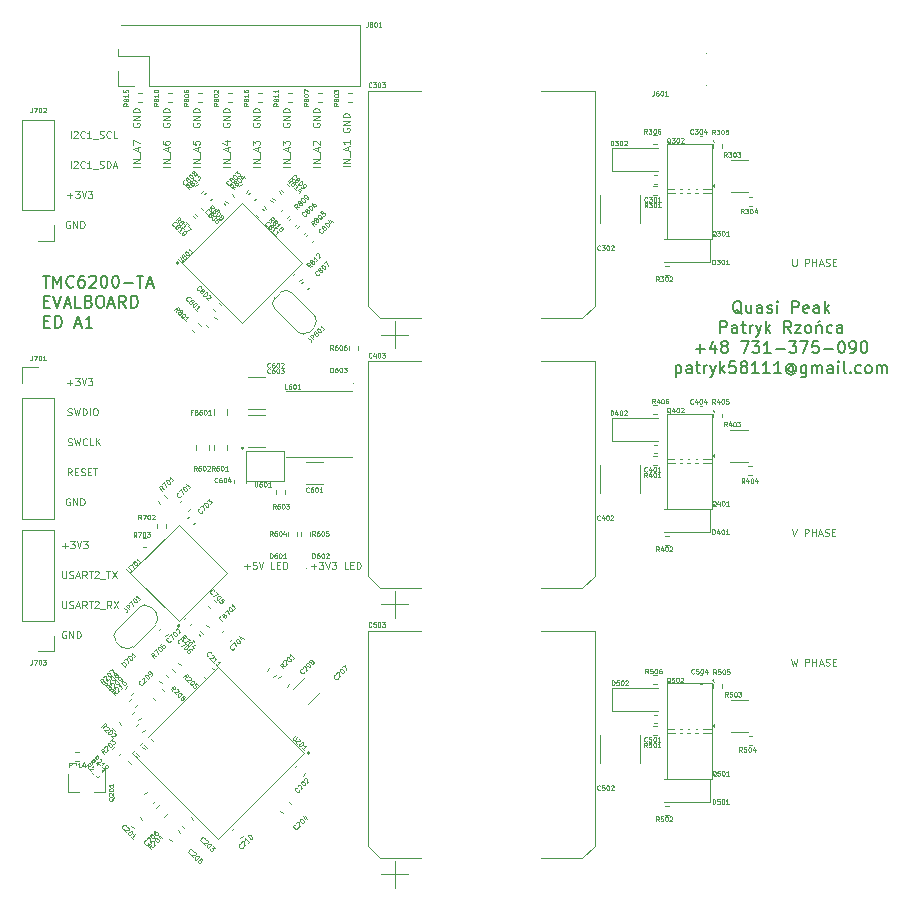
<source format=gto>
G04 #@! TF.GenerationSoftware,KiCad,Pcbnew,5.1.10-88a1d61d58~90~ubuntu20.04.1*
G04 #@! TF.CreationDate,2021-12-20T19:36:00+01:00*
G04 #@! TF.ProjectId,eval_board_tmc6200-ta,6576616c-5f62-46f6-9172-645f746d6336,rev?*
G04 #@! TF.SameCoordinates,Original*
G04 #@! TF.FileFunction,Legend,Top*
G04 #@! TF.FilePolarity,Positive*
%FSLAX46Y46*%
G04 Gerber Fmt 4.6, Leading zero omitted, Abs format (unit mm)*
G04 Created by KiCad (PCBNEW 5.1.10-88a1d61d58~90~ubuntu20.04.1) date 2021-12-20 19:36:00*
%MOMM*%
%LPD*%
G01*
G04 APERTURE LIST*
%ADD10C,0.080000*%
%ADD11C,0.200000*%
%ADD12C,0.120000*%
%ADD13C,0.050000*%
%ADD14C,0.100000*%
%ADD15C,0.010000*%
%ADD16R,0.420000X0.700000*%
%ADD17R,0.800000X0.900000*%
%ADD18C,5.400000*%
%ADD19C,3.100000*%
%ADD20R,1.200000X4.700000*%
%ADD21O,1.700000X1.700000*%
%ADD22R,1.700000X1.700000*%
%ADD23R,0.850000X0.300000*%
%ADD24R,0.950000X0.300000*%
%ADD25R,0.900000X1.200000*%
G04 APERTURE END LIST*
D10*
X18163237Y-172521000D02*
X18106094Y-172492428D01*
X18020380Y-172492428D01*
X17934665Y-172521000D01*
X17877522Y-172578142D01*
X17848951Y-172635285D01*
X17820380Y-172749571D01*
X17820380Y-172835285D01*
X17848951Y-172949571D01*
X17877522Y-173006714D01*
X17934665Y-173063857D01*
X18020380Y-173092428D01*
X18077522Y-173092428D01*
X18163237Y-173063857D01*
X18191808Y-173035285D01*
X18191808Y-172835285D01*
X18077522Y-172835285D01*
X18448951Y-173092428D02*
X18448951Y-172492428D01*
X18791808Y-173092428D01*
X18791808Y-172492428D01*
X19077522Y-173092428D02*
X19077522Y-172492428D01*
X19220380Y-172492428D01*
X19306094Y-172521000D01*
X19363237Y-172578142D01*
X19391808Y-172635285D01*
X19420380Y-172749571D01*
X19420380Y-172835285D01*
X19391808Y-172949571D01*
X19363237Y-173006714D01*
X19306094Y-173063857D01*
X19220380Y-173092428D01*
X19077522Y-173092428D01*
X17848951Y-169952428D02*
X17848951Y-170438142D01*
X17877523Y-170495285D01*
X17906094Y-170523857D01*
X17963237Y-170552428D01*
X18077523Y-170552428D01*
X18134666Y-170523857D01*
X18163237Y-170495285D01*
X18191809Y-170438142D01*
X18191809Y-169952428D01*
X18448951Y-170523857D02*
X18534666Y-170552428D01*
X18677523Y-170552428D01*
X18734666Y-170523857D01*
X18763237Y-170495285D01*
X18791809Y-170438142D01*
X18791809Y-170381000D01*
X18763237Y-170323857D01*
X18734666Y-170295285D01*
X18677523Y-170266714D01*
X18563237Y-170238142D01*
X18506094Y-170209571D01*
X18477523Y-170181000D01*
X18448951Y-170123857D01*
X18448951Y-170066714D01*
X18477523Y-170009571D01*
X18506094Y-169981000D01*
X18563237Y-169952428D01*
X18706094Y-169952428D01*
X18791809Y-169981000D01*
X19020380Y-170381000D02*
X19306094Y-170381000D01*
X18963237Y-170552428D02*
X19163237Y-169952428D01*
X19363237Y-170552428D01*
X19906094Y-170552428D02*
X19706094Y-170266714D01*
X19563237Y-170552428D02*
X19563237Y-169952428D01*
X19791809Y-169952428D01*
X19848951Y-169981000D01*
X19877523Y-170009571D01*
X19906094Y-170066714D01*
X19906094Y-170152428D01*
X19877523Y-170209571D01*
X19848951Y-170238142D01*
X19791809Y-170266714D01*
X19563237Y-170266714D01*
X20077523Y-169952428D02*
X20420380Y-169952428D01*
X20248951Y-170552428D02*
X20248951Y-169952428D01*
X20591809Y-170009571D02*
X20620380Y-169981000D01*
X20677523Y-169952428D01*
X20820380Y-169952428D01*
X20877523Y-169981000D01*
X20906094Y-170009571D01*
X20934666Y-170066714D01*
X20934666Y-170123857D01*
X20906094Y-170209571D01*
X20563237Y-170552428D01*
X20934666Y-170552428D01*
X21048951Y-170609571D02*
X21506094Y-170609571D01*
X21991809Y-170552428D02*
X21791809Y-170266714D01*
X21648951Y-170552428D02*
X21648951Y-169952428D01*
X21877523Y-169952428D01*
X21934666Y-169981000D01*
X21963237Y-170009571D01*
X21991809Y-170066714D01*
X21991809Y-170152428D01*
X21963237Y-170209571D01*
X21934666Y-170238142D01*
X21877523Y-170266714D01*
X21648951Y-170266714D01*
X22191809Y-169952428D02*
X22591809Y-170552428D01*
X22591809Y-169952428D02*
X22191809Y-170552428D01*
X17848952Y-165243857D02*
X18306095Y-165243857D01*
X18077523Y-165472428D02*
X18077523Y-165015285D01*
X18534666Y-164872428D02*
X18906095Y-164872428D01*
X18706095Y-165101000D01*
X18791809Y-165101000D01*
X18848952Y-165129571D01*
X18877523Y-165158142D01*
X18906095Y-165215285D01*
X18906095Y-165358142D01*
X18877523Y-165415285D01*
X18848952Y-165443857D01*
X18791809Y-165472428D01*
X18620380Y-165472428D01*
X18563237Y-165443857D01*
X18534666Y-165415285D01*
X19077523Y-164872428D02*
X19277523Y-165472428D01*
X19477523Y-164872428D01*
X19620380Y-164872428D02*
X19991809Y-164872428D01*
X19791809Y-165101000D01*
X19877523Y-165101000D01*
X19934666Y-165129571D01*
X19963237Y-165158142D01*
X19991809Y-165215285D01*
X19991809Y-165358142D01*
X19963237Y-165415285D01*
X19934666Y-165443857D01*
X19877523Y-165472428D01*
X19706095Y-165472428D01*
X19648952Y-165443857D01*
X19620380Y-165415285D01*
X17848951Y-167412428D02*
X17848951Y-167898142D01*
X17877522Y-167955285D01*
X17906094Y-167983857D01*
X17963237Y-168012428D01*
X18077522Y-168012428D01*
X18134665Y-167983857D01*
X18163237Y-167955285D01*
X18191808Y-167898142D01*
X18191808Y-167412428D01*
X18448951Y-167983857D02*
X18534665Y-168012428D01*
X18677522Y-168012428D01*
X18734665Y-167983857D01*
X18763237Y-167955285D01*
X18791808Y-167898142D01*
X18791808Y-167841000D01*
X18763237Y-167783857D01*
X18734665Y-167755285D01*
X18677522Y-167726714D01*
X18563237Y-167698142D01*
X18506094Y-167669571D01*
X18477522Y-167641000D01*
X18448951Y-167583857D01*
X18448951Y-167526714D01*
X18477522Y-167469571D01*
X18506094Y-167441000D01*
X18563237Y-167412428D01*
X18706094Y-167412428D01*
X18791808Y-167441000D01*
X19020380Y-167841000D02*
X19306094Y-167841000D01*
X18963237Y-168012428D02*
X19163237Y-167412428D01*
X19363237Y-168012428D01*
X19906094Y-168012428D02*
X19706094Y-167726714D01*
X19563237Y-168012428D02*
X19563237Y-167412428D01*
X19791808Y-167412428D01*
X19848951Y-167441000D01*
X19877522Y-167469571D01*
X19906094Y-167526714D01*
X19906094Y-167612428D01*
X19877522Y-167669571D01*
X19848951Y-167698142D01*
X19791808Y-167726714D01*
X19563237Y-167726714D01*
X20077522Y-167412428D02*
X20420380Y-167412428D01*
X20248951Y-168012428D02*
X20248951Y-167412428D01*
X20591808Y-167469571D02*
X20620380Y-167441000D01*
X20677522Y-167412428D01*
X20820380Y-167412428D01*
X20877522Y-167441000D01*
X20906094Y-167469571D01*
X20934665Y-167526714D01*
X20934665Y-167583857D01*
X20906094Y-167669571D01*
X20563237Y-168012428D01*
X20934665Y-168012428D01*
X21048951Y-168069571D02*
X21506094Y-168069571D01*
X21563237Y-167412428D02*
X21906094Y-167412428D01*
X21734665Y-168012428D02*
X21734665Y-167412428D01*
X22048951Y-167412428D02*
X22448951Y-168012428D01*
X22448951Y-167412428D02*
X22048951Y-168012428D01*
X18654190Y-159312428D02*
X18454190Y-159026714D01*
X18311333Y-159312428D02*
X18311333Y-158712428D01*
X18539904Y-158712428D01*
X18597047Y-158741000D01*
X18625619Y-158769571D01*
X18654190Y-158826714D01*
X18654190Y-158912428D01*
X18625619Y-158969571D01*
X18597047Y-158998142D01*
X18539904Y-159026714D01*
X18311333Y-159026714D01*
X18911333Y-158998142D02*
X19111333Y-158998142D01*
X19197047Y-159312428D02*
X18911333Y-159312428D01*
X18911333Y-158712428D01*
X19197047Y-158712428D01*
X19425619Y-159283857D02*
X19511333Y-159312428D01*
X19654190Y-159312428D01*
X19711333Y-159283857D01*
X19739904Y-159255285D01*
X19768476Y-159198142D01*
X19768476Y-159141000D01*
X19739904Y-159083857D01*
X19711333Y-159055285D01*
X19654190Y-159026714D01*
X19539904Y-158998142D01*
X19482761Y-158969571D01*
X19454190Y-158941000D01*
X19425619Y-158883857D01*
X19425619Y-158826714D01*
X19454190Y-158769571D01*
X19482761Y-158741000D01*
X19539904Y-158712428D01*
X19682761Y-158712428D01*
X19768476Y-158741000D01*
X20025619Y-158998142D02*
X20225619Y-158998142D01*
X20311333Y-159312428D02*
X20025619Y-159312428D01*
X20025619Y-158712428D01*
X20311333Y-158712428D01*
X20482761Y-158712428D02*
X20825619Y-158712428D01*
X20654190Y-159312428D02*
X20654190Y-158712428D01*
X18477999Y-161281000D02*
X18420856Y-161252428D01*
X18335142Y-161252428D01*
X18249427Y-161281000D01*
X18192284Y-161338142D01*
X18163713Y-161395285D01*
X18135142Y-161509571D01*
X18135142Y-161595285D01*
X18163713Y-161709571D01*
X18192284Y-161766714D01*
X18249427Y-161823857D01*
X18335142Y-161852428D01*
X18392284Y-161852428D01*
X18477999Y-161823857D01*
X18506570Y-161795285D01*
X18506570Y-161595285D01*
X18392284Y-161595285D01*
X18763713Y-161852428D02*
X18763713Y-161252428D01*
X19106570Y-161852428D01*
X19106570Y-161252428D01*
X19392284Y-161852428D02*
X19392284Y-161252428D01*
X19535142Y-161252428D01*
X19620856Y-161281000D01*
X19677999Y-161338142D01*
X19706570Y-161395285D01*
X19735142Y-161509571D01*
X19735142Y-161595285D01*
X19706570Y-161709571D01*
X19677999Y-161766714D01*
X19620856Y-161823857D01*
X19535142Y-161852428D01*
X19392284Y-161852428D01*
X18292285Y-154203857D02*
X18377999Y-154232428D01*
X18520856Y-154232428D01*
X18577999Y-154203857D01*
X18606571Y-154175285D01*
X18635142Y-154118142D01*
X18635142Y-154061000D01*
X18606571Y-154003857D01*
X18577999Y-153975285D01*
X18520856Y-153946714D01*
X18406571Y-153918142D01*
X18349428Y-153889571D01*
X18320856Y-153861000D01*
X18292285Y-153803857D01*
X18292285Y-153746714D01*
X18320856Y-153689571D01*
X18349428Y-153661000D01*
X18406571Y-153632428D01*
X18549428Y-153632428D01*
X18635142Y-153661000D01*
X18835142Y-153632428D02*
X18977999Y-154232428D01*
X19092285Y-153803857D01*
X19206571Y-154232428D01*
X19349428Y-153632428D01*
X19577999Y-154232428D02*
X19577999Y-153632428D01*
X19720856Y-153632428D01*
X19806571Y-153661000D01*
X19863714Y-153718142D01*
X19892285Y-153775285D01*
X19920856Y-153889571D01*
X19920856Y-153975285D01*
X19892285Y-154089571D01*
X19863714Y-154146714D01*
X19806571Y-154203857D01*
X19720856Y-154232428D01*
X19577999Y-154232428D01*
X20177999Y-154232428D02*
X20177999Y-153632428D01*
X20577999Y-153632428D02*
X20692285Y-153632428D01*
X20749428Y-153661000D01*
X20806571Y-153718142D01*
X20835142Y-153832428D01*
X20835142Y-154032428D01*
X20806571Y-154146714D01*
X20749428Y-154203857D01*
X20692285Y-154232428D01*
X20577999Y-154232428D01*
X20520856Y-154203857D01*
X20463714Y-154146714D01*
X20435142Y-154032428D01*
X20435142Y-153832428D01*
X20463714Y-153718142D01*
X20520856Y-153661000D01*
X20577999Y-153632428D01*
X18258952Y-151463857D02*
X18716095Y-151463857D01*
X18487523Y-151692428D02*
X18487523Y-151235285D01*
X18944666Y-151092428D02*
X19316095Y-151092428D01*
X19116095Y-151321000D01*
X19201809Y-151321000D01*
X19258952Y-151349571D01*
X19287523Y-151378142D01*
X19316095Y-151435285D01*
X19316095Y-151578142D01*
X19287523Y-151635285D01*
X19258952Y-151663857D01*
X19201809Y-151692428D01*
X19030380Y-151692428D01*
X18973237Y-151663857D01*
X18944666Y-151635285D01*
X19487523Y-151092428D02*
X19687523Y-151692428D01*
X19887523Y-151092428D01*
X20030380Y-151092428D02*
X20401809Y-151092428D01*
X20201809Y-151321000D01*
X20287523Y-151321000D01*
X20344666Y-151349571D01*
X20373237Y-151378142D01*
X20401809Y-151435285D01*
X20401809Y-151578142D01*
X20373237Y-151635285D01*
X20344666Y-151663857D01*
X20287523Y-151692428D01*
X20116095Y-151692428D01*
X20058952Y-151663857D01*
X20030380Y-151635285D01*
X18320857Y-156743857D02*
X18406571Y-156772428D01*
X18549428Y-156772428D01*
X18606571Y-156743857D01*
X18635142Y-156715285D01*
X18663714Y-156658142D01*
X18663714Y-156601000D01*
X18635142Y-156543857D01*
X18606571Y-156515285D01*
X18549428Y-156486714D01*
X18435142Y-156458142D01*
X18378000Y-156429571D01*
X18349428Y-156401000D01*
X18320857Y-156343857D01*
X18320857Y-156286714D01*
X18349428Y-156229571D01*
X18378000Y-156201000D01*
X18435142Y-156172428D01*
X18578000Y-156172428D01*
X18663714Y-156201000D01*
X18863714Y-156172428D02*
X19006571Y-156772428D01*
X19120857Y-156343857D01*
X19235142Y-156772428D01*
X19378000Y-156172428D01*
X19949428Y-156715285D02*
X19920857Y-156743857D01*
X19835142Y-156772428D01*
X19778000Y-156772428D01*
X19692285Y-156743857D01*
X19635142Y-156686714D01*
X19606571Y-156629571D01*
X19578000Y-156515285D01*
X19578000Y-156429571D01*
X19606571Y-156315285D01*
X19635142Y-156258142D01*
X19692285Y-156201000D01*
X19778000Y-156172428D01*
X19835142Y-156172428D01*
X19920857Y-156201000D01*
X19949428Y-156229571D01*
X20492285Y-156772428D02*
X20206571Y-156772428D01*
X20206571Y-156172428D01*
X20692285Y-156772428D02*
X20692285Y-156172428D01*
X21035142Y-156772428D02*
X20778000Y-156429571D01*
X21035142Y-156172428D02*
X20692285Y-156515285D01*
X18477999Y-137796000D02*
X18420856Y-137767428D01*
X18335142Y-137767428D01*
X18249427Y-137796000D01*
X18192284Y-137853142D01*
X18163713Y-137910285D01*
X18135142Y-138024571D01*
X18135142Y-138110285D01*
X18163713Y-138224571D01*
X18192284Y-138281714D01*
X18249427Y-138338857D01*
X18335142Y-138367428D01*
X18392284Y-138367428D01*
X18477999Y-138338857D01*
X18506570Y-138310285D01*
X18506570Y-138110285D01*
X18392284Y-138110285D01*
X18763713Y-138367428D02*
X18763713Y-137767428D01*
X19106570Y-138367428D01*
X19106570Y-137767428D01*
X19392284Y-138367428D02*
X19392284Y-137767428D01*
X19535142Y-137767428D01*
X19620856Y-137796000D01*
X19677999Y-137853142D01*
X19706570Y-137910285D01*
X19735142Y-138024571D01*
X19735142Y-138110285D01*
X19706570Y-138224571D01*
X19677999Y-138281714D01*
X19620856Y-138338857D01*
X19535142Y-138367428D01*
X19392284Y-138367428D01*
X18258952Y-135598857D02*
X18716095Y-135598857D01*
X18487523Y-135827428D02*
X18487523Y-135370285D01*
X18944666Y-135227428D02*
X19316095Y-135227428D01*
X19116095Y-135456000D01*
X19201809Y-135456000D01*
X19258952Y-135484571D01*
X19287523Y-135513142D01*
X19316095Y-135570285D01*
X19316095Y-135713142D01*
X19287523Y-135770285D01*
X19258952Y-135798857D01*
X19201809Y-135827428D01*
X19030380Y-135827428D01*
X18973237Y-135798857D01*
X18944666Y-135770285D01*
X19487523Y-135227428D02*
X19687523Y-135827428D01*
X19887523Y-135227428D01*
X20030380Y-135227428D02*
X20401809Y-135227428D01*
X20201809Y-135456000D01*
X20287523Y-135456000D01*
X20344666Y-135484571D01*
X20373237Y-135513142D01*
X20401809Y-135570285D01*
X20401809Y-135713142D01*
X20373237Y-135770285D01*
X20344666Y-135798857D01*
X20287523Y-135827428D01*
X20116095Y-135827428D01*
X20058952Y-135798857D01*
X20030380Y-135770285D01*
X18554189Y-133287428D02*
X18554189Y-132687428D01*
X18811332Y-132744571D02*
X18839904Y-132716000D01*
X18897047Y-132687428D01*
X19039904Y-132687428D01*
X19097047Y-132716000D01*
X19125618Y-132744571D01*
X19154189Y-132801714D01*
X19154189Y-132858857D01*
X19125618Y-132944571D01*
X18782761Y-133287428D01*
X19154189Y-133287428D01*
X19754189Y-133230285D02*
X19725618Y-133258857D01*
X19639904Y-133287428D01*
X19582761Y-133287428D01*
X19497047Y-133258857D01*
X19439904Y-133201714D01*
X19411332Y-133144571D01*
X19382761Y-133030285D01*
X19382761Y-132944571D01*
X19411332Y-132830285D01*
X19439904Y-132773142D01*
X19497047Y-132716000D01*
X19582761Y-132687428D01*
X19639904Y-132687428D01*
X19725618Y-132716000D01*
X19754189Y-132744571D01*
X20325618Y-133287428D02*
X19982761Y-133287428D01*
X20154189Y-133287428D02*
X20154189Y-132687428D01*
X20097047Y-132773142D01*
X20039904Y-132830285D01*
X19982761Y-132858857D01*
X20439904Y-133344571D02*
X20897047Y-133344571D01*
X21011332Y-133258857D02*
X21097047Y-133287428D01*
X21239904Y-133287428D01*
X21297047Y-133258857D01*
X21325618Y-133230285D01*
X21354189Y-133173142D01*
X21354189Y-133116000D01*
X21325618Y-133058857D01*
X21297047Y-133030285D01*
X21239904Y-133001714D01*
X21125618Y-132973142D01*
X21068475Y-132944571D01*
X21039904Y-132916000D01*
X21011332Y-132858857D01*
X21011332Y-132801714D01*
X21039904Y-132744571D01*
X21068475Y-132716000D01*
X21125618Y-132687428D01*
X21268475Y-132687428D01*
X21354189Y-132716000D01*
X21611332Y-133287428D02*
X21611332Y-132687428D01*
X21754189Y-132687428D01*
X21839904Y-132716000D01*
X21897047Y-132773142D01*
X21925618Y-132830285D01*
X21954189Y-132944571D01*
X21954189Y-133030285D01*
X21925618Y-133144571D01*
X21897047Y-133201714D01*
X21839904Y-133258857D01*
X21754189Y-133287428D01*
X21611332Y-133287428D01*
X22182761Y-133116000D02*
X22468475Y-133116000D01*
X22125618Y-133287428D02*
X22325618Y-132687428D01*
X22525618Y-133287428D01*
X18549428Y-130747428D02*
X18549428Y-130147428D01*
X18806571Y-130204571D02*
X18835142Y-130176000D01*
X18892285Y-130147428D01*
X19035142Y-130147428D01*
X19092285Y-130176000D01*
X19120857Y-130204571D01*
X19149428Y-130261714D01*
X19149428Y-130318857D01*
X19120857Y-130404571D01*
X18778000Y-130747428D01*
X19149428Y-130747428D01*
X19749428Y-130690285D02*
X19720857Y-130718857D01*
X19635142Y-130747428D01*
X19578000Y-130747428D01*
X19492285Y-130718857D01*
X19435142Y-130661714D01*
X19406571Y-130604571D01*
X19378000Y-130490285D01*
X19378000Y-130404571D01*
X19406571Y-130290285D01*
X19435142Y-130233142D01*
X19492285Y-130176000D01*
X19578000Y-130147428D01*
X19635142Y-130147428D01*
X19720857Y-130176000D01*
X19749428Y-130204571D01*
X20320857Y-130747428D02*
X19978000Y-130747428D01*
X20149428Y-130747428D02*
X20149428Y-130147428D01*
X20092285Y-130233142D01*
X20035142Y-130290285D01*
X19978000Y-130318857D01*
X20435142Y-130804571D02*
X20892285Y-130804571D01*
X21006571Y-130718857D02*
X21092285Y-130747428D01*
X21235142Y-130747428D01*
X21292285Y-130718857D01*
X21320857Y-130690285D01*
X21349428Y-130633142D01*
X21349428Y-130576000D01*
X21320857Y-130518857D01*
X21292285Y-130490285D01*
X21235142Y-130461714D01*
X21120857Y-130433142D01*
X21063714Y-130404571D01*
X21035142Y-130376000D01*
X21006571Y-130318857D01*
X21006571Y-130261714D01*
X21035142Y-130204571D01*
X21063714Y-130176000D01*
X21120857Y-130147428D01*
X21263714Y-130147428D01*
X21349428Y-130176000D01*
X21949428Y-130690285D02*
X21920857Y-130718857D01*
X21835142Y-130747428D01*
X21778000Y-130747428D01*
X21692285Y-130718857D01*
X21635142Y-130661714D01*
X21606571Y-130604571D01*
X21578000Y-130490285D01*
X21578000Y-130404571D01*
X21606571Y-130290285D01*
X21635142Y-130233142D01*
X21692285Y-130176000D01*
X21778000Y-130147428D01*
X21835142Y-130147428D01*
X21920857Y-130176000D01*
X21949428Y-130204571D01*
X22492285Y-130747428D02*
X22206571Y-130747428D01*
X22206571Y-130147428D01*
X42189428Y-133133095D02*
X41589428Y-133133095D01*
X42189428Y-132847381D02*
X41589428Y-132847381D01*
X42189428Y-132504524D01*
X41589428Y-132504524D01*
X42246571Y-132361666D02*
X42246571Y-131904524D01*
X42018000Y-131790238D02*
X42018000Y-131504524D01*
X42189428Y-131847381D02*
X41589428Y-131647381D01*
X42189428Y-131447381D01*
X42189428Y-130933095D02*
X42189428Y-131275952D01*
X42189428Y-131104524D02*
X41589428Y-131104524D01*
X41675142Y-131161666D01*
X41732285Y-131218809D01*
X41760857Y-131275952D01*
X41618000Y-129904524D02*
X41589428Y-129961666D01*
X41589428Y-130047381D01*
X41618000Y-130133095D01*
X41675142Y-130190238D01*
X41732285Y-130218809D01*
X41846571Y-130247381D01*
X41932285Y-130247381D01*
X42046571Y-130218809D01*
X42103714Y-130190238D01*
X42160857Y-130133095D01*
X42189428Y-130047381D01*
X42189428Y-129990238D01*
X42160857Y-129904524D01*
X42132285Y-129875952D01*
X41932285Y-129875952D01*
X41932285Y-129990238D01*
X42189428Y-129618809D02*
X41589428Y-129618809D01*
X42189428Y-129275952D01*
X41589428Y-129275952D01*
X42189428Y-128990238D02*
X41589428Y-128990238D01*
X41589428Y-128847381D01*
X41618000Y-128761666D01*
X41675142Y-128704524D01*
X41732285Y-128675952D01*
X41846571Y-128647381D01*
X41932285Y-128647381D01*
X42046571Y-128675952D01*
X42103714Y-128704524D01*
X42160857Y-128761666D01*
X42189428Y-128847381D01*
X42189428Y-128990238D01*
X39649428Y-133171190D02*
X39049428Y-133171190D01*
X39649428Y-132885476D02*
X39049428Y-132885476D01*
X39649428Y-132542619D01*
X39049428Y-132542619D01*
X39706571Y-132399762D02*
X39706571Y-131942619D01*
X39478000Y-131828333D02*
X39478000Y-131542619D01*
X39649428Y-131885476D02*
X39049428Y-131685476D01*
X39649428Y-131485476D01*
X39106571Y-131314048D02*
X39078000Y-131285476D01*
X39049428Y-131228333D01*
X39049428Y-131085476D01*
X39078000Y-131028333D01*
X39106571Y-130999762D01*
X39163714Y-130971190D01*
X39220857Y-130971190D01*
X39306571Y-130999762D01*
X39649428Y-131342619D01*
X39649428Y-130971190D01*
X39078000Y-129485476D02*
X39049428Y-129542619D01*
X39049428Y-129628333D01*
X39078000Y-129714048D01*
X39135142Y-129771190D01*
X39192285Y-129799762D01*
X39306571Y-129828333D01*
X39392285Y-129828333D01*
X39506571Y-129799762D01*
X39563714Y-129771190D01*
X39620857Y-129714048D01*
X39649428Y-129628333D01*
X39649428Y-129571190D01*
X39620857Y-129485476D01*
X39592285Y-129456905D01*
X39392285Y-129456905D01*
X39392285Y-129571190D01*
X39649428Y-129199762D02*
X39049428Y-129199762D01*
X39649428Y-128856905D01*
X39049428Y-128856905D01*
X39649428Y-128571190D02*
X39049428Y-128571190D01*
X39049428Y-128428333D01*
X39078000Y-128342619D01*
X39135142Y-128285476D01*
X39192285Y-128256905D01*
X39306571Y-128228333D01*
X39392285Y-128228333D01*
X39506571Y-128256905D01*
X39563714Y-128285476D01*
X39620857Y-128342619D01*
X39649428Y-128428333D01*
X39649428Y-128571190D01*
X37109428Y-133171190D02*
X36509428Y-133171190D01*
X37109428Y-132885476D02*
X36509428Y-132885476D01*
X37109428Y-132542619D01*
X36509428Y-132542619D01*
X37166571Y-132399762D02*
X37166571Y-131942619D01*
X36938000Y-131828333D02*
X36938000Y-131542619D01*
X37109428Y-131885476D02*
X36509428Y-131685476D01*
X37109428Y-131485476D01*
X36509428Y-131342619D02*
X36509428Y-130971190D01*
X36738000Y-131171190D01*
X36738000Y-131085476D01*
X36766571Y-131028333D01*
X36795142Y-130999762D01*
X36852285Y-130971190D01*
X36995142Y-130971190D01*
X37052285Y-130999762D01*
X37080857Y-131028333D01*
X37109428Y-131085476D01*
X37109428Y-131256905D01*
X37080857Y-131314048D01*
X37052285Y-131342619D01*
X36538000Y-129485476D02*
X36509428Y-129542619D01*
X36509428Y-129628333D01*
X36538000Y-129714048D01*
X36595142Y-129771190D01*
X36652285Y-129799762D01*
X36766571Y-129828333D01*
X36852285Y-129828333D01*
X36966571Y-129799762D01*
X37023714Y-129771190D01*
X37080857Y-129714048D01*
X37109428Y-129628333D01*
X37109428Y-129571190D01*
X37080857Y-129485476D01*
X37052285Y-129456905D01*
X36852285Y-129456905D01*
X36852285Y-129571190D01*
X37109428Y-129199762D02*
X36509428Y-129199762D01*
X37109428Y-128856905D01*
X36509428Y-128856905D01*
X37109428Y-128571190D02*
X36509428Y-128571190D01*
X36509428Y-128428333D01*
X36538000Y-128342619D01*
X36595142Y-128285476D01*
X36652285Y-128256905D01*
X36766571Y-128228333D01*
X36852285Y-128228333D01*
X36966571Y-128256905D01*
X37023714Y-128285476D01*
X37080857Y-128342619D01*
X37109428Y-128428333D01*
X37109428Y-128571190D01*
X34569428Y-133171190D02*
X33969428Y-133171190D01*
X34569428Y-132885476D02*
X33969428Y-132885476D01*
X34569428Y-132542619D01*
X33969428Y-132542619D01*
X34626571Y-132399762D02*
X34626571Y-131942619D01*
X34398000Y-131828333D02*
X34398000Y-131542619D01*
X34569428Y-131885476D02*
X33969428Y-131685476D01*
X34569428Y-131485476D01*
X33969428Y-131342619D02*
X33969428Y-130971190D01*
X34198000Y-131171190D01*
X34198000Y-131085476D01*
X34226571Y-131028333D01*
X34255142Y-130999762D01*
X34312285Y-130971190D01*
X34455142Y-130971190D01*
X34512285Y-130999762D01*
X34540857Y-131028333D01*
X34569428Y-131085476D01*
X34569428Y-131256905D01*
X34540857Y-131314048D01*
X34512285Y-131342619D01*
X33998000Y-129485476D02*
X33969428Y-129542619D01*
X33969428Y-129628333D01*
X33998000Y-129714048D01*
X34055142Y-129771190D01*
X34112285Y-129799762D01*
X34226571Y-129828333D01*
X34312285Y-129828333D01*
X34426571Y-129799762D01*
X34483714Y-129771190D01*
X34540857Y-129714048D01*
X34569428Y-129628333D01*
X34569428Y-129571190D01*
X34540857Y-129485476D01*
X34512285Y-129456905D01*
X34312285Y-129456905D01*
X34312285Y-129571190D01*
X34569428Y-129199762D02*
X33969428Y-129199762D01*
X34569428Y-128856905D01*
X33969428Y-128856905D01*
X34569428Y-128571190D02*
X33969428Y-128571190D01*
X33969428Y-128428333D01*
X33998000Y-128342619D01*
X34055142Y-128285476D01*
X34112285Y-128256905D01*
X34226571Y-128228333D01*
X34312285Y-128228333D01*
X34426571Y-128256905D01*
X34483714Y-128285476D01*
X34540857Y-128342619D01*
X34569428Y-128428333D01*
X34569428Y-128571190D01*
X32029428Y-133171190D02*
X31429428Y-133171190D01*
X32029428Y-132885476D02*
X31429428Y-132885476D01*
X32029428Y-132542619D01*
X31429428Y-132542619D01*
X32086571Y-132399762D02*
X32086571Y-131942619D01*
X31858000Y-131828333D02*
X31858000Y-131542619D01*
X32029428Y-131885476D02*
X31429428Y-131685476D01*
X32029428Y-131485476D01*
X31629428Y-131028333D02*
X32029428Y-131028333D01*
X31400857Y-131171190D02*
X31829428Y-131314048D01*
X31829428Y-130942619D01*
X31458000Y-129485476D02*
X31429428Y-129542619D01*
X31429428Y-129628333D01*
X31458000Y-129714048D01*
X31515142Y-129771190D01*
X31572285Y-129799762D01*
X31686571Y-129828333D01*
X31772285Y-129828333D01*
X31886571Y-129799762D01*
X31943714Y-129771190D01*
X32000857Y-129714048D01*
X32029428Y-129628333D01*
X32029428Y-129571190D01*
X32000857Y-129485476D01*
X31972285Y-129456905D01*
X31772285Y-129456905D01*
X31772285Y-129571190D01*
X32029428Y-129199762D02*
X31429428Y-129199762D01*
X32029428Y-128856905D01*
X31429428Y-128856905D01*
X32029428Y-128571190D02*
X31429428Y-128571190D01*
X31429428Y-128428333D01*
X31458000Y-128342619D01*
X31515142Y-128285476D01*
X31572285Y-128256905D01*
X31686571Y-128228333D01*
X31772285Y-128228333D01*
X31886571Y-128256905D01*
X31943714Y-128285476D01*
X32000857Y-128342619D01*
X32029428Y-128428333D01*
X32029428Y-128571190D01*
X29489428Y-133171190D02*
X28889428Y-133171190D01*
X29489428Y-132885476D02*
X28889428Y-132885476D01*
X29489428Y-132542619D01*
X28889428Y-132542619D01*
X29546571Y-132399762D02*
X29546571Y-131942619D01*
X29318000Y-131828333D02*
X29318000Y-131542619D01*
X29489428Y-131885476D02*
X28889428Y-131685476D01*
X29489428Y-131485476D01*
X28889428Y-130999762D02*
X28889428Y-131285476D01*
X29175142Y-131314048D01*
X29146571Y-131285476D01*
X29118000Y-131228333D01*
X29118000Y-131085476D01*
X29146571Y-131028333D01*
X29175142Y-130999762D01*
X29232285Y-130971190D01*
X29375142Y-130971190D01*
X29432285Y-130999762D01*
X29460857Y-131028333D01*
X29489428Y-131085476D01*
X29489428Y-131228333D01*
X29460857Y-131285476D01*
X29432285Y-131314048D01*
X28918000Y-129485476D02*
X28889428Y-129542619D01*
X28889428Y-129628333D01*
X28918000Y-129714048D01*
X28975142Y-129771190D01*
X29032285Y-129799762D01*
X29146571Y-129828333D01*
X29232285Y-129828333D01*
X29346571Y-129799762D01*
X29403714Y-129771190D01*
X29460857Y-129714048D01*
X29489428Y-129628333D01*
X29489428Y-129571190D01*
X29460857Y-129485476D01*
X29432285Y-129456905D01*
X29232285Y-129456905D01*
X29232285Y-129571190D01*
X29489428Y-129199762D02*
X28889428Y-129199762D01*
X29489428Y-128856905D01*
X28889428Y-128856905D01*
X29489428Y-128571190D02*
X28889428Y-128571190D01*
X28889428Y-128428333D01*
X28918000Y-128342619D01*
X28975142Y-128285476D01*
X29032285Y-128256905D01*
X29146571Y-128228333D01*
X29232285Y-128228333D01*
X29346571Y-128256905D01*
X29403714Y-128285476D01*
X29460857Y-128342619D01*
X29489428Y-128428333D01*
X29489428Y-128571190D01*
X26949428Y-133171190D02*
X26349428Y-133171190D01*
X26949428Y-132885476D02*
X26349428Y-132885476D01*
X26949428Y-132542619D01*
X26349428Y-132542619D01*
X27006571Y-132399762D02*
X27006571Y-131942619D01*
X26778000Y-131828333D02*
X26778000Y-131542619D01*
X26949428Y-131885476D02*
X26349428Y-131685476D01*
X26949428Y-131485476D01*
X26349428Y-131028333D02*
X26349428Y-131142619D01*
X26378000Y-131199762D01*
X26406571Y-131228333D01*
X26492285Y-131285476D01*
X26606571Y-131314048D01*
X26835142Y-131314048D01*
X26892285Y-131285476D01*
X26920857Y-131256905D01*
X26949428Y-131199762D01*
X26949428Y-131085476D01*
X26920857Y-131028333D01*
X26892285Y-130999762D01*
X26835142Y-130971190D01*
X26692285Y-130971190D01*
X26635142Y-130999762D01*
X26606571Y-131028333D01*
X26578000Y-131085476D01*
X26578000Y-131199762D01*
X26606571Y-131256905D01*
X26635142Y-131285476D01*
X26692285Y-131314048D01*
X26378000Y-129485476D02*
X26349428Y-129542619D01*
X26349428Y-129628333D01*
X26378000Y-129714048D01*
X26435142Y-129771190D01*
X26492285Y-129799762D01*
X26606571Y-129828333D01*
X26692285Y-129828333D01*
X26806571Y-129799762D01*
X26863714Y-129771190D01*
X26920857Y-129714048D01*
X26949428Y-129628333D01*
X26949428Y-129571190D01*
X26920857Y-129485476D01*
X26892285Y-129456905D01*
X26692285Y-129456905D01*
X26692285Y-129571190D01*
X26949428Y-129199762D02*
X26349428Y-129199762D01*
X26949428Y-128856905D01*
X26349428Y-128856905D01*
X26949428Y-128571190D02*
X26349428Y-128571190D01*
X26349428Y-128428333D01*
X26378000Y-128342619D01*
X26435142Y-128285476D01*
X26492285Y-128256905D01*
X26606571Y-128228333D01*
X26692285Y-128228333D01*
X26806571Y-128256905D01*
X26863714Y-128285476D01*
X26920857Y-128342619D01*
X26949428Y-128428333D01*
X26949428Y-128571190D01*
X24409428Y-133171190D02*
X23809428Y-133171190D01*
X24409428Y-132885476D02*
X23809428Y-132885476D01*
X24409428Y-132542619D01*
X23809428Y-132542619D01*
X24466571Y-132399762D02*
X24466571Y-131942619D01*
X24238000Y-131828333D02*
X24238000Y-131542619D01*
X24409428Y-131885476D02*
X23809428Y-131685476D01*
X24409428Y-131485476D01*
X23809428Y-131342619D02*
X23809428Y-130942619D01*
X24409428Y-131199762D01*
X23838000Y-129485476D02*
X23809428Y-129542619D01*
X23809428Y-129628333D01*
X23838000Y-129714048D01*
X23895142Y-129771190D01*
X23952285Y-129799762D01*
X24066571Y-129828333D01*
X24152285Y-129828333D01*
X24266571Y-129799762D01*
X24323714Y-129771190D01*
X24380857Y-129714048D01*
X24409428Y-129628333D01*
X24409428Y-129571190D01*
X24380857Y-129485476D01*
X24352285Y-129456905D01*
X24152285Y-129456905D01*
X24152285Y-129571190D01*
X24409428Y-129199762D02*
X23809428Y-129199762D01*
X24409428Y-128856905D01*
X23809428Y-128856905D01*
X24409428Y-128571190D02*
X23809428Y-128571190D01*
X23809428Y-128428333D01*
X23838000Y-128342619D01*
X23895142Y-128285476D01*
X23952285Y-128256905D01*
X24066571Y-128228333D01*
X24152285Y-128228333D01*
X24266571Y-128256905D01*
X24323714Y-128285476D01*
X24380857Y-128342619D01*
X24409428Y-128428333D01*
X24409428Y-128571190D01*
D11*
X75394666Y-145642619D02*
X75299428Y-145595000D01*
X75204190Y-145499761D01*
X75061333Y-145356904D01*
X74966095Y-145309285D01*
X74870857Y-145309285D01*
X74918476Y-145547380D02*
X74823238Y-145499761D01*
X74728000Y-145404523D01*
X74680380Y-145214047D01*
X74680380Y-144880714D01*
X74728000Y-144690238D01*
X74823238Y-144595000D01*
X74918476Y-144547380D01*
X75108952Y-144547380D01*
X75204190Y-144595000D01*
X75299428Y-144690238D01*
X75347047Y-144880714D01*
X75347047Y-145214047D01*
X75299428Y-145404523D01*
X75204190Y-145499761D01*
X75108952Y-145547380D01*
X74918476Y-145547380D01*
X76204190Y-144880714D02*
X76204190Y-145547380D01*
X75775619Y-144880714D02*
X75775619Y-145404523D01*
X75823238Y-145499761D01*
X75918476Y-145547380D01*
X76061333Y-145547380D01*
X76156571Y-145499761D01*
X76204190Y-145452142D01*
X77108952Y-145547380D02*
X77108952Y-145023571D01*
X77061333Y-144928333D01*
X76966095Y-144880714D01*
X76775619Y-144880714D01*
X76680380Y-144928333D01*
X77108952Y-145499761D02*
X77013714Y-145547380D01*
X76775619Y-145547380D01*
X76680380Y-145499761D01*
X76632761Y-145404523D01*
X76632761Y-145309285D01*
X76680380Y-145214047D01*
X76775619Y-145166428D01*
X77013714Y-145166428D01*
X77108952Y-145118809D01*
X77537523Y-145499761D02*
X77632761Y-145547380D01*
X77823238Y-145547380D01*
X77918476Y-145499761D01*
X77966095Y-145404523D01*
X77966095Y-145356904D01*
X77918476Y-145261666D01*
X77823238Y-145214047D01*
X77680380Y-145214047D01*
X77585142Y-145166428D01*
X77537523Y-145071190D01*
X77537523Y-145023571D01*
X77585142Y-144928333D01*
X77680380Y-144880714D01*
X77823238Y-144880714D01*
X77918476Y-144928333D01*
X78394666Y-145547380D02*
X78394666Y-144880714D01*
X78394666Y-144547380D02*
X78347047Y-144595000D01*
X78394666Y-144642619D01*
X78442285Y-144595000D01*
X78394666Y-144547380D01*
X78394666Y-144642619D01*
X79632761Y-145547380D02*
X79632761Y-144547380D01*
X80013714Y-144547380D01*
X80108952Y-144595000D01*
X80156571Y-144642619D01*
X80204190Y-144737857D01*
X80204190Y-144880714D01*
X80156571Y-144975952D01*
X80108952Y-145023571D01*
X80013714Y-145071190D01*
X79632761Y-145071190D01*
X81013714Y-145499761D02*
X80918476Y-145547380D01*
X80728000Y-145547380D01*
X80632761Y-145499761D01*
X80585142Y-145404523D01*
X80585142Y-145023571D01*
X80632761Y-144928333D01*
X80728000Y-144880714D01*
X80918476Y-144880714D01*
X81013714Y-144928333D01*
X81061333Y-145023571D01*
X81061333Y-145118809D01*
X80585142Y-145214047D01*
X81918476Y-145547380D02*
X81918476Y-145023571D01*
X81870857Y-144928333D01*
X81775619Y-144880714D01*
X81585142Y-144880714D01*
X81489904Y-144928333D01*
X81918476Y-145499761D02*
X81823238Y-145547380D01*
X81585142Y-145547380D01*
X81489904Y-145499761D01*
X81442285Y-145404523D01*
X81442285Y-145309285D01*
X81489904Y-145214047D01*
X81585142Y-145166428D01*
X81823238Y-145166428D01*
X81918476Y-145118809D01*
X82394666Y-145547380D02*
X82394666Y-144547380D01*
X82489904Y-145166428D02*
X82775619Y-145547380D01*
X82775619Y-144880714D02*
X82394666Y-145261666D01*
X73561333Y-147247380D02*
X73561333Y-146247380D01*
X73942285Y-146247380D01*
X74037523Y-146295000D01*
X74085142Y-146342619D01*
X74132761Y-146437857D01*
X74132761Y-146580714D01*
X74085142Y-146675952D01*
X74037523Y-146723571D01*
X73942285Y-146771190D01*
X73561333Y-146771190D01*
X74989904Y-147247380D02*
X74989904Y-146723571D01*
X74942285Y-146628333D01*
X74847047Y-146580714D01*
X74656571Y-146580714D01*
X74561333Y-146628333D01*
X74989904Y-147199761D02*
X74894666Y-147247380D01*
X74656571Y-147247380D01*
X74561333Y-147199761D01*
X74513714Y-147104523D01*
X74513714Y-147009285D01*
X74561333Y-146914047D01*
X74656571Y-146866428D01*
X74894666Y-146866428D01*
X74989904Y-146818809D01*
X75323238Y-146580714D02*
X75704190Y-146580714D01*
X75466095Y-146247380D02*
X75466095Y-147104523D01*
X75513714Y-147199761D01*
X75608952Y-147247380D01*
X75704190Y-147247380D01*
X76037523Y-147247380D02*
X76037523Y-146580714D01*
X76037523Y-146771190D02*
X76085142Y-146675952D01*
X76132761Y-146628333D01*
X76228000Y-146580714D01*
X76323238Y-146580714D01*
X76561333Y-146580714D02*
X76799428Y-147247380D01*
X77037523Y-146580714D02*
X76799428Y-147247380D01*
X76704190Y-147485476D01*
X76656571Y-147533095D01*
X76561333Y-147580714D01*
X77418476Y-147247380D02*
X77418476Y-146247380D01*
X77513714Y-146866428D02*
X77799428Y-147247380D01*
X77799428Y-146580714D02*
X77418476Y-146961666D01*
X79561333Y-147247380D02*
X79228000Y-146771190D01*
X78989904Y-147247380D02*
X78989904Y-146247380D01*
X79370857Y-146247380D01*
X79466095Y-146295000D01*
X79513714Y-146342619D01*
X79561333Y-146437857D01*
X79561333Y-146580714D01*
X79513714Y-146675952D01*
X79466095Y-146723571D01*
X79370857Y-146771190D01*
X78989904Y-146771190D01*
X79894666Y-146580714D02*
X80418476Y-146580714D01*
X79894666Y-147247380D01*
X80418476Y-147247380D01*
X80942285Y-147247380D02*
X80847047Y-147199761D01*
X80799428Y-147152142D01*
X80751809Y-147056904D01*
X80751809Y-146771190D01*
X80799428Y-146675952D01*
X80847047Y-146628333D01*
X80942285Y-146580714D01*
X81085142Y-146580714D01*
X81180380Y-146628333D01*
X81228000Y-146675952D01*
X81275619Y-146771190D01*
X81275619Y-147056904D01*
X81228000Y-147152142D01*
X81180380Y-147199761D01*
X81085142Y-147247380D01*
X80942285Y-147247380D01*
X81704190Y-146580714D02*
X81704190Y-147247380D01*
X81704190Y-146675952D02*
X81751809Y-146628333D01*
X81847047Y-146580714D01*
X81989904Y-146580714D01*
X82085142Y-146628333D01*
X82132761Y-146723571D01*
X82132761Y-147247380D01*
X81989904Y-146199761D02*
X81847047Y-146342619D01*
X83037523Y-147199761D02*
X82942285Y-147247380D01*
X82751809Y-147247380D01*
X82656571Y-147199761D01*
X82608952Y-147152142D01*
X82561333Y-147056904D01*
X82561333Y-146771190D01*
X82608952Y-146675952D01*
X82656571Y-146628333D01*
X82751809Y-146580714D01*
X82942285Y-146580714D01*
X83037523Y-146628333D01*
X83894666Y-147247380D02*
X83894666Y-146723571D01*
X83847047Y-146628333D01*
X83751809Y-146580714D01*
X83561333Y-146580714D01*
X83466095Y-146628333D01*
X83894666Y-147199761D02*
X83799428Y-147247380D01*
X83561333Y-147247380D01*
X83466095Y-147199761D01*
X83418476Y-147104523D01*
X83418476Y-147009285D01*
X83466095Y-146914047D01*
X83561333Y-146866428D01*
X83799428Y-146866428D01*
X83894666Y-146818809D01*
X71489904Y-148566428D02*
X72251809Y-148566428D01*
X71870857Y-148947380D02*
X71870857Y-148185476D01*
X73156571Y-148280714D02*
X73156571Y-148947380D01*
X72918476Y-147899761D02*
X72680380Y-148614047D01*
X73299428Y-148614047D01*
X73823238Y-148375952D02*
X73728000Y-148328333D01*
X73680380Y-148280714D01*
X73632761Y-148185476D01*
X73632761Y-148137857D01*
X73680380Y-148042619D01*
X73728000Y-147995000D01*
X73823238Y-147947380D01*
X74013714Y-147947380D01*
X74108952Y-147995000D01*
X74156571Y-148042619D01*
X74204190Y-148137857D01*
X74204190Y-148185476D01*
X74156571Y-148280714D01*
X74108952Y-148328333D01*
X74013714Y-148375952D01*
X73823238Y-148375952D01*
X73728000Y-148423571D01*
X73680380Y-148471190D01*
X73632761Y-148566428D01*
X73632761Y-148756904D01*
X73680380Y-148852142D01*
X73728000Y-148899761D01*
X73823238Y-148947380D01*
X74013714Y-148947380D01*
X74108952Y-148899761D01*
X74156571Y-148852142D01*
X74204190Y-148756904D01*
X74204190Y-148566428D01*
X74156571Y-148471190D01*
X74108952Y-148423571D01*
X74013714Y-148375952D01*
X75299428Y-147947380D02*
X75966095Y-147947380D01*
X75537523Y-148947380D01*
X76251809Y-147947380D02*
X76870857Y-147947380D01*
X76537523Y-148328333D01*
X76680380Y-148328333D01*
X76775619Y-148375952D01*
X76823238Y-148423571D01*
X76870857Y-148518809D01*
X76870857Y-148756904D01*
X76823238Y-148852142D01*
X76775619Y-148899761D01*
X76680380Y-148947380D01*
X76394666Y-148947380D01*
X76299428Y-148899761D01*
X76251809Y-148852142D01*
X77823238Y-148947380D02*
X77251809Y-148947380D01*
X77537523Y-148947380D02*
X77537523Y-147947380D01*
X77442285Y-148090238D01*
X77347047Y-148185476D01*
X77251809Y-148233095D01*
X78251809Y-148566428D02*
X79013714Y-148566428D01*
X79394666Y-147947380D02*
X80013714Y-147947380D01*
X79680380Y-148328333D01*
X79823238Y-148328333D01*
X79918476Y-148375952D01*
X79966095Y-148423571D01*
X80013714Y-148518809D01*
X80013714Y-148756904D01*
X79966095Y-148852142D01*
X79918476Y-148899761D01*
X79823238Y-148947380D01*
X79537523Y-148947380D01*
X79442285Y-148899761D01*
X79394666Y-148852142D01*
X80347047Y-147947380D02*
X81013714Y-147947380D01*
X80585142Y-148947380D01*
X81870857Y-147947380D02*
X81394666Y-147947380D01*
X81347047Y-148423571D01*
X81394666Y-148375952D01*
X81489904Y-148328333D01*
X81728000Y-148328333D01*
X81823238Y-148375952D01*
X81870857Y-148423571D01*
X81918476Y-148518809D01*
X81918476Y-148756904D01*
X81870857Y-148852142D01*
X81823238Y-148899761D01*
X81728000Y-148947380D01*
X81489904Y-148947380D01*
X81394666Y-148899761D01*
X81347047Y-148852142D01*
X82347047Y-148566428D02*
X83108952Y-148566428D01*
X83775619Y-147947380D02*
X83870857Y-147947380D01*
X83966095Y-147995000D01*
X84013714Y-148042619D01*
X84061333Y-148137857D01*
X84108952Y-148328333D01*
X84108952Y-148566428D01*
X84061333Y-148756904D01*
X84013714Y-148852142D01*
X83966095Y-148899761D01*
X83870857Y-148947380D01*
X83775619Y-148947380D01*
X83680380Y-148899761D01*
X83632761Y-148852142D01*
X83585142Y-148756904D01*
X83537523Y-148566428D01*
X83537523Y-148328333D01*
X83585142Y-148137857D01*
X83632761Y-148042619D01*
X83680380Y-147995000D01*
X83775619Y-147947380D01*
X84585142Y-148947380D02*
X84775619Y-148947380D01*
X84870857Y-148899761D01*
X84918476Y-148852142D01*
X85013714Y-148709285D01*
X85061333Y-148518809D01*
X85061333Y-148137857D01*
X85013714Y-148042619D01*
X84966095Y-147995000D01*
X84870857Y-147947380D01*
X84680380Y-147947380D01*
X84585142Y-147995000D01*
X84537523Y-148042619D01*
X84489904Y-148137857D01*
X84489904Y-148375952D01*
X84537523Y-148471190D01*
X84585142Y-148518809D01*
X84680380Y-148566428D01*
X84870857Y-148566428D01*
X84966095Y-148518809D01*
X85013714Y-148471190D01*
X85061333Y-148375952D01*
X85680380Y-147947380D02*
X85775619Y-147947380D01*
X85870857Y-147995000D01*
X85918476Y-148042619D01*
X85966095Y-148137857D01*
X86013714Y-148328333D01*
X86013714Y-148566428D01*
X85966095Y-148756904D01*
X85918476Y-148852142D01*
X85870857Y-148899761D01*
X85775619Y-148947380D01*
X85680380Y-148947380D01*
X85585142Y-148899761D01*
X85537523Y-148852142D01*
X85489904Y-148756904D01*
X85442285Y-148566428D01*
X85442285Y-148328333D01*
X85489904Y-148137857D01*
X85537523Y-148042619D01*
X85585142Y-147995000D01*
X85680380Y-147947380D01*
X69799428Y-149980714D02*
X69799428Y-150980714D01*
X69799428Y-150028333D02*
X69894666Y-149980714D01*
X70085142Y-149980714D01*
X70180380Y-150028333D01*
X70228000Y-150075952D01*
X70275619Y-150171190D01*
X70275619Y-150456904D01*
X70228000Y-150552142D01*
X70180380Y-150599761D01*
X70085142Y-150647380D01*
X69894666Y-150647380D01*
X69799428Y-150599761D01*
X71132761Y-150647380D02*
X71132761Y-150123571D01*
X71085142Y-150028333D01*
X70989904Y-149980714D01*
X70799428Y-149980714D01*
X70704190Y-150028333D01*
X71132761Y-150599761D02*
X71037523Y-150647380D01*
X70799428Y-150647380D01*
X70704190Y-150599761D01*
X70656571Y-150504523D01*
X70656571Y-150409285D01*
X70704190Y-150314047D01*
X70799428Y-150266428D01*
X71037523Y-150266428D01*
X71132761Y-150218809D01*
X71466095Y-149980714D02*
X71847047Y-149980714D01*
X71608952Y-149647380D02*
X71608952Y-150504523D01*
X71656571Y-150599761D01*
X71751809Y-150647380D01*
X71847047Y-150647380D01*
X72180380Y-150647380D02*
X72180380Y-149980714D01*
X72180380Y-150171190D02*
X72228000Y-150075952D01*
X72275619Y-150028333D01*
X72370857Y-149980714D01*
X72466095Y-149980714D01*
X72704190Y-149980714D02*
X72942285Y-150647380D01*
X73180380Y-149980714D02*
X72942285Y-150647380D01*
X72847047Y-150885476D01*
X72799428Y-150933095D01*
X72704190Y-150980714D01*
X73561333Y-150647380D02*
X73561333Y-149647380D01*
X73656571Y-150266428D02*
X73942285Y-150647380D01*
X73942285Y-149980714D02*
X73561333Y-150361666D01*
X74847047Y-149647380D02*
X74370857Y-149647380D01*
X74323238Y-150123571D01*
X74370857Y-150075952D01*
X74466095Y-150028333D01*
X74704190Y-150028333D01*
X74799428Y-150075952D01*
X74847047Y-150123571D01*
X74894666Y-150218809D01*
X74894666Y-150456904D01*
X74847047Y-150552142D01*
X74799428Y-150599761D01*
X74704190Y-150647380D01*
X74466095Y-150647380D01*
X74370857Y-150599761D01*
X74323238Y-150552142D01*
X75466095Y-150075952D02*
X75370857Y-150028333D01*
X75323238Y-149980714D01*
X75275619Y-149885476D01*
X75275619Y-149837857D01*
X75323238Y-149742619D01*
X75370857Y-149695000D01*
X75466095Y-149647380D01*
X75656571Y-149647380D01*
X75751809Y-149695000D01*
X75799428Y-149742619D01*
X75847047Y-149837857D01*
X75847047Y-149885476D01*
X75799428Y-149980714D01*
X75751809Y-150028333D01*
X75656571Y-150075952D01*
X75466095Y-150075952D01*
X75370857Y-150123571D01*
X75323238Y-150171190D01*
X75275619Y-150266428D01*
X75275619Y-150456904D01*
X75323238Y-150552142D01*
X75370857Y-150599761D01*
X75466095Y-150647380D01*
X75656571Y-150647380D01*
X75751809Y-150599761D01*
X75799428Y-150552142D01*
X75847047Y-150456904D01*
X75847047Y-150266428D01*
X75799428Y-150171190D01*
X75751809Y-150123571D01*
X75656571Y-150075952D01*
X76799428Y-150647380D02*
X76228000Y-150647380D01*
X76513714Y-150647380D02*
X76513714Y-149647380D01*
X76418476Y-149790238D01*
X76323238Y-149885476D01*
X76228000Y-149933095D01*
X77751809Y-150647380D02*
X77180380Y-150647380D01*
X77466095Y-150647380D02*
X77466095Y-149647380D01*
X77370857Y-149790238D01*
X77275619Y-149885476D01*
X77180380Y-149933095D01*
X78704190Y-150647380D02*
X78132761Y-150647380D01*
X78418476Y-150647380D02*
X78418476Y-149647380D01*
X78323238Y-149790238D01*
X78228000Y-149885476D01*
X78132761Y-149933095D01*
X79751809Y-150171190D02*
X79704190Y-150123571D01*
X79608952Y-150075952D01*
X79513714Y-150075952D01*
X79418476Y-150123571D01*
X79370857Y-150171190D01*
X79323238Y-150266428D01*
X79323238Y-150361666D01*
X79370857Y-150456904D01*
X79418476Y-150504523D01*
X79513714Y-150552142D01*
X79608952Y-150552142D01*
X79704190Y-150504523D01*
X79751809Y-150456904D01*
X79751809Y-150075952D02*
X79751809Y-150456904D01*
X79799428Y-150504523D01*
X79847047Y-150504523D01*
X79942285Y-150456904D01*
X79989904Y-150361666D01*
X79989904Y-150123571D01*
X79894666Y-149980714D01*
X79751809Y-149885476D01*
X79561333Y-149837857D01*
X79370857Y-149885476D01*
X79228000Y-149980714D01*
X79132761Y-150123571D01*
X79085142Y-150314047D01*
X79132761Y-150504523D01*
X79228000Y-150647380D01*
X79370857Y-150742619D01*
X79561333Y-150790238D01*
X79751809Y-150742619D01*
X79894666Y-150647380D01*
X80847047Y-149980714D02*
X80847047Y-150790238D01*
X80799428Y-150885476D01*
X80751809Y-150933095D01*
X80656571Y-150980714D01*
X80513714Y-150980714D01*
X80418476Y-150933095D01*
X80847047Y-150599761D02*
X80751809Y-150647380D01*
X80561333Y-150647380D01*
X80466095Y-150599761D01*
X80418476Y-150552142D01*
X80370857Y-150456904D01*
X80370857Y-150171190D01*
X80418476Y-150075952D01*
X80466095Y-150028333D01*
X80561333Y-149980714D01*
X80751809Y-149980714D01*
X80847047Y-150028333D01*
X81323238Y-150647380D02*
X81323238Y-149980714D01*
X81323238Y-150075952D02*
X81370857Y-150028333D01*
X81466095Y-149980714D01*
X81608952Y-149980714D01*
X81704190Y-150028333D01*
X81751809Y-150123571D01*
X81751809Y-150647380D01*
X81751809Y-150123571D02*
X81799428Y-150028333D01*
X81894666Y-149980714D01*
X82037523Y-149980714D01*
X82132761Y-150028333D01*
X82180380Y-150123571D01*
X82180380Y-150647380D01*
X83085142Y-150647380D02*
X83085142Y-150123571D01*
X83037523Y-150028333D01*
X82942285Y-149980714D01*
X82751809Y-149980714D01*
X82656571Y-150028333D01*
X83085142Y-150599761D02*
X82989904Y-150647380D01*
X82751809Y-150647380D01*
X82656571Y-150599761D01*
X82608952Y-150504523D01*
X82608952Y-150409285D01*
X82656571Y-150314047D01*
X82751809Y-150266428D01*
X82989904Y-150266428D01*
X83085142Y-150218809D01*
X83561333Y-150647380D02*
X83561333Y-149980714D01*
X83561333Y-149647380D02*
X83513714Y-149695000D01*
X83561333Y-149742619D01*
X83608952Y-149695000D01*
X83561333Y-149647380D01*
X83561333Y-149742619D01*
X84180380Y-150647380D02*
X84085142Y-150599761D01*
X84037523Y-150504523D01*
X84037523Y-149647380D01*
X84561333Y-150552142D02*
X84608952Y-150599761D01*
X84561333Y-150647380D01*
X84513714Y-150599761D01*
X84561333Y-150552142D01*
X84561333Y-150647380D01*
X85466095Y-150599761D02*
X85370857Y-150647380D01*
X85180380Y-150647380D01*
X85085142Y-150599761D01*
X85037523Y-150552142D01*
X84989904Y-150456904D01*
X84989904Y-150171190D01*
X85037523Y-150075952D01*
X85085142Y-150028333D01*
X85180380Y-149980714D01*
X85370857Y-149980714D01*
X85466095Y-150028333D01*
X86037523Y-150647380D02*
X85942285Y-150599761D01*
X85894666Y-150552142D01*
X85847047Y-150456904D01*
X85847047Y-150171190D01*
X85894666Y-150075952D01*
X85942285Y-150028333D01*
X86037523Y-149980714D01*
X86180380Y-149980714D01*
X86275619Y-150028333D01*
X86323238Y-150075952D01*
X86370857Y-150171190D01*
X86370857Y-150456904D01*
X86323238Y-150552142D01*
X86275619Y-150599761D01*
X86180380Y-150647380D01*
X86037523Y-150647380D01*
X86799428Y-150647380D02*
X86799428Y-149980714D01*
X86799428Y-150075952D02*
X86847047Y-150028333D01*
X86942285Y-149980714D01*
X87085142Y-149980714D01*
X87180380Y-150028333D01*
X87228000Y-150123571D01*
X87228000Y-150647380D01*
X87228000Y-150123571D02*
X87275619Y-150028333D01*
X87370857Y-149980714D01*
X87513714Y-149980714D01*
X87608952Y-150028333D01*
X87656571Y-150123571D01*
X87656571Y-150647380D01*
D10*
X33247857Y-167012857D02*
X33705000Y-167012857D01*
X33476428Y-167241428D02*
X33476428Y-166784285D01*
X34276428Y-166641428D02*
X33990714Y-166641428D01*
X33962142Y-166927142D01*
X33990714Y-166898571D01*
X34047857Y-166870000D01*
X34190714Y-166870000D01*
X34247857Y-166898571D01*
X34276428Y-166927142D01*
X34305000Y-166984285D01*
X34305000Y-167127142D01*
X34276428Y-167184285D01*
X34247857Y-167212857D01*
X34190714Y-167241428D01*
X34047857Y-167241428D01*
X33990714Y-167212857D01*
X33962142Y-167184285D01*
X34476428Y-166641428D02*
X34676428Y-167241428D01*
X34876428Y-166641428D01*
X35819285Y-167241428D02*
X35533571Y-167241428D01*
X35533571Y-166641428D01*
X36019285Y-166927142D02*
X36219285Y-166927142D01*
X36305000Y-167241428D02*
X36019285Y-167241428D01*
X36019285Y-166641428D01*
X36305000Y-166641428D01*
X36562142Y-167241428D02*
X36562142Y-166641428D01*
X36705000Y-166641428D01*
X36790714Y-166670000D01*
X36847857Y-166727142D01*
X36876428Y-166784285D01*
X36905000Y-166898571D01*
X36905000Y-166984285D01*
X36876428Y-167098571D01*
X36847857Y-167155714D01*
X36790714Y-167212857D01*
X36705000Y-167241428D01*
X36562142Y-167241428D01*
X79563714Y-174816428D02*
X79706571Y-175416428D01*
X79820857Y-174987857D01*
X79935142Y-175416428D01*
X80078000Y-174816428D01*
X80763714Y-175416428D02*
X80763714Y-174816428D01*
X80992285Y-174816428D01*
X81049428Y-174845000D01*
X81078000Y-174873571D01*
X81106571Y-174930714D01*
X81106571Y-175016428D01*
X81078000Y-175073571D01*
X81049428Y-175102142D01*
X80992285Y-175130714D01*
X80763714Y-175130714D01*
X81363714Y-175416428D02*
X81363714Y-174816428D01*
X81363714Y-175102142D02*
X81706571Y-175102142D01*
X81706571Y-175416428D02*
X81706571Y-174816428D01*
X81963714Y-175245000D02*
X82249428Y-175245000D01*
X81906571Y-175416428D02*
X82106571Y-174816428D01*
X82306571Y-175416428D01*
X82478000Y-175387857D02*
X82563714Y-175416428D01*
X82706571Y-175416428D01*
X82763714Y-175387857D01*
X82792285Y-175359285D01*
X82820857Y-175302142D01*
X82820857Y-175245000D01*
X82792285Y-175187857D01*
X82763714Y-175159285D01*
X82706571Y-175130714D01*
X82592285Y-175102142D01*
X82535142Y-175073571D01*
X82506571Y-175045000D01*
X82478000Y-174987857D01*
X82478000Y-174930714D01*
X82506571Y-174873571D01*
X82535142Y-174845000D01*
X82592285Y-174816428D01*
X82735142Y-174816428D01*
X82820857Y-174845000D01*
X83078000Y-175102142D02*
X83278000Y-175102142D01*
X83363714Y-175416428D02*
X83078000Y-175416428D01*
X83078000Y-174816428D01*
X83363714Y-174816428D01*
X79645857Y-163841428D02*
X79845857Y-164441428D01*
X80045857Y-163841428D01*
X80703000Y-164441428D02*
X80703000Y-163841428D01*
X80931571Y-163841428D01*
X80988714Y-163870000D01*
X81017285Y-163898571D01*
X81045857Y-163955714D01*
X81045857Y-164041428D01*
X81017285Y-164098571D01*
X80988714Y-164127142D01*
X80931571Y-164155714D01*
X80703000Y-164155714D01*
X81303000Y-164441428D02*
X81303000Y-163841428D01*
X81303000Y-164127142D02*
X81645857Y-164127142D01*
X81645857Y-164441428D02*
X81645857Y-163841428D01*
X81903000Y-164270000D02*
X82188714Y-164270000D01*
X81845857Y-164441428D02*
X82045857Y-163841428D01*
X82245857Y-164441428D01*
X82417285Y-164412857D02*
X82503000Y-164441428D01*
X82645857Y-164441428D01*
X82703000Y-164412857D01*
X82731571Y-164384285D01*
X82760142Y-164327142D01*
X82760142Y-164270000D01*
X82731571Y-164212857D01*
X82703000Y-164184285D01*
X82645857Y-164155714D01*
X82531571Y-164127142D01*
X82474428Y-164098571D01*
X82445857Y-164070000D01*
X82417285Y-164012857D01*
X82417285Y-163955714D01*
X82445857Y-163898571D01*
X82474428Y-163870000D01*
X82531571Y-163841428D01*
X82674428Y-163841428D01*
X82760142Y-163870000D01*
X83017285Y-164127142D02*
X83217285Y-164127142D01*
X83303000Y-164441428D02*
X83017285Y-164441428D01*
X83017285Y-163841428D01*
X83303000Y-163841428D01*
X79674428Y-140966428D02*
X79674428Y-141452142D01*
X79703000Y-141509285D01*
X79731571Y-141537857D01*
X79788714Y-141566428D01*
X79903000Y-141566428D01*
X79960142Y-141537857D01*
X79988714Y-141509285D01*
X80017285Y-141452142D01*
X80017285Y-140966428D01*
X80760142Y-141566428D02*
X80760142Y-140966428D01*
X80988714Y-140966428D01*
X81045857Y-140995000D01*
X81074428Y-141023571D01*
X81103000Y-141080714D01*
X81103000Y-141166428D01*
X81074428Y-141223571D01*
X81045857Y-141252142D01*
X80988714Y-141280714D01*
X80760142Y-141280714D01*
X81360142Y-141566428D02*
X81360142Y-140966428D01*
X81360142Y-141252142D02*
X81703000Y-141252142D01*
X81703000Y-141566428D02*
X81703000Y-140966428D01*
X81960142Y-141395000D02*
X82245857Y-141395000D01*
X81903000Y-141566428D02*
X82103000Y-140966428D01*
X82303000Y-141566428D01*
X82474428Y-141537857D02*
X82560142Y-141566428D01*
X82703000Y-141566428D01*
X82760142Y-141537857D01*
X82788714Y-141509285D01*
X82817285Y-141452142D01*
X82817285Y-141395000D01*
X82788714Y-141337857D01*
X82760142Y-141309285D01*
X82703000Y-141280714D01*
X82588714Y-141252142D01*
X82531571Y-141223571D01*
X82503000Y-141195000D01*
X82474428Y-141137857D01*
X82474428Y-141080714D01*
X82503000Y-141023571D01*
X82531571Y-140995000D01*
X82588714Y-140966428D01*
X82731571Y-140966428D01*
X82817285Y-140995000D01*
X83074428Y-141252142D02*
X83274428Y-141252142D01*
X83360142Y-141566428D02*
X83074428Y-141566428D01*
X83074428Y-140966428D01*
X83360142Y-140966428D01*
X38897857Y-167012857D02*
X39355000Y-167012857D01*
X39126428Y-167241428D02*
X39126428Y-166784285D01*
X39583571Y-166641428D02*
X39955000Y-166641428D01*
X39755000Y-166870000D01*
X39840714Y-166870000D01*
X39897857Y-166898571D01*
X39926428Y-166927142D01*
X39955000Y-166984285D01*
X39955000Y-167127142D01*
X39926428Y-167184285D01*
X39897857Y-167212857D01*
X39840714Y-167241428D01*
X39669285Y-167241428D01*
X39612142Y-167212857D01*
X39583571Y-167184285D01*
X40126428Y-166641428D02*
X40326428Y-167241428D01*
X40526428Y-166641428D01*
X40669285Y-166641428D02*
X41040714Y-166641428D01*
X40840714Y-166870000D01*
X40926428Y-166870000D01*
X40983571Y-166898571D01*
X41012142Y-166927142D01*
X41040714Y-166984285D01*
X41040714Y-167127142D01*
X41012142Y-167184285D01*
X40983571Y-167212857D01*
X40926428Y-167241428D01*
X40755000Y-167241428D01*
X40697857Y-167212857D01*
X40669285Y-167184285D01*
X42040714Y-167241428D02*
X41755000Y-167241428D01*
X41755000Y-166641428D01*
X42240714Y-166927142D02*
X42440714Y-166927142D01*
X42526428Y-167241428D02*
X42240714Y-167241428D01*
X42240714Y-166641428D01*
X42526428Y-166641428D01*
X42783571Y-167241428D02*
X42783571Y-166641428D01*
X42926428Y-166641428D01*
X43012142Y-166670000D01*
X43069285Y-166727142D01*
X43097857Y-166784285D01*
X43126428Y-166898571D01*
X43126428Y-166984285D01*
X43097857Y-167098571D01*
X43069285Y-167155714D01*
X43012142Y-167212857D01*
X42926428Y-167241428D01*
X42783571Y-167241428D01*
D11*
X16203238Y-142397380D02*
X16774666Y-142397380D01*
X16488952Y-143397380D02*
X16488952Y-142397380D01*
X17108000Y-143397380D02*
X17108000Y-142397380D01*
X17441333Y-143111666D01*
X17774666Y-142397380D01*
X17774666Y-143397380D01*
X18822285Y-143302142D02*
X18774666Y-143349761D01*
X18631809Y-143397380D01*
X18536571Y-143397380D01*
X18393714Y-143349761D01*
X18298476Y-143254523D01*
X18250857Y-143159285D01*
X18203238Y-142968809D01*
X18203238Y-142825952D01*
X18250857Y-142635476D01*
X18298476Y-142540238D01*
X18393714Y-142445000D01*
X18536571Y-142397380D01*
X18631809Y-142397380D01*
X18774666Y-142445000D01*
X18822285Y-142492619D01*
X19679428Y-142397380D02*
X19488952Y-142397380D01*
X19393714Y-142445000D01*
X19346095Y-142492619D01*
X19250857Y-142635476D01*
X19203238Y-142825952D01*
X19203238Y-143206904D01*
X19250857Y-143302142D01*
X19298476Y-143349761D01*
X19393714Y-143397380D01*
X19584190Y-143397380D01*
X19679428Y-143349761D01*
X19727047Y-143302142D01*
X19774666Y-143206904D01*
X19774666Y-142968809D01*
X19727047Y-142873571D01*
X19679428Y-142825952D01*
X19584190Y-142778333D01*
X19393714Y-142778333D01*
X19298476Y-142825952D01*
X19250857Y-142873571D01*
X19203238Y-142968809D01*
X20155619Y-142492619D02*
X20203238Y-142445000D01*
X20298476Y-142397380D01*
X20536571Y-142397380D01*
X20631809Y-142445000D01*
X20679428Y-142492619D01*
X20727047Y-142587857D01*
X20727047Y-142683095D01*
X20679428Y-142825952D01*
X20108000Y-143397380D01*
X20727047Y-143397380D01*
X21346095Y-142397380D02*
X21441333Y-142397380D01*
X21536571Y-142445000D01*
X21584190Y-142492619D01*
X21631809Y-142587857D01*
X21679428Y-142778333D01*
X21679428Y-143016428D01*
X21631809Y-143206904D01*
X21584190Y-143302142D01*
X21536571Y-143349761D01*
X21441333Y-143397380D01*
X21346095Y-143397380D01*
X21250857Y-143349761D01*
X21203238Y-143302142D01*
X21155619Y-143206904D01*
X21108000Y-143016428D01*
X21108000Y-142778333D01*
X21155619Y-142587857D01*
X21203238Y-142492619D01*
X21250857Y-142445000D01*
X21346095Y-142397380D01*
X22298476Y-142397380D02*
X22393714Y-142397380D01*
X22488952Y-142445000D01*
X22536571Y-142492619D01*
X22584190Y-142587857D01*
X22631809Y-142778333D01*
X22631809Y-143016428D01*
X22584190Y-143206904D01*
X22536571Y-143302142D01*
X22488952Y-143349761D01*
X22393714Y-143397380D01*
X22298476Y-143397380D01*
X22203238Y-143349761D01*
X22155619Y-143302142D01*
X22108000Y-143206904D01*
X22060380Y-143016428D01*
X22060380Y-142778333D01*
X22108000Y-142587857D01*
X22155619Y-142492619D01*
X22203238Y-142445000D01*
X22298476Y-142397380D01*
X23060380Y-143016428D02*
X23822285Y-143016428D01*
X24155619Y-142397380D02*
X24727047Y-142397380D01*
X24441333Y-143397380D02*
X24441333Y-142397380D01*
X25012761Y-143111666D02*
X25488952Y-143111666D01*
X24917523Y-143397380D02*
X25250857Y-142397380D01*
X25584190Y-143397380D01*
X16346095Y-144573571D02*
X16679428Y-144573571D01*
X16822285Y-145097380D02*
X16346095Y-145097380D01*
X16346095Y-144097380D01*
X16822285Y-144097380D01*
X17108000Y-144097380D02*
X17441333Y-145097380D01*
X17774666Y-144097380D01*
X18060380Y-144811666D02*
X18536571Y-144811666D01*
X17965142Y-145097380D02*
X18298476Y-144097380D01*
X18631809Y-145097380D01*
X19441333Y-145097380D02*
X18965142Y-145097380D01*
X18965142Y-144097380D01*
X20108000Y-144573571D02*
X20250857Y-144621190D01*
X20298476Y-144668809D01*
X20346095Y-144764047D01*
X20346095Y-144906904D01*
X20298476Y-145002142D01*
X20250857Y-145049761D01*
X20155619Y-145097380D01*
X19774666Y-145097380D01*
X19774666Y-144097380D01*
X20108000Y-144097380D01*
X20203238Y-144145000D01*
X20250857Y-144192619D01*
X20298476Y-144287857D01*
X20298476Y-144383095D01*
X20250857Y-144478333D01*
X20203238Y-144525952D01*
X20108000Y-144573571D01*
X19774666Y-144573571D01*
X20965142Y-144097380D02*
X21155619Y-144097380D01*
X21250857Y-144145000D01*
X21346095Y-144240238D01*
X21393714Y-144430714D01*
X21393714Y-144764047D01*
X21346095Y-144954523D01*
X21250857Y-145049761D01*
X21155619Y-145097380D01*
X20965142Y-145097380D01*
X20869904Y-145049761D01*
X20774666Y-144954523D01*
X20727047Y-144764047D01*
X20727047Y-144430714D01*
X20774666Y-144240238D01*
X20869904Y-144145000D01*
X20965142Y-144097380D01*
X21774666Y-144811666D02*
X22250857Y-144811666D01*
X21679428Y-145097380D02*
X22012761Y-144097380D01*
X22346095Y-145097380D01*
X23250857Y-145097380D02*
X22917523Y-144621190D01*
X22679428Y-145097380D02*
X22679428Y-144097380D01*
X23060380Y-144097380D01*
X23155619Y-144145000D01*
X23203238Y-144192619D01*
X23250857Y-144287857D01*
X23250857Y-144430714D01*
X23203238Y-144525952D01*
X23155619Y-144573571D01*
X23060380Y-144621190D01*
X22679428Y-144621190D01*
X23679428Y-145097380D02*
X23679428Y-144097380D01*
X23917523Y-144097380D01*
X24060380Y-144145000D01*
X24155619Y-144240238D01*
X24203238Y-144335476D01*
X24250857Y-144525952D01*
X24250857Y-144668809D01*
X24203238Y-144859285D01*
X24155619Y-144954523D01*
X24060380Y-145049761D01*
X23917523Y-145097380D01*
X23679428Y-145097380D01*
X16346095Y-146273571D02*
X16679428Y-146273571D01*
X16822285Y-146797380D02*
X16346095Y-146797380D01*
X16346095Y-145797380D01*
X16822285Y-145797380D01*
X17250857Y-146797380D02*
X17250857Y-145797380D01*
X17488952Y-145797380D01*
X17631809Y-145845000D01*
X17727047Y-145940238D01*
X17774666Y-146035476D01*
X17822285Y-146225952D01*
X17822285Y-146368809D01*
X17774666Y-146559285D01*
X17727047Y-146654523D01*
X17631809Y-146749761D01*
X17488952Y-146797380D01*
X17250857Y-146797380D01*
X18965142Y-146511666D02*
X19441333Y-146511666D01*
X18869904Y-146797380D02*
X19203238Y-145797380D01*
X19536571Y-146797380D01*
X20393714Y-146797380D02*
X19822285Y-146797380D01*
X20108000Y-146797380D02*
X20108000Y-145797380D01*
X20012761Y-145940238D01*
X19917523Y-146035476D01*
X19822285Y-146083095D01*
D12*
X26915658Y-190066658D02*
X27114469Y-190265469D01*
X27636907Y-189345409D02*
X27835718Y-189544220D01*
X68908959Y-188025040D02*
X69216241Y-188025040D01*
X68908959Y-187265040D02*
X69216241Y-187265040D01*
D11*
X73182040Y-134825160D02*
G75*
G03*
X73182040Y-134825160I-100000J0D01*
G01*
D13*
X69032040Y-139270160D02*
X72832040Y-139270160D01*
X69032040Y-135075160D02*
X69032040Y-139270160D01*
X72832040Y-135075160D02*
X69032040Y-135075160D01*
X72832040Y-139270160D02*
X72832040Y-135075160D01*
D11*
X73182040Y-130974520D02*
G75*
G03*
X73182040Y-130974520I-100000J0D01*
G01*
D13*
X69032040Y-135419520D02*
X72832040Y-135419520D01*
X69032040Y-131224520D02*
X69032040Y-135419520D01*
X72832040Y-131224520D02*
X69032040Y-131224520D01*
X72832040Y-135419520D02*
X72832040Y-131224520D01*
D11*
X73182040Y-153825960D02*
G75*
G03*
X73182040Y-153825960I-100000J0D01*
G01*
D13*
X69032040Y-158270960D02*
X72832040Y-158270960D01*
X69032040Y-154075960D02*
X69032040Y-158270960D01*
X72832040Y-154075960D02*
X69032040Y-154075960D01*
X72832040Y-158270960D02*
X72832040Y-154075960D01*
D11*
X73182040Y-157675000D02*
G75*
G03*
X73182040Y-157675000I-100000J0D01*
G01*
D13*
X69032040Y-162120000D02*
X72832040Y-162120000D01*
X69032040Y-157925000D02*
X69032040Y-162120000D01*
X72832040Y-157925000D02*
X69032040Y-157925000D01*
X72832040Y-162120000D02*
X72832040Y-157925000D01*
D11*
X73182040Y-176674200D02*
G75*
G03*
X73182040Y-176674200I-100000J0D01*
G01*
D13*
X69032040Y-181119200D02*
X72832040Y-181119200D01*
X69032040Y-176924200D02*
X69032040Y-181119200D01*
X72832040Y-176924200D02*
X69032040Y-176924200D01*
X72832040Y-181119200D02*
X72832040Y-176924200D01*
D11*
X73182040Y-180524840D02*
G75*
G03*
X73182040Y-180524840I-100000J0D01*
G01*
D13*
X69032040Y-184969840D02*
X72832040Y-184969840D01*
X69032040Y-180774840D02*
X69032040Y-184969840D01*
X72832040Y-180774840D02*
X69032040Y-180774840D01*
X72832040Y-184969840D02*
X72832040Y-180774840D01*
D12*
X18921759Y-183475900D02*
X19229041Y-183475900D01*
X18921759Y-182715900D02*
X19229041Y-182715900D01*
X35857764Y-144253712D02*
X36282028Y-143829448D01*
X37802308Y-147188205D02*
X35822409Y-145208306D01*
X39181166Y-146728586D02*
X38756902Y-147152850D01*
X37236622Y-143794093D02*
X39216521Y-145773992D01*
X36282028Y-143829448D02*
G75*
G02*
X37271978Y-143829448I494975J-494975D01*
G01*
X35857764Y-145243662D02*
G75*
G02*
X35857764Y-144253712I494975J494975D01*
G01*
X38756902Y-147152850D02*
G75*
G02*
X37766952Y-147152850I-494975J494975D01*
G01*
X39181166Y-145738636D02*
G75*
G02*
X39181166Y-146728586I-494975J-494975D01*
G01*
X44873000Y-193082500D02*
X47123000Y-193082500D01*
X45998000Y-194207500D02*
X45998000Y-191957500D01*
X61853563Y-191717500D02*
X62918000Y-190653063D01*
X44762437Y-191717500D02*
X43698000Y-190653063D01*
X44762437Y-191717500D02*
X48248000Y-191717500D01*
X61853563Y-191717500D02*
X58368000Y-191717500D01*
X62918000Y-190653063D02*
X62918000Y-172497500D01*
X43698000Y-190653063D02*
X43698000Y-172497500D01*
X43698000Y-172497500D02*
X48248000Y-172497500D01*
X62918000Y-172497500D02*
X58368000Y-172497500D01*
X18308200Y-186078400D02*
X18308200Y-184618400D01*
X21468200Y-186078400D02*
X21468200Y-183918400D01*
X21468200Y-186078400D02*
X20538200Y-186078400D01*
X18308200Y-186078400D02*
X19238200Y-186078400D01*
X26565612Y-172943452D02*
X26782893Y-172726171D01*
X26028211Y-172406051D02*
X26245492Y-172188770D01*
X26680341Y-161184940D02*
X26463060Y-160967659D01*
X26142940Y-161722341D02*
X25925659Y-161505060D01*
X42883000Y-148658641D02*
X42883000Y-148351359D01*
X42123000Y-148658641D02*
X42123000Y-148351359D01*
X38858000Y-164403641D02*
X38858000Y-164096359D01*
X38098000Y-164403641D02*
X38098000Y-164096359D01*
X37708000Y-164403641D02*
X37708000Y-164096359D01*
X36948000Y-164403641D02*
X36948000Y-164096359D01*
X28812406Y-146980570D02*
X29029687Y-147197851D01*
X29349807Y-146443169D02*
X29567088Y-146660450D01*
X22292940Y-182242659D02*
X22075659Y-182459940D01*
X22830341Y-182780060D02*
X22613060Y-182997341D01*
X22830341Y-180409940D02*
X22613060Y-180192659D01*
X22292940Y-180947341D02*
X22075659Y-180730060D01*
X35688060Y-176397341D02*
X35905341Y-176180060D01*
X35150659Y-175859940D02*
X35367940Y-175642659D01*
X24102746Y-182820185D02*
X24320027Y-183037466D01*
X24640147Y-182282784D02*
X24857428Y-182500065D01*
X26488441Y-188221348D02*
X26823974Y-187885815D01*
X25749514Y-187482421D02*
X26085047Y-187146888D01*
D14*
X24355444Y-174666218D02*
G75*
G03*
X24355444Y-174666218I-50000J0D01*
G01*
X42553000Y-151520000D02*
G75*
G03*
X42553000Y-151520000I-50000J0D01*
G01*
X38528000Y-167210000D02*
G75*
G03*
X38528000Y-167210000I-50000J0D01*
G01*
D12*
X42397000Y-157764000D02*
X36809000Y-157764000D01*
X36809000Y-152176000D02*
X42397000Y-152176000D01*
X14473000Y-150140000D02*
X15803000Y-150140000D01*
X14473000Y-151470000D02*
X14473000Y-150140000D01*
X14473000Y-152740000D02*
X17133000Y-152740000D01*
X17133000Y-152740000D02*
X17133000Y-162960000D01*
X14473000Y-152740000D02*
X14473000Y-162960000D01*
X14473000Y-162960000D02*
X17133000Y-162960000D01*
X23630597Y-183726895D02*
X23413316Y-183509614D01*
X24167998Y-183189494D02*
X23950717Y-182972213D01*
X25009456Y-182348037D02*
X24792175Y-182130756D01*
X25546857Y-181810636D02*
X25329576Y-181593355D01*
X24102746Y-180527236D02*
X24320027Y-180309955D01*
X24640147Y-181064637D02*
X24857428Y-180847356D01*
X23766870Y-179484254D02*
X23984151Y-179266973D01*
X24304271Y-180021655D02*
X24521552Y-179804374D01*
X23501705Y-178370560D02*
X23718986Y-178153279D01*
X24039106Y-178907961D02*
X24256387Y-178690680D01*
X23130474Y-177362933D02*
X23347755Y-177145652D01*
X23667875Y-177900334D02*
X23885156Y-177683053D01*
X26082644Y-176703711D02*
X26299925Y-176920992D01*
X26620045Y-176166310D02*
X26837326Y-176383591D01*
X27688060Y-175167659D02*
X27905341Y-175384940D01*
X27150659Y-175705060D02*
X27367940Y-175922341D01*
X17133000Y-163920000D02*
X14473000Y-163920000D01*
X17133000Y-171600000D02*
X17133000Y-163920000D01*
X14473000Y-171600000D02*
X14473000Y-163920000D01*
X17133000Y-171600000D02*
X14473000Y-171600000D01*
X17133000Y-172870000D02*
X17133000Y-174200000D01*
X17133000Y-174200000D02*
X15803000Y-174200000D01*
X69723000Y-126225000D02*
X69723000Y-123565000D01*
X69723000Y-126225000D02*
X77403000Y-126225000D01*
X77403000Y-126225000D02*
X77403000Y-123565000D01*
X69723000Y-123565000D02*
X77403000Y-123565000D01*
X67123000Y-123565000D02*
X68453000Y-123565000D01*
X67123000Y-124895000D02*
X67123000Y-123565000D01*
X43038000Y-126375000D02*
X43038000Y-121175000D01*
X25198000Y-126375000D02*
X43038000Y-126375000D01*
X22598000Y-121175000D02*
X43038000Y-121175000D01*
X25198000Y-126375000D02*
X25198000Y-123775000D01*
X25198000Y-123775000D02*
X22598000Y-123775000D01*
X22598000Y-123775000D02*
X22598000Y-121175000D01*
X23928000Y-126375000D02*
X22598000Y-126375000D01*
X22598000Y-126375000D02*
X22598000Y-125045000D01*
X36738000Y-160561359D02*
X36738000Y-160868641D01*
X35978000Y-160561359D02*
X35978000Y-160868641D01*
X35459210Y-135963846D02*
X35676491Y-136181127D01*
X34921809Y-136501247D02*
X35139090Y-136718528D01*
X28904330Y-137328562D02*
X29121611Y-137545843D01*
X28366929Y-137865963D02*
X28584210Y-138083244D01*
X34444359Y-126955000D02*
X34751641Y-126955000D01*
X34444359Y-127715000D02*
X34751641Y-127715000D01*
X24284359Y-126955000D02*
X24591641Y-126955000D01*
X24284359Y-127715000D02*
X24591641Y-127715000D01*
X37351899Y-142349456D02*
X37569180Y-142132175D01*
X37889300Y-142886857D02*
X38106581Y-142669576D01*
X36166317Y-135256739D02*
X36383598Y-135474020D01*
X35628916Y-135794140D02*
X35846197Y-136011421D01*
X29849931Y-135143602D02*
X29632650Y-135360883D01*
X29312530Y-134606201D02*
X29095249Y-134823482D01*
X36984359Y-126955000D02*
X37291641Y-126955000D01*
X36984359Y-127715000D02*
X37291641Y-127715000D01*
X26824359Y-126955000D02*
X27131641Y-126955000D01*
X26824359Y-127715000D02*
X27131641Y-127715000D01*
X37104847Y-137279065D02*
X36887566Y-137496346D01*
X36567446Y-136741664D02*
X36350165Y-136958945D01*
X32185305Y-135504227D02*
X32402586Y-135721508D01*
X31647904Y-136041628D02*
X31865185Y-136258909D01*
X39524359Y-126955000D02*
X39831641Y-126955000D01*
X39524359Y-127715000D02*
X39831641Y-127715000D01*
X29364359Y-126955000D02*
X29671641Y-126955000D01*
X29364359Y-127715000D02*
X29671641Y-127715000D01*
X38504918Y-138679136D02*
X38287637Y-138896417D01*
X37967517Y-138141735D02*
X37750236Y-138359016D01*
X33583455Y-135143602D02*
X33366174Y-135360883D01*
X33046054Y-134606201D02*
X32828773Y-134823482D01*
X30240500Y-156712742D02*
X30240500Y-157187258D01*
X29195500Y-156712742D02*
X29195500Y-157187258D01*
X30715500Y-157187258D02*
X30715500Y-156712742D01*
X31760500Y-157187258D02*
X31760500Y-156712742D01*
X42064359Y-126955000D02*
X42371641Y-126955000D01*
X42064359Y-127715000D02*
X42371641Y-127715000D01*
X31904359Y-126955000D02*
X32211641Y-126955000D01*
X31904359Y-127715000D02*
X32211641Y-127715000D01*
X34434949Y-137386175D02*
X34282446Y-137233672D01*
X34944066Y-136877058D02*
X34791563Y-136724555D01*
X29280141Y-137350820D02*
X29127638Y-137198317D01*
X29789258Y-136841703D02*
X29636755Y-136689200D01*
X38077252Y-143052458D02*
X38229755Y-142899955D01*
X38586369Y-143561575D02*
X38738872Y-143409072D01*
X36542127Y-135278997D02*
X36389624Y-135126494D01*
X37051244Y-134769880D02*
X36898741Y-134617377D01*
X29827674Y-135519413D02*
X29980177Y-135366910D01*
X30336791Y-136028530D02*
X30489294Y-135876027D01*
X37082589Y-137654875D02*
X37235092Y-137502372D01*
X37591706Y-138163992D02*
X37744209Y-138011489D01*
X31161045Y-136926556D02*
X31008542Y-136774053D01*
X31670162Y-136417439D02*
X31517659Y-136264936D01*
X38482661Y-139054947D02*
X38635164Y-138902444D01*
X38991778Y-139564064D02*
X39144281Y-139411561D01*
X33561197Y-135519413D02*
X33713700Y-135366910D01*
X34070314Y-136028530D02*
X34222817Y-135876027D01*
X31138179Y-144703077D02*
X31290682Y-144855580D01*
X30629062Y-145212194D02*
X30781565Y-145364697D01*
X30215463Y-146778494D02*
X30016652Y-146579683D01*
X30936712Y-146057245D02*
X30737901Y-145858434D01*
X22390944Y-172417843D02*
X24370843Y-170437944D01*
X25325437Y-170473299D02*
X25749701Y-170897563D01*
X25785056Y-171852157D02*
X23805157Y-173832056D01*
X22850563Y-173796701D02*
X22426299Y-173372437D01*
X22426299Y-173372437D02*
G75*
G02*
X22426299Y-172382487I494975J494975D01*
G01*
X23840513Y-173796701D02*
G75*
G02*
X22850563Y-173796701I-494975J494975D01*
G01*
X25749701Y-170897563D02*
G75*
G02*
X25749701Y-171887513I-494975J-494975D01*
G01*
X24335487Y-170473299D02*
G75*
G02*
X25325437Y-170473299I494975J-494975D01*
G01*
D11*
X33221000Y-156980000D02*
G75*
G03*
X33221000Y-156980000I-100000J0D01*
G01*
D13*
X33371000Y-157230000D02*
X36621000Y-157230000D01*
X36621000Y-157230000D02*
X36621000Y-159780000D01*
X36621000Y-159780000D02*
X33371000Y-159780000D01*
X33371000Y-159780000D02*
X33371000Y-157230000D01*
D12*
X39889252Y-158185000D02*
X38466748Y-158185000D01*
X39889252Y-160005000D02*
X38466748Y-160005000D01*
X17133000Y-139475000D02*
X15803000Y-139475000D01*
X17133000Y-138145000D02*
X17133000Y-139475000D01*
X17133000Y-136875000D02*
X14473000Y-136875000D01*
X14473000Y-136875000D02*
X14473000Y-129195000D01*
X17133000Y-136875000D02*
X17133000Y-129195000D01*
X17133000Y-129195000D02*
X14473000Y-129195000D01*
X24961641Y-164645000D02*
X24654359Y-164645000D01*
X24961641Y-165405000D02*
X24654359Y-165405000D01*
X26638000Y-163728641D02*
X26638000Y-163421359D01*
X25878000Y-163728641D02*
X25878000Y-163421359D01*
D14*
X37378000Y-167210000D02*
G75*
G03*
X37378000Y-167210000I-50000J0D01*
G01*
D12*
X31760500Y-154172258D02*
X31760500Y-153697742D01*
X30715500Y-154172258D02*
X30715500Y-153697742D01*
X33438000Y-159654420D02*
X33438000Y-159935580D01*
X32418000Y-159654420D02*
X32418000Y-159935580D01*
X33611748Y-153675000D02*
X35034252Y-153675000D01*
X33611748Y-150955000D02*
X35034252Y-150955000D01*
X33609748Y-156928000D02*
X35032252Y-156928000D01*
X33609748Y-154208000D02*
X35032252Y-154208000D01*
X29520659Y-172495060D02*
X29737940Y-172712341D01*
X30058060Y-171957659D02*
X30275341Y-172174940D01*
X28877190Y-173223307D02*
X29029693Y-173375810D01*
X29386307Y-172714190D02*
X29538810Y-172866693D01*
X30217190Y-170363307D02*
X30369693Y-170515810D01*
X30726307Y-169854190D02*
X30878810Y-170006693D01*
X32059219Y-173325030D02*
X32258030Y-173126219D01*
X31337970Y-172603781D02*
X31536781Y-172404970D01*
X28906307Y-163450810D02*
X29058810Y-163298307D01*
X28397190Y-162941693D02*
X28549693Y-162789190D01*
X28808810Y-171823307D02*
X28656307Y-171975810D01*
X28299693Y-171314190D02*
X28147190Y-171466693D01*
X27991781Y-161384970D02*
X27792970Y-161583781D01*
X28713030Y-162106219D02*
X28514219Y-162305030D01*
X75871737Y-155470000D02*
X74424263Y-155470000D01*
X75871737Y-158180000D02*
X74424263Y-158180000D01*
X68205321Y-176221120D02*
X67898039Y-176221120D01*
X68205321Y-176981120D02*
X67898039Y-176981120D01*
X72975200Y-176960559D02*
X72975200Y-177267841D01*
X73735200Y-176960559D02*
X73735200Y-177267841D01*
X76259141Y-181405000D02*
X75951859Y-181405000D01*
X76259141Y-182165000D02*
X75951859Y-182165000D01*
X75892497Y-178324600D02*
X74445023Y-178324600D01*
X75892497Y-181034600D02*
X74445023Y-181034600D01*
X67892959Y-181299120D02*
X68200241Y-181299120D01*
X67892959Y-180539120D02*
X68200241Y-180539120D01*
X68203321Y-153365000D02*
X67896039Y-153365000D01*
X68203321Y-154125000D02*
X67896039Y-154125000D01*
X72975200Y-154075159D02*
X72975200Y-154382441D01*
X73735200Y-154075159D02*
X73735200Y-154382441D01*
X76254141Y-158545000D02*
X75946859Y-158545000D01*
X76254141Y-159305000D02*
X75946859Y-159305000D01*
X68908959Y-165175200D02*
X69216241Y-165175200D01*
X68908959Y-164415200D02*
X69216241Y-164415200D01*
X67892959Y-158444200D02*
X68200241Y-158444200D01*
X67892959Y-157684200D02*
X68200241Y-157684200D01*
X68202921Y-130516360D02*
X67895639Y-130516360D01*
X68202921Y-131276360D02*
X67895639Y-131276360D01*
X72975200Y-131260879D02*
X72975200Y-131568161D01*
X73735200Y-131260879D02*
X73735200Y-131568161D01*
X76269821Y-135695000D02*
X75962539Y-135695000D01*
X76269821Y-136455000D02*
X75962539Y-136455000D01*
X75887417Y-132619840D02*
X74439943Y-132619840D01*
X75887417Y-135329840D02*
X74439943Y-135329840D01*
X68908959Y-142325360D02*
X69216241Y-142325360D01*
X68908959Y-141565360D02*
X69216241Y-141565360D01*
X67892959Y-134839440D02*
X68200241Y-134839440D01*
X67892959Y-135599440D02*
X68200241Y-135599440D01*
X64379280Y-177272440D02*
X68279280Y-177272440D01*
X64379280Y-179272440D02*
X68279280Y-179272440D01*
X64379280Y-177272440D02*
X64379280Y-179272440D01*
X72729920Y-186973720D02*
X68829920Y-186973720D01*
X72729920Y-184973720D02*
X68829920Y-184973720D01*
X72729920Y-186973720D02*
X72729920Y-184973720D01*
X64378400Y-154420000D02*
X68278400Y-154420000D01*
X64378400Y-156420000D02*
X68278400Y-156420000D01*
X64378400Y-154420000D02*
X64378400Y-156420000D01*
X72729920Y-164123880D02*
X68829920Y-164123880D01*
X72729920Y-162123880D02*
X68829920Y-162123880D01*
X72729920Y-164123880D02*
X72729920Y-162123880D01*
X64379280Y-131567680D02*
X68279280Y-131567680D01*
X64379280Y-133567680D02*
X68279280Y-133567680D01*
X64379280Y-131567680D02*
X64379280Y-133567680D01*
X72729920Y-141274040D02*
X68829920Y-141274040D01*
X72729920Y-139274040D02*
X68829920Y-139274040D01*
X72729920Y-141274040D02*
X72729920Y-139274040D01*
X71814804Y-176966200D02*
X72030476Y-176966200D01*
X71814804Y-176246200D02*
X72030476Y-176246200D01*
X63349560Y-181312348D02*
X63349560Y-183634852D01*
X66769560Y-181312348D02*
X66769560Y-183634852D01*
X68174756Y-179573600D02*
X67959084Y-179573600D01*
X68174756Y-180293600D02*
X67959084Y-180293600D01*
X71812264Y-154118900D02*
X72027936Y-154118900D01*
X71812264Y-153398900D02*
X72027936Y-153398900D01*
X44873000Y-170232500D02*
X47123000Y-170232500D01*
X45998000Y-171357500D02*
X45998000Y-169107500D01*
X61853563Y-168867500D02*
X62918000Y-167803063D01*
X44762437Y-168867500D02*
X43698000Y-167803063D01*
X44762437Y-168867500D02*
X48248000Y-168867500D01*
X61853563Y-168867500D02*
X58368000Y-168867500D01*
X62918000Y-167803063D02*
X62918000Y-149647500D01*
X43698000Y-167803063D02*
X43698000Y-149647500D01*
X43698000Y-149647500D02*
X48248000Y-149647500D01*
X62918000Y-149647500D02*
X58368000Y-149647500D01*
X63349560Y-158462508D02*
X63349560Y-160785012D01*
X66769560Y-158462508D02*
X66769560Y-160785012D01*
X68174756Y-156723760D02*
X67959084Y-156723760D01*
X68174756Y-157443760D02*
X67959084Y-157443760D01*
X71814804Y-131266520D02*
X72030476Y-131266520D01*
X71814804Y-130546520D02*
X72030476Y-130546520D01*
X44873000Y-147382500D02*
X47123000Y-147382500D01*
X45998000Y-148507500D02*
X45998000Y-146257500D01*
X61853563Y-146017500D02*
X62918000Y-144953063D01*
X44762437Y-146017500D02*
X43698000Y-144953063D01*
X44762437Y-146017500D02*
X48248000Y-146017500D01*
X61853563Y-146017500D02*
X58368000Y-146017500D01*
X62918000Y-144953063D02*
X62918000Y-126797500D01*
X43698000Y-144953063D02*
X43698000Y-126797500D01*
X43698000Y-126797500D02*
X48248000Y-126797500D01*
X62918000Y-126797500D02*
X58368000Y-126797500D01*
X63349560Y-135607588D02*
X63349560Y-137930092D01*
X66769560Y-135607588D02*
X66769560Y-137930092D01*
X68174756Y-133873920D02*
X67959084Y-133873920D01*
X68174756Y-134593920D02*
X67959084Y-134593920D01*
X30753099Y-175815176D02*
X30554288Y-175616365D01*
X30031850Y-176536425D02*
X29833039Y-176337614D01*
X32933137Y-190046265D02*
X33131948Y-189847454D01*
X32211888Y-189325016D02*
X32410699Y-189126205D01*
X26463931Y-177594115D02*
X26265120Y-177395304D01*
X25742682Y-178315364D02*
X25543871Y-178116553D01*
X36864219Y-177180030D02*
X37063030Y-176981219D01*
X36142970Y-176458781D02*
X36341781Y-176259970D01*
X38693536Y-178666398D02*
X39699398Y-177660536D01*
X37406602Y-177379464D02*
X38412464Y-176373602D01*
X24982542Y-186110395D02*
X24783731Y-186309206D01*
X25703791Y-186831644D02*
X25504980Y-187030455D01*
X36303067Y-187686678D02*
X36501878Y-187885489D01*
X37024316Y-186965429D02*
X37223127Y-187164240D01*
X27990461Y-188991855D02*
X28189272Y-189190666D01*
X28711710Y-188270606D02*
X28910521Y-188469417D01*
X37717535Y-183819369D02*
X37518724Y-184018180D01*
X38438784Y-184540618D02*
X38239973Y-184739429D01*
X24625454Y-188448204D02*
X24426643Y-188249393D01*
X23904205Y-189169453D02*
X23705394Y-188970642D01*
D11*
X27723506Y-141327469D02*
G75*
G03*
X27723506Y-141327469I-100000J0D01*
G01*
D13*
X27977059Y-141327469D02*
X33082370Y-146432780D01*
X33082370Y-146432780D02*
X38173539Y-141341611D01*
X38173539Y-141341611D02*
X33068228Y-136236300D01*
X33068228Y-136236300D02*
X27977059Y-141327469D01*
D11*
X38807640Y-182793909D02*
G75*
G03*
X38807640Y-182793909I-100000J0D01*
G01*
D13*
X31070887Y-190077109D02*
X38354087Y-182793909D01*
X31070887Y-175510709D02*
X38354087Y-182793909D01*
X31070887Y-190077109D02*
X23787687Y-182793909D01*
X31070887Y-175510709D02*
X23787687Y-182793909D01*
D11*
X27803000Y-172024773D02*
G75*
G03*
X27803000Y-172024773I-100000J0D01*
G01*
D13*
X27703000Y-171671219D02*
X23601781Y-167570000D01*
X23601781Y-167570000D02*
X27703000Y-163468781D01*
X27703000Y-163468781D02*
X31804219Y-167570000D01*
X31804219Y-167570000D02*
X27703000Y-171671219D01*
X28660470Y-191329500D02*
X28633532Y-191329500D01*
X28579658Y-191302563D01*
X28552720Y-191275625D01*
X28525783Y-191221751D01*
X28525783Y-191167876D01*
X28539251Y-191127470D01*
X28579658Y-191060126D01*
X28620064Y-191019720D01*
X28687407Y-190979314D01*
X28727813Y-190965845D01*
X28781688Y-190965845D01*
X28835563Y-190992783D01*
X28862500Y-191019720D01*
X28889438Y-191073595D01*
X28889438Y-191100532D01*
X28997187Y-191208282D02*
X29024125Y-191208282D01*
X29064531Y-191221751D01*
X29131874Y-191289094D01*
X29145343Y-191329500D01*
X29145343Y-191356438D01*
X29131874Y-191396844D01*
X29104937Y-191423781D01*
X29051062Y-191450719D01*
X28727813Y-191450719D01*
X28902906Y-191625812D01*
X29360842Y-191518062D02*
X29387780Y-191545000D01*
X29401248Y-191585406D01*
X29401248Y-191612343D01*
X29387780Y-191652749D01*
X29347374Y-191720093D01*
X29280030Y-191787436D01*
X29212687Y-191827842D01*
X29172280Y-191841311D01*
X29145343Y-191841311D01*
X29104937Y-191827842D01*
X29077999Y-191800905D01*
X29064531Y-191760499D01*
X29064531Y-191733561D01*
X29077999Y-191693155D01*
X29118406Y-191625812D01*
X29185749Y-191558468D01*
X29253093Y-191518062D01*
X29293499Y-191504593D01*
X29320436Y-191504593D01*
X29360842Y-191518062D01*
X29711028Y-191868248D02*
X29576341Y-191733561D01*
X29428186Y-191854780D01*
X29455123Y-191854780D01*
X29495529Y-191868248D01*
X29562873Y-191935592D01*
X29576341Y-191975998D01*
X29576341Y-192002935D01*
X29562873Y-192043341D01*
X29495529Y-192110685D01*
X29455123Y-192124154D01*
X29428186Y-192124154D01*
X29387780Y-192110685D01*
X29320436Y-192043341D01*
X29306967Y-192002935D01*
X29306967Y-191975998D01*
X68360980Y-188585452D02*
X68227647Y-188394976D01*
X68132409Y-188585452D02*
X68132409Y-188185452D01*
X68284790Y-188185452D01*
X68322885Y-188204500D01*
X68341933Y-188223547D01*
X68360980Y-188261642D01*
X68360980Y-188318785D01*
X68341933Y-188356880D01*
X68322885Y-188375928D01*
X68284790Y-188394976D01*
X68132409Y-188394976D01*
X68722885Y-188185452D02*
X68532409Y-188185452D01*
X68513361Y-188375928D01*
X68532409Y-188356880D01*
X68570504Y-188337833D01*
X68665742Y-188337833D01*
X68703838Y-188356880D01*
X68722885Y-188375928D01*
X68741933Y-188414023D01*
X68741933Y-188509261D01*
X68722885Y-188547357D01*
X68703838Y-188566404D01*
X68665742Y-188585452D01*
X68570504Y-188585452D01*
X68532409Y-188566404D01*
X68513361Y-188547357D01*
X68989552Y-188185452D02*
X69027647Y-188185452D01*
X69065742Y-188204500D01*
X69084790Y-188223547D01*
X69103838Y-188261642D01*
X69122885Y-188337833D01*
X69122885Y-188433071D01*
X69103838Y-188509261D01*
X69084790Y-188547357D01*
X69065742Y-188566404D01*
X69027647Y-188585452D01*
X68989552Y-188585452D01*
X68951457Y-188566404D01*
X68932409Y-188547357D01*
X68913361Y-188509261D01*
X68894314Y-188433071D01*
X68894314Y-188337833D01*
X68913361Y-188261642D01*
X68932409Y-188223547D01*
X68951457Y-188204500D01*
X68989552Y-188185452D01*
X69275266Y-188223547D02*
X69294314Y-188204500D01*
X69332409Y-188185452D01*
X69427647Y-188185452D01*
X69465742Y-188204500D01*
X69484790Y-188223547D01*
X69503838Y-188261642D01*
X69503838Y-188299738D01*
X69484790Y-188356880D01*
X69256219Y-188585452D01*
X69503838Y-188585452D01*
X73177452Y-139042747D02*
X73139357Y-139023700D01*
X73101261Y-138985604D01*
X73044119Y-138928461D01*
X73006023Y-138909414D01*
X72967928Y-138909414D01*
X72986976Y-139004652D02*
X72948880Y-138985604D01*
X72910785Y-138947509D01*
X72891738Y-138871319D01*
X72891738Y-138737985D01*
X72910785Y-138661795D01*
X72948880Y-138623700D01*
X72986976Y-138604652D01*
X73063166Y-138604652D01*
X73101261Y-138623700D01*
X73139357Y-138661795D01*
X73158404Y-138737985D01*
X73158404Y-138871319D01*
X73139357Y-138947509D01*
X73101261Y-138985604D01*
X73063166Y-139004652D01*
X72986976Y-139004652D01*
X73291738Y-138604652D02*
X73539357Y-138604652D01*
X73406023Y-138757033D01*
X73463166Y-138757033D01*
X73501261Y-138776080D01*
X73520309Y-138795128D01*
X73539357Y-138833223D01*
X73539357Y-138928461D01*
X73520309Y-138966557D01*
X73501261Y-138985604D01*
X73463166Y-139004652D01*
X73348880Y-139004652D01*
X73310785Y-138985604D01*
X73291738Y-138966557D01*
X73786976Y-138604652D02*
X73825071Y-138604652D01*
X73863166Y-138623700D01*
X73882214Y-138642747D01*
X73901261Y-138680842D01*
X73920309Y-138757033D01*
X73920309Y-138852271D01*
X73901261Y-138928461D01*
X73882214Y-138966557D01*
X73863166Y-138985604D01*
X73825071Y-139004652D01*
X73786976Y-139004652D01*
X73748880Y-138985604D01*
X73729833Y-138966557D01*
X73710785Y-138928461D01*
X73691738Y-138852271D01*
X73691738Y-138757033D01*
X73710785Y-138680842D01*
X73729833Y-138642747D01*
X73748880Y-138623700D01*
X73786976Y-138604652D01*
X74301261Y-139004652D02*
X74072690Y-139004652D01*
X74186976Y-139004652D02*
X74186976Y-138604652D01*
X74148880Y-138661795D01*
X74110785Y-138699890D01*
X74072690Y-138718938D01*
X69329352Y-131168747D02*
X69291257Y-131149700D01*
X69253161Y-131111604D01*
X69196019Y-131054461D01*
X69157923Y-131035414D01*
X69119828Y-131035414D01*
X69138876Y-131130652D02*
X69100780Y-131111604D01*
X69062685Y-131073509D01*
X69043638Y-130997319D01*
X69043638Y-130863985D01*
X69062685Y-130787795D01*
X69100780Y-130749700D01*
X69138876Y-130730652D01*
X69215066Y-130730652D01*
X69253161Y-130749700D01*
X69291257Y-130787795D01*
X69310304Y-130863985D01*
X69310304Y-130997319D01*
X69291257Y-131073509D01*
X69253161Y-131111604D01*
X69215066Y-131130652D01*
X69138876Y-131130652D01*
X69443638Y-130730652D02*
X69691257Y-130730652D01*
X69557923Y-130883033D01*
X69615066Y-130883033D01*
X69653161Y-130902080D01*
X69672209Y-130921128D01*
X69691257Y-130959223D01*
X69691257Y-131054461D01*
X69672209Y-131092557D01*
X69653161Y-131111604D01*
X69615066Y-131130652D01*
X69500780Y-131130652D01*
X69462685Y-131111604D01*
X69443638Y-131092557D01*
X69938876Y-130730652D02*
X69976971Y-130730652D01*
X70015066Y-130749700D01*
X70034114Y-130768747D01*
X70053161Y-130806842D01*
X70072209Y-130883033D01*
X70072209Y-130978271D01*
X70053161Y-131054461D01*
X70034114Y-131092557D01*
X70015066Y-131111604D01*
X69976971Y-131130652D01*
X69938876Y-131130652D01*
X69900780Y-131111604D01*
X69881733Y-131092557D01*
X69862685Y-131054461D01*
X69843638Y-130978271D01*
X69843638Y-130883033D01*
X69862685Y-130806842D01*
X69881733Y-130768747D01*
X69900780Y-130749700D01*
X69938876Y-130730652D01*
X70224590Y-130768747D02*
X70243638Y-130749700D01*
X70281733Y-130730652D01*
X70376971Y-130730652D01*
X70415066Y-130749700D01*
X70434114Y-130768747D01*
X70453161Y-130806842D01*
X70453161Y-130844938D01*
X70434114Y-130902080D01*
X70205542Y-131130652D01*
X70453161Y-131130652D01*
X69329352Y-154016047D02*
X69291257Y-153997000D01*
X69253161Y-153958904D01*
X69196019Y-153901761D01*
X69157923Y-153882714D01*
X69119828Y-153882714D01*
X69138876Y-153977952D02*
X69100780Y-153958904D01*
X69062685Y-153920809D01*
X69043638Y-153844619D01*
X69043638Y-153711285D01*
X69062685Y-153635095D01*
X69100780Y-153597000D01*
X69138876Y-153577952D01*
X69215066Y-153577952D01*
X69253161Y-153597000D01*
X69291257Y-153635095D01*
X69310304Y-153711285D01*
X69310304Y-153844619D01*
X69291257Y-153920809D01*
X69253161Y-153958904D01*
X69215066Y-153977952D01*
X69138876Y-153977952D01*
X69653161Y-153711285D02*
X69653161Y-153977952D01*
X69557923Y-153558904D02*
X69462685Y-153844619D01*
X69710304Y-153844619D01*
X69938876Y-153577952D02*
X69976971Y-153577952D01*
X70015066Y-153597000D01*
X70034114Y-153616047D01*
X70053161Y-153654142D01*
X70072209Y-153730333D01*
X70072209Y-153825571D01*
X70053161Y-153901761D01*
X70034114Y-153939857D01*
X70015066Y-153958904D01*
X69976971Y-153977952D01*
X69938876Y-153977952D01*
X69900780Y-153958904D01*
X69881733Y-153939857D01*
X69862685Y-153901761D01*
X69843638Y-153825571D01*
X69843638Y-153730333D01*
X69862685Y-153654142D01*
X69881733Y-153616047D01*
X69900780Y-153597000D01*
X69938876Y-153577952D01*
X70224590Y-153616047D02*
X70243638Y-153597000D01*
X70281733Y-153577952D01*
X70376971Y-153577952D01*
X70415066Y-153597000D01*
X70434114Y-153616047D01*
X70453161Y-153654142D01*
X70453161Y-153692238D01*
X70434114Y-153749380D01*
X70205542Y-153977952D01*
X70453161Y-153977952D01*
X73177452Y-161902747D02*
X73139357Y-161883700D01*
X73101261Y-161845604D01*
X73044119Y-161788461D01*
X73006023Y-161769414D01*
X72967928Y-161769414D01*
X72986976Y-161864652D02*
X72948880Y-161845604D01*
X72910785Y-161807509D01*
X72891738Y-161731319D01*
X72891738Y-161597985D01*
X72910785Y-161521795D01*
X72948880Y-161483700D01*
X72986976Y-161464652D01*
X73063166Y-161464652D01*
X73101261Y-161483700D01*
X73139357Y-161521795D01*
X73158404Y-161597985D01*
X73158404Y-161731319D01*
X73139357Y-161807509D01*
X73101261Y-161845604D01*
X73063166Y-161864652D01*
X72986976Y-161864652D01*
X73501261Y-161597985D02*
X73501261Y-161864652D01*
X73406023Y-161445604D02*
X73310785Y-161731319D01*
X73558404Y-161731319D01*
X73786976Y-161464652D02*
X73825071Y-161464652D01*
X73863166Y-161483700D01*
X73882214Y-161502747D01*
X73901261Y-161540842D01*
X73920309Y-161617033D01*
X73920309Y-161712271D01*
X73901261Y-161788461D01*
X73882214Y-161826557D01*
X73863166Y-161845604D01*
X73825071Y-161864652D01*
X73786976Y-161864652D01*
X73748880Y-161845604D01*
X73729833Y-161826557D01*
X73710785Y-161788461D01*
X73691738Y-161712271D01*
X73691738Y-161617033D01*
X73710785Y-161540842D01*
X73729833Y-161502747D01*
X73748880Y-161483700D01*
X73786976Y-161464652D01*
X74301261Y-161864652D02*
X74072690Y-161864652D01*
X74186976Y-161864652D02*
X74186976Y-161464652D01*
X74148880Y-161521795D01*
X74110785Y-161559890D01*
X74072690Y-161578938D01*
X69316000Y-176863347D02*
X69277904Y-176844300D01*
X69239809Y-176806204D01*
X69182666Y-176749061D01*
X69144571Y-176730014D01*
X69106476Y-176730014D01*
X69125523Y-176825252D02*
X69087428Y-176806204D01*
X69049333Y-176768109D01*
X69030285Y-176691919D01*
X69030285Y-176558585D01*
X69049333Y-176482395D01*
X69087428Y-176444300D01*
X69125523Y-176425252D01*
X69201714Y-176425252D01*
X69239809Y-176444300D01*
X69277904Y-176482395D01*
X69296952Y-176558585D01*
X69296952Y-176691919D01*
X69277904Y-176768109D01*
X69239809Y-176806204D01*
X69201714Y-176825252D01*
X69125523Y-176825252D01*
X69658857Y-176425252D02*
X69468380Y-176425252D01*
X69449333Y-176615728D01*
X69468380Y-176596680D01*
X69506476Y-176577633D01*
X69601714Y-176577633D01*
X69639809Y-176596680D01*
X69658857Y-176615728D01*
X69677904Y-176653823D01*
X69677904Y-176749061D01*
X69658857Y-176787157D01*
X69639809Y-176806204D01*
X69601714Y-176825252D01*
X69506476Y-176825252D01*
X69468380Y-176806204D01*
X69449333Y-176787157D01*
X69925523Y-176425252D02*
X69963619Y-176425252D01*
X70001714Y-176444300D01*
X70020761Y-176463347D01*
X70039809Y-176501442D01*
X70058857Y-176577633D01*
X70058857Y-176672871D01*
X70039809Y-176749061D01*
X70020761Y-176787157D01*
X70001714Y-176806204D01*
X69963619Y-176825252D01*
X69925523Y-176825252D01*
X69887428Y-176806204D01*
X69868380Y-176787157D01*
X69849333Y-176749061D01*
X69830285Y-176672871D01*
X69830285Y-176577633D01*
X69849333Y-176501442D01*
X69868380Y-176463347D01*
X69887428Y-176444300D01*
X69925523Y-176425252D01*
X70211238Y-176463347D02*
X70230285Y-176444300D01*
X70268380Y-176425252D01*
X70363619Y-176425252D01*
X70401714Y-176444300D01*
X70420761Y-176463347D01*
X70439809Y-176501442D01*
X70439809Y-176539538D01*
X70420761Y-176596680D01*
X70192190Y-176825252D01*
X70439809Y-176825252D01*
X73190152Y-184762747D02*
X73152057Y-184743700D01*
X73113961Y-184705604D01*
X73056819Y-184648461D01*
X73018723Y-184629414D01*
X72980628Y-184629414D01*
X72999676Y-184724652D02*
X72961580Y-184705604D01*
X72923485Y-184667509D01*
X72904438Y-184591319D01*
X72904438Y-184457985D01*
X72923485Y-184381795D01*
X72961580Y-184343700D01*
X72999676Y-184324652D01*
X73075866Y-184324652D01*
X73113961Y-184343700D01*
X73152057Y-184381795D01*
X73171104Y-184457985D01*
X73171104Y-184591319D01*
X73152057Y-184667509D01*
X73113961Y-184705604D01*
X73075866Y-184724652D01*
X72999676Y-184724652D01*
X73533009Y-184324652D02*
X73342533Y-184324652D01*
X73323485Y-184515128D01*
X73342533Y-184496080D01*
X73380628Y-184477033D01*
X73475866Y-184477033D01*
X73513961Y-184496080D01*
X73533009Y-184515128D01*
X73552057Y-184553223D01*
X73552057Y-184648461D01*
X73533009Y-184686557D01*
X73513961Y-184705604D01*
X73475866Y-184724652D01*
X73380628Y-184724652D01*
X73342533Y-184705604D01*
X73323485Y-184686557D01*
X73799676Y-184324652D02*
X73837771Y-184324652D01*
X73875866Y-184343700D01*
X73894914Y-184362747D01*
X73913961Y-184400842D01*
X73933009Y-184477033D01*
X73933009Y-184572271D01*
X73913961Y-184648461D01*
X73894914Y-184686557D01*
X73875866Y-184705604D01*
X73837771Y-184724652D01*
X73799676Y-184724652D01*
X73761580Y-184705604D01*
X73742533Y-184686557D01*
X73723485Y-184648461D01*
X73704438Y-184572271D01*
X73704438Y-184477033D01*
X73723485Y-184400842D01*
X73742533Y-184362747D01*
X73761580Y-184343700D01*
X73799676Y-184324652D01*
X74313961Y-184724652D02*
X74085390Y-184724652D01*
X74199676Y-184724652D02*
X74199676Y-184324652D01*
X74161580Y-184381795D01*
X74123485Y-184419890D01*
X74085390Y-184438938D01*
X18642805Y-184019314D02*
X18509472Y-183828838D01*
X18414234Y-184019314D02*
X18414234Y-183619314D01*
X18566615Y-183619314D01*
X18604710Y-183638362D01*
X18623758Y-183657409D01*
X18642805Y-183695504D01*
X18642805Y-183752647D01*
X18623758Y-183790742D01*
X18604710Y-183809790D01*
X18566615Y-183828838D01*
X18414234Y-183828838D01*
X18795186Y-183657409D02*
X18814234Y-183638362D01*
X18852329Y-183619314D01*
X18947567Y-183619314D01*
X18985663Y-183638362D01*
X19004710Y-183657409D01*
X19023758Y-183695504D01*
X19023758Y-183733600D01*
X19004710Y-183790742D01*
X18776139Y-184019314D01*
X19023758Y-184019314D01*
X19404710Y-184019314D02*
X19176139Y-184019314D01*
X19290425Y-184019314D02*
X19290425Y-183619314D01*
X19252329Y-183676457D01*
X19214234Y-183714552D01*
X19176139Y-183733600D01*
X19747567Y-183752647D02*
X19747567Y-184019314D01*
X19652329Y-183600266D02*
X19557091Y-183885981D01*
X19804710Y-183885981D01*
X38693033Y-147645186D02*
X38895064Y-147847216D01*
X38922001Y-147901091D01*
X38922001Y-147954966D01*
X38895064Y-148008841D01*
X38868126Y-148035778D01*
X39110563Y-147793341D02*
X38827720Y-147510499D01*
X38935470Y-147402749D01*
X38975876Y-147389280D01*
X39002813Y-147389280D01*
X39043219Y-147402749D01*
X39083625Y-147443155D01*
X39097094Y-147483561D01*
X39097094Y-147510499D01*
X39083625Y-147550905D01*
X38975876Y-147658654D01*
X39272187Y-147308468D02*
X39231781Y-147321937D01*
X39204844Y-147321937D01*
X39164438Y-147308468D01*
X39150969Y-147295000D01*
X39137500Y-147254593D01*
X39137500Y-147227656D01*
X39150969Y-147187250D01*
X39204844Y-147133375D01*
X39245250Y-147119906D01*
X39272187Y-147119906D01*
X39312593Y-147133375D01*
X39326062Y-147146844D01*
X39339531Y-147187250D01*
X39339531Y-147214187D01*
X39326062Y-147254593D01*
X39272187Y-147308468D01*
X39258719Y-147348874D01*
X39258719Y-147375812D01*
X39272187Y-147416218D01*
X39326062Y-147470093D01*
X39366468Y-147483561D01*
X39393406Y-147483561D01*
X39433812Y-147470093D01*
X39487687Y-147416218D01*
X39501155Y-147375812D01*
X39501155Y-147348874D01*
X39487687Y-147308468D01*
X39433812Y-147254593D01*
X39393406Y-147241125D01*
X39366468Y-147241125D01*
X39326062Y-147254593D01*
X39433812Y-146904407D02*
X39460749Y-146877470D01*
X39501155Y-146864001D01*
X39528093Y-146864001D01*
X39568499Y-146877470D01*
X39635842Y-146917876D01*
X39703186Y-146985219D01*
X39743592Y-147052563D01*
X39757061Y-147092969D01*
X39757061Y-147119906D01*
X39743592Y-147160312D01*
X39716654Y-147187250D01*
X39676248Y-147200719D01*
X39649311Y-147200719D01*
X39608905Y-147187250D01*
X39541561Y-147146844D01*
X39474218Y-147079500D01*
X39433812Y-147012157D01*
X39420343Y-146971751D01*
X39420343Y-146944813D01*
X39433812Y-146904407D01*
X40080309Y-146823595D02*
X39918685Y-146985219D01*
X39999497Y-146904407D02*
X39716654Y-146621564D01*
X39730123Y-146688908D01*
X39730123Y-146742783D01*
X39716654Y-146783189D01*
X44030380Y-172087857D02*
X44011333Y-172106904D01*
X43954190Y-172125952D01*
X43916095Y-172125952D01*
X43858952Y-172106904D01*
X43820857Y-172068809D01*
X43801809Y-172030714D01*
X43782761Y-171954523D01*
X43782761Y-171897380D01*
X43801809Y-171821190D01*
X43820857Y-171783095D01*
X43858952Y-171745000D01*
X43916095Y-171725952D01*
X43954190Y-171725952D01*
X44011333Y-171745000D01*
X44030380Y-171764047D01*
X44392285Y-171725952D02*
X44201809Y-171725952D01*
X44182761Y-171916428D01*
X44201809Y-171897380D01*
X44239904Y-171878333D01*
X44335142Y-171878333D01*
X44373238Y-171897380D01*
X44392285Y-171916428D01*
X44411333Y-171954523D01*
X44411333Y-172049761D01*
X44392285Y-172087857D01*
X44373238Y-172106904D01*
X44335142Y-172125952D01*
X44239904Y-172125952D01*
X44201809Y-172106904D01*
X44182761Y-172087857D01*
X44658952Y-171725952D02*
X44697047Y-171725952D01*
X44735142Y-171745000D01*
X44754190Y-171764047D01*
X44773238Y-171802142D01*
X44792285Y-171878333D01*
X44792285Y-171973571D01*
X44773238Y-172049761D01*
X44754190Y-172087857D01*
X44735142Y-172106904D01*
X44697047Y-172125952D01*
X44658952Y-172125952D01*
X44620857Y-172106904D01*
X44601809Y-172087857D01*
X44582761Y-172049761D01*
X44563714Y-171973571D01*
X44563714Y-171878333D01*
X44582761Y-171802142D01*
X44601809Y-171764047D01*
X44620857Y-171745000D01*
X44658952Y-171725952D01*
X44925619Y-171725952D02*
X45173238Y-171725952D01*
X45039904Y-171878333D01*
X45097047Y-171878333D01*
X45135142Y-171897380D01*
X45154190Y-171916428D01*
X45173238Y-171954523D01*
X45173238Y-172049761D01*
X45154190Y-172087857D01*
X45135142Y-172106904D01*
X45097047Y-172125952D01*
X44982761Y-172125952D01*
X44944666Y-172106904D01*
X44925619Y-172087857D01*
X22222039Y-186554617D02*
X22202992Y-186592712D01*
X22164896Y-186630808D01*
X22107753Y-186687950D01*
X22088706Y-186726046D01*
X22088706Y-186764141D01*
X22183944Y-186745093D02*
X22164896Y-186783189D01*
X22126801Y-186821284D01*
X22050611Y-186840331D01*
X21917277Y-186840331D01*
X21841087Y-186821284D01*
X21802992Y-186783189D01*
X21783944Y-186745093D01*
X21783944Y-186668903D01*
X21802992Y-186630808D01*
X21841087Y-186592712D01*
X21917277Y-186573665D01*
X22050611Y-186573665D01*
X22126801Y-186592712D01*
X22164896Y-186630808D01*
X22183944Y-186668903D01*
X22183944Y-186745093D01*
X21822039Y-186421284D02*
X21802992Y-186402236D01*
X21783944Y-186364141D01*
X21783944Y-186268903D01*
X21802992Y-186230808D01*
X21822039Y-186211760D01*
X21860134Y-186192712D01*
X21898230Y-186192712D01*
X21955372Y-186211760D01*
X22183944Y-186440331D01*
X22183944Y-186192712D01*
X21783944Y-185945093D02*
X21783944Y-185906998D01*
X21802992Y-185868903D01*
X21822039Y-185849855D01*
X21860134Y-185830808D01*
X21936325Y-185811760D01*
X22031563Y-185811760D01*
X22107753Y-185830808D01*
X22145849Y-185849855D01*
X22164896Y-185868903D01*
X22183944Y-185906998D01*
X22183944Y-185945093D01*
X22164896Y-185983189D01*
X22145849Y-186002236D01*
X22107753Y-186021284D01*
X22031563Y-186040331D01*
X21936325Y-186040331D01*
X21860134Y-186021284D01*
X21822039Y-186002236D01*
X21802992Y-185983189D01*
X21783944Y-185945093D01*
X22183944Y-185430808D02*
X22183944Y-185659379D01*
X22183944Y-185545093D02*
X21783944Y-185545093D01*
X21841087Y-185583189D01*
X21879182Y-185621284D01*
X21898230Y-185659379D01*
X25789438Y-174589467D02*
X25560470Y-174549061D01*
X25627813Y-174751091D02*
X25344971Y-174468248D01*
X25452720Y-174360499D01*
X25493126Y-174347030D01*
X25520064Y-174347030D01*
X25560470Y-174360499D01*
X25600876Y-174400905D01*
X25614345Y-174441311D01*
X25614345Y-174468248D01*
X25600876Y-174508654D01*
X25493126Y-174616404D01*
X25600876Y-174212343D02*
X25789438Y-174023781D01*
X25951062Y-174427842D01*
X25951062Y-173862157D02*
X25978000Y-173835219D01*
X26018406Y-173821751D01*
X26045343Y-173821751D01*
X26085749Y-173835219D01*
X26153093Y-173875625D01*
X26220436Y-173942969D01*
X26260842Y-174010312D01*
X26274311Y-174050719D01*
X26274311Y-174077656D01*
X26260842Y-174118062D01*
X26233905Y-174145000D01*
X26193499Y-174158468D01*
X26166561Y-174158468D01*
X26126155Y-174145000D01*
X26058812Y-174104593D01*
X25991468Y-174037250D01*
X25951062Y-173969906D01*
X25937593Y-173929500D01*
X25937593Y-173902563D01*
X25951062Y-173862157D01*
X26301248Y-173511971D02*
X26166561Y-173646658D01*
X26287780Y-173794813D01*
X26287780Y-173767876D01*
X26301248Y-173727470D01*
X26368592Y-173660126D01*
X26408998Y-173646658D01*
X26435935Y-173646658D01*
X26476341Y-173660126D01*
X26543685Y-173727470D01*
X26557154Y-173767876D01*
X26557154Y-173794813D01*
X26543685Y-173835219D01*
X26476341Y-173902563D01*
X26435935Y-173916032D01*
X26408998Y-173916032D01*
X26489438Y-160439467D02*
X26260470Y-160399061D01*
X26327813Y-160601091D02*
X26044971Y-160318248D01*
X26152720Y-160210499D01*
X26193126Y-160197030D01*
X26220064Y-160197030D01*
X26260470Y-160210499D01*
X26300876Y-160250905D01*
X26314345Y-160291311D01*
X26314345Y-160318248D01*
X26300876Y-160358654D01*
X26193126Y-160466404D01*
X26300876Y-160062343D02*
X26489438Y-159873781D01*
X26651062Y-160277842D01*
X26651062Y-159712157D02*
X26678000Y-159685219D01*
X26718406Y-159671751D01*
X26745343Y-159671751D01*
X26785749Y-159685219D01*
X26853093Y-159725625D01*
X26920436Y-159792969D01*
X26960842Y-159860312D01*
X26974311Y-159900719D01*
X26974311Y-159927656D01*
X26960842Y-159968062D01*
X26933905Y-159995000D01*
X26893499Y-160008468D01*
X26866561Y-160008468D01*
X26826155Y-159995000D01*
X26758812Y-159954593D01*
X26691468Y-159887250D01*
X26651062Y-159819906D01*
X26637593Y-159779500D01*
X26637593Y-159752563D01*
X26651062Y-159712157D01*
X27297560Y-159631345D02*
X27135935Y-159792969D01*
X27216748Y-159712157D02*
X26933905Y-159429314D01*
X26947374Y-159496658D01*
X26947374Y-159550532D01*
X26933905Y-159590938D01*
X40780380Y-148685952D02*
X40647047Y-148495476D01*
X40551809Y-148685952D02*
X40551809Y-148285952D01*
X40704190Y-148285952D01*
X40742285Y-148305000D01*
X40761333Y-148324047D01*
X40780380Y-148362142D01*
X40780380Y-148419285D01*
X40761333Y-148457380D01*
X40742285Y-148476428D01*
X40704190Y-148495476D01*
X40551809Y-148495476D01*
X41123238Y-148285952D02*
X41047047Y-148285952D01*
X41008952Y-148305000D01*
X40989904Y-148324047D01*
X40951809Y-148381190D01*
X40932761Y-148457380D01*
X40932761Y-148609761D01*
X40951809Y-148647857D01*
X40970857Y-148666904D01*
X41008952Y-148685952D01*
X41085142Y-148685952D01*
X41123238Y-148666904D01*
X41142285Y-148647857D01*
X41161333Y-148609761D01*
X41161333Y-148514523D01*
X41142285Y-148476428D01*
X41123238Y-148457380D01*
X41085142Y-148438333D01*
X41008952Y-148438333D01*
X40970857Y-148457380D01*
X40951809Y-148476428D01*
X40932761Y-148514523D01*
X41408952Y-148285952D02*
X41447047Y-148285952D01*
X41485142Y-148305000D01*
X41504190Y-148324047D01*
X41523238Y-148362142D01*
X41542285Y-148438333D01*
X41542285Y-148533571D01*
X41523238Y-148609761D01*
X41504190Y-148647857D01*
X41485142Y-148666904D01*
X41447047Y-148685952D01*
X41408952Y-148685952D01*
X41370857Y-148666904D01*
X41351809Y-148647857D01*
X41332761Y-148609761D01*
X41313714Y-148533571D01*
X41313714Y-148438333D01*
X41332761Y-148362142D01*
X41351809Y-148324047D01*
X41370857Y-148305000D01*
X41408952Y-148285952D01*
X41885142Y-148285952D02*
X41808952Y-148285952D01*
X41770857Y-148305000D01*
X41751809Y-148324047D01*
X41713714Y-148381190D01*
X41694666Y-148457380D01*
X41694666Y-148609761D01*
X41713714Y-148647857D01*
X41732761Y-148666904D01*
X41770857Y-148685952D01*
X41847047Y-148685952D01*
X41885142Y-148666904D01*
X41904190Y-148647857D01*
X41923238Y-148609761D01*
X41923238Y-148514523D01*
X41904190Y-148476428D01*
X41885142Y-148457380D01*
X41847047Y-148438333D01*
X41770857Y-148438333D01*
X41732761Y-148457380D01*
X41713714Y-148476428D01*
X41694666Y-148514523D01*
X39255380Y-164430952D02*
X39122047Y-164240476D01*
X39026809Y-164430952D02*
X39026809Y-164030952D01*
X39179190Y-164030952D01*
X39217285Y-164050000D01*
X39236333Y-164069047D01*
X39255380Y-164107142D01*
X39255380Y-164164285D01*
X39236333Y-164202380D01*
X39217285Y-164221428D01*
X39179190Y-164240476D01*
X39026809Y-164240476D01*
X39598238Y-164030952D02*
X39522047Y-164030952D01*
X39483952Y-164050000D01*
X39464904Y-164069047D01*
X39426809Y-164126190D01*
X39407761Y-164202380D01*
X39407761Y-164354761D01*
X39426809Y-164392857D01*
X39445857Y-164411904D01*
X39483952Y-164430952D01*
X39560142Y-164430952D01*
X39598238Y-164411904D01*
X39617285Y-164392857D01*
X39636333Y-164354761D01*
X39636333Y-164259523D01*
X39617285Y-164221428D01*
X39598238Y-164202380D01*
X39560142Y-164183333D01*
X39483952Y-164183333D01*
X39445857Y-164202380D01*
X39426809Y-164221428D01*
X39407761Y-164259523D01*
X39883952Y-164030952D02*
X39922047Y-164030952D01*
X39960142Y-164050000D01*
X39979190Y-164069047D01*
X39998238Y-164107142D01*
X40017285Y-164183333D01*
X40017285Y-164278571D01*
X39998238Y-164354761D01*
X39979190Y-164392857D01*
X39960142Y-164411904D01*
X39922047Y-164430952D01*
X39883952Y-164430952D01*
X39845857Y-164411904D01*
X39826809Y-164392857D01*
X39807761Y-164354761D01*
X39788714Y-164278571D01*
X39788714Y-164183333D01*
X39807761Y-164107142D01*
X39826809Y-164069047D01*
X39845857Y-164050000D01*
X39883952Y-164030952D01*
X40379190Y-164030952D02*
X40188714Y-164030952D01*
X40169666Y-164221428D01*
X40188714Y-164202380D01*
X40226809Y-164183333D01*
X40322047Y-164183333D01*
X40360142Y-164202380D01*
X40379190Y-164221428D01*
X40398238Y-164259523D01*
X40398238Y-164354761D01*
X40379190Y-164392857D01*
X40360142Y-164411904D01*
X40322047Y-164430952D01*
X40226809Y-164430952D01*
X40188714Y-164411904D01*
X40169666Y-164392857D01*
X35655380Y-164425952D02*
X35522047Y-164235476D01*
X35426809Y-164425952D02*
X35426809Y-164025952D01*
X35579190Y-164025952D01*
X35617285Y-164045000D01*
X35636333Y-164064047D01*
X35655380Y-164102142D01*
X35655380Y-164159285D01*
X35636333Y-164197380D01*
X35617285Y-164216428D01*
X35579190Y-164235476D01*
X35426809Y-164235476D01*
X35998238Y-164025952D02*
X35922047Y-164025952D01*
X35883952Y-164045000D01*
X35864904Y-164064047D01*
X35826809Y-164121190D01*
X35807761Y-164197380D01*
X35807761Y-164349761D01*
X35826809Y-164387857D01*
X35845857Y-164406904D01*
X35883952Y-164425952D01*
X35960142Y-164425952D01*
X35998238Y-164406904D01*
X36017285Y-164387857D01*
X36036333Y-164349761D01*
X36036333Y-164254523D01*
X36017285Y-164216428D01*
X35998238Y-164197380D01*
X35960142Y-164178333D01*
X35883952Y-164178333D01*
X35845857Y-164197380D01*
X35826809Y-164216428D01*
X35807761Y-164254523D01*
X36283952Y-164025952D02*
X36322047Y-164025952D01*
X36360142Y-164045000D01*
X36379190Y-164064047D01*
X36398238Y-164102142D01*
X36417285Y-164178333D01*
X36417285Y-164273571D01*
X36398238Y-164349761D01*
X36379190Y-164387857D01*
X36360142Y-164406904D01*
X36322047Y-164425952D01*
X36283952Y-164425952D01*
X36245857Y-164406904D01*
X36226809Y-164387857D01*
X36207761Y-164349761D01*
X36188714Y-164273571D01*
X36188714Y-164178333D01*
X36207761Y-164102142D01*
X36226809Y-164064047D01*
X36245857Y-164045000D01*
X36283952Y-164025952D01*
X36760142Y-164159285D02*
X36760142Y-164425952D01*
X36664904Y-164006904D02*
X36569666Y-164292619D01*
X36817285Y-164292619D01*
X27508532Y-145456438D02*
X27548938Y-145227470D01*
X27346908Y-145294813D02*
X27629751Y-145011971D01*
X27737500Y-145119720D01*
X27750969Y-145160126D01*
X27750969Y-145187064D01*
X27737500Y-145227470D01*
X27697094Y-145267876D01*
X27656688Y-145281345D01*
X27629751Y-145281345D01*
X27589345Y-145267876D01*
X27481595Y-145160126D01*
X27831781Y-145456438D02*
X27818312Y-145416032D01*
X27818312Y-145389094D01*
X27831781Y-145348688D01*
X27845250Y-145335219D01*
X27885656Y-145321751D01*
X27912593Y-145321751D01*
X27952999Y-145335219D01*
X28006874Y-145389094D01*
X28020343Y-145429500D01*
X28020343Y-145456438D01*
X28006874Y-145496844D01*
X27993406Y-145510312D01*
X27953000Y-145523781D01*
X27926062Y-145523781D01*
X27885656Y-145510312D01*
X27831781Y-145456438D01*
X27791375Y-145442969D01*
X27764438Y-145442969D01*
X27724032Y-145456438D01*
X27670157Y-145510312D01*
X27656688Y-145550719D01*
X27656688Y-145577656D01*
X27670157Y-145618062D01*
X27724032Y-145671937D01*
X27764438Y-145685406D01*
X27791375Y-145685406D01*
X27831781Y-145671937D01*
X27885656Y-145618062D01*
X27899125Y-145577656D01*
X27899125Y-145550719D01*
X27885656Y-145510312D01*
X28235842Y-145618062D02*
X28262780Y-145645000D01*
X28276248Y-145685406D01*
X28276248Y-145712343D01*
X28262780Y-145752749D01*
X28222374Y-145820093D01*
X28155030Y-145887436D01*
X28087687Y-145927842D01*
X28047280Y-145941311D01*
X28020343Y-145941311D01*
X27979937Y-145927842D01*
X27952999Y-145900905D01*
X27939531Y-145860499D01*
X27939531Y-145833561D01*
X27952999Y-145793155D01*
X27993406Y-145725812D01*
X28060749Y-145658468D01*
X28128093Y-145618062D01*
X28168499Y-145604593D01*
X28195436Y-145604593D01*
X28235842Y-145618062D01*
X28316654Y-146264560D02*
X28155030Y-146102935D01*
X28235842Y-146183748D02*
X28518685Y-145900905D01*
X28451341Y-145914374D01*
X28397467Y-145914374D01*
X28357061Y-145900905D01*
X21564438Y-182714467D02*
X21335470Y-182674061D01*
X21402813Y-182876091D02*
X21119971Y-182593248D01*
X21227720Y-182485499D01*
X21268126Y-182472030D01*
X21295064Y-182472030D01*
X21335470Y-182485499D01*
X21375876Y-182525905D01*
X21389345Y-182566311D01*
X21389345Y-182593248D01*
X21375876Y-182633654D01*
X21268126Y-182741404D01*
X21416282Y-182350812D02*
X21416282Y-182323874D01*
X21429751Y-182283468D01*
X21497094Y-182216125D01*
X21537500Y-182202656D01*
X21564438Y-182202656D01*
X21604844Y-182216125D01*
X21631781Y-182243062D01*
X21658719Y-182296937D01*
X21658719Y-182620186D01*
X21833812Y-182445093D01*
X21726062Y-181987157D02*
X21753000Y-181960219D01*
X21793406Y-181946751D01*
X21820343Y-181946751D01*
X21860749Y-181960219D01*
X21928093Y-182000625D01*
X21995436Y-182067969D01*
X22035842Y-182135312D01*
X22049311Y-182175719D01*
X22049311Y-182202656D01*
X22035842Y-182243062D01*
X22008905Y-182270000D01*
X21968499Y-182283468D01*
X21941561Y-182283468D01*
X21901155Y-182270000D01*
X21833812Y-182229593D01*
X21766468Y-182162250D01*
X21726062Y-182094906D01*
X21712593Y-182054500D01*
X21712593Y-182027563D01*
X21726062Y-181987157D01*
X21914624Y-181798595D02*
X22089717Y-181623502D01*
X22103186Y-181825532D01*
X22143592Y-181785126D01*
X22183998Y-181771658D01*
X22210935Y-181771658D01*
X22251341Y-181785126D01*
X22318685Y-181852470D01*
X22332154Y-181892876D01*
X22332154Y-181919813D01*
X22318685Y-181960219D01*
X22237873Y-182041032D01*
X22197467Y-182054500D01*
X22170529Y-182054500D01*
X21308532Y-180731438D02*
X21348938Y-180502470D01*
X21146908Y-180569813D02*
X21429751Y-180286971D01*
X21537500Y-180394720D01*
X21550969Y-180435126D01*
X21550969Y-180462064D01*
X21537500Y-180502470D01*
X21497094Y-180542876D01*
X21456688Y-180556345D01*
X21429751Y-180556345D01*
X21389345Y-180542876D01*
X21281595Y-180435126D01*
X21672187Y-180583282D02*
X21699125Y-180583282D01*
X21739531Y-180596751D01*
X21806874Y-180664094D01*
X21820343Y-180704500D01*
X21820343Y-180731438D01*
X21806874Y-180771844D01*
X21779937Y-180798781D01*
X21726062Y-180825719D01*
X21402813Y-180825719D01*
X21577906Y-181000812D01*
X22035842Y-180893062D02*
X22062780Y-180920000D01*
X22076248Y-180960406D01*
X22076248Y-180987343D01*
X22062780Y-181027749D01*
X22022374Y-181095093D01*
X21955030Y-181162436D01*
X21887687Y-181202842D01*
X21847280Y-181216311D01*
X21820343Y-181216311D01*
X21779937Y-181202842D01*
X21752999Y-181175905D01*
X21739531Y-181135499D01*
X21739531Y-181108561D01*
X21752999Y-181068155D01*
X21793406Y-181000812D01*
X21860749Y-180933468D01*
X21928093Y-180893062D01*
X21968499Y-180879593D01*
X21995436Y-180879593D01*
X22035842Y-180893062D01*
X22210935Y-181122030D02*
X22237873Y-181122030D01*
X22278279Y-181135499D01*
X22345622Y-181202842D01*
X22359091Y-181243248D01*
X22359091Y-181270186D01*
X22345622Y-181310592D01*
X22318685Y-181337529D01*
X22264810Y-181364467D01*
X21941561Y-181364467D01*
X22116654Y-181539560D01*
X36714438Y-175464467D02*
X36485470Y-175424061D01*
X36552813Y-175626091D02*
X36269971Y-175343248D01*
X36377720Y-175235499D01*
X36418126Y-175222030D01*
X36445064Y-175222030D01*
X36485470Y-175235499D01*
X36525876Y-175275905D01*
X36539345Y-175316311D01*
X36539345Y-175343248D01*
X36525876Y-175383654D01*
X36418126Y-175491404D01*
X36566282Y-175100812D02*
X36566282Y-175073874D01*
X36579751Y-175033468D01*
X36647094Y-174966125D01*
X36687500Y-174952656D01*
X36714438Y-174952656D01*
X36754844Y-174966125D01*
X36781781Y-174993062D01*
X36808719Y-175046937D01*
X36808719Y-175370186D01*
X36983812Y-175195093D01*
X36876062Y-174737157D02*
X36903000Y-174710219D01*
X36943406Y-174696751D01*
X36970343Y-174696751D01*
X37010749Y-174710219D01*
X37078093Y-174750625D01*
X37145436Y-174817969D01*
X37185842Y-174885312D01*
X37199311Y-174925719D01*
X37199311Y-174952656D01*
X37185842Y-174993062D01*
X37158905Y-175020000D01*
X37118499Y-175033468D01*
X37091561Y-175033468D01*
X37051155Y-175020000D01*
X36983812Y-174979593D01*
X36916468Y-174912250D01*
X36876062Y-174844906D01*
X36862593Y-174804500D01*
X36862593Y-174777563D01*
X36876062Y-174737157D01*
X37522560Y-174656345D02*
X37360935Y-174817969D01*
X37441748Y-174737157D02*
X37158905Y-174454314D01*
X37172374Y-174521658D01*
X37172374Y-174575532D01*
X37158905Y-174615938D01*
X20333532Y-183781438D02*
X20373938Y-183552470D01*
X20171908Y-183619813D02*
X20454751Y-183336971D01*
X20562500Y-183444720D01*
X20575969Y-183485126D01*
X20575969Y-183512064D01*
X20562500Y-183552470D01*
X20522094Y-183592876D01*
X20481688Y-183606345D01*
X20454751Y-183606345D01*
X20414345Y-183592876D01*
X20306595Y-183485126D01*
X20697187Y-183633282D02*
X20724125Y-183633282D01*
X20764531Y-183646751D01*
X20831874Y-183714094D01*
X20845343Y-183754500D01*
X20845343Y-183781438D01*
X20831874Y-183821844D01*
X20804937Y-183848781D01*
X20751062Y-183875719D01*
X20427813Y-183875719D01*
X20602906Y-184050812D01*
X20872280Y-184320186D02*
X20710656Y-184158561D01*
X20791468Y-184239374D02*
X21074311Y-183956531D01*
X21006967Y-183970000D01*
X20953093Y-183970000D01*
X20912687Y-183956531D01*
X21141654Y-184589560D02*
X20980030Y-184427935D01*
X21060842Y-184508748D02*
X21343685Y-184225905D01*
X21276341Y-184239374D01*
X21222467Y-184239374D01*
X21182061Y-184225905D01*
X25539438Y-190764467D02*
X25310470Y-190724061D01*
X25377813Y-190926091D02*
X25094971Y-190643248D01*
X25202720Y-190535499D01*
X25243126Y-190522030D01*
X25270064Y-190522030D01*
X25310470Y-190535499D01*
X25350876Y-190575905D01*
X25364345Y-190616311D01*
X25364345Y-190643248D01*
X25350876Y-190683654D01*
X25243126Y-190791404D01*
X25391282Y-190400812D02*
X25391282Y-190373874D01*
X25404751Y-190333468D01*
X25472094Y-190266125D01*
X25512500Y-190252656D01*
X25539438Y-190252656D01*
X25579844Y-190266125D01*
X25606781Y-190293062D01*
X25633719Y-190346937D01*
X25633719Y-190670186D01*
X25808812Y-190495093D01*
X25701062Y-190037157D02*
X25728000Y-190010219D01*
X25768406Y-189996751D01*
X25795343Y-189996751D01*
X25835749Y-190010219D01*
X25903093Y-190050625D01*
X25970436Y-190117969D01*
X26010842Y-190185312D01*
X26024311Y-190225719D01*
X26024311Y-190252656D01*
X26010842Y-190293062D01*
X25983905Y-190320000D01*
X25943499Y-190333468D01*
X25916561Y-190333468D01*
X25876155Y-190320000D01*
X25808812Y-190279593D01*
X25741468Y-190212250D01*
X25701062Y-190144906D01*
X25687593Y-190104500D01*
X25687593Y-190077563D01*
X25701062Y-190037157D01*
X26132061Y-189794720D02*
X26320622Y-189983282D01*
X25956967Y-189754314D02*
X26091654Y-190023688D01*
X26266748Y-189848595D01*
X23127813Y-175501091D02*
X22844971Y-175218248D01*
X22912314Y-175150905D01*
X22966189Y-175123967D01*
X23020064Y-175123967D01*
X23060470Y-175137436D01*
X23127813Y-175177842D01*
X23168219Y-175218248D01*
X23208625Y-175285592D01*
X23222094Y-175325998D01*
X23222094Y-175379873D01*
X23195157Y-175433748D01*
X23127813Y-175501091D01*
X23100876Y-174962343D02*
X23289438Y-174773781D01*
X23451062Y-175177842D01*
X23451062Y-174612157D02*
X23478000Y-174585219D01*
X23518406Y-174571751D01*
X23545343Y-174571751D01*
X23585749Y-174585219D01*
X23653093Y-174625625D01*
X23720436Y-174692969D01*
X23760842Y-174760312D01*
X23774311Y-174800719D01*
X23774311Y-174827656D01*
X23760842Y-174868062D01*
X23733905Y-174895000D01*
X23693499Y-174908468D01*
X23666561Y-174908468D01*
X23626155Y-174895000D01*
X23558812Y-174854593D01*
X23491468Y-174787250D01*
X23451062Y-174719906D01*
X23437593Y-174679500D01*
X23437593Y-174652563D01*
X23451062Y-174612157D01*
X24097560Y-174531345D02*
X23935935Y-174692969D01*
X24016748Y-174612157D02*
X23733905Y-174329314D01*
X23747374Y-174396658D01*
X23747374Y-174450532D01*
X23733905Y-174490938D01*
X40551809Y-150575952D02*
X40551809Y-150175952D01*
X40647047Y-150175952D01*
X40704190Y-150195000D01*
X40742285Y-150233095D01*
X40761333Y-150271190D01*
X40780380Y-150347380D01*
X40780380Y-150404523D01*
X40761333Y-150480714D01*
X40742285Y-150518809D01*
X40704190Y-150556904D01*
X40647047Y-150575952D01*
X40551809Y-150575952D01*
X41123238Y-150175952D02*
X41047047Y-150175952D01*
X41008952Y-150195000D01*
X40989904Y-150214047D01*
X40951809Y-150271190D01*
X40932761Y-150347380D01*
X40932761Y-150499761D01*
X40951809Y-150537857D01*
X40970857Y-150556904D01*
X41008952Y-150575952D01*
X41085142Y-150575952D01*
X41123238Y-150556904D01*
X41142285Y-150537857D01*
X41161333Y-150499761D01*
X41161333Y-150404523D01*
X41142285Y-150366428D01*
X41123238Y-150347380D01*
X41085142Y-150328333D01*
X41008952Y-150328333D01*
X40970857Y-150347380D01*
X40951809Y-150366428D01*
X40932761Y-150404523D01*
X41408952Y-150175952D02*
X41447047Y-150175952D01*
X41485142Y-150195000D01*
X41504190Y-150214047D01*
X41523238Y-150252142D01*
X41542285Y-150328333D01*
X41542285Y-150423571D01*
X41523238Y-150499761D01*
X41504190Y-150537857D01*
X41485142Y-150556904D01*
X41447047Y-150575952D01*
X41408952Y-150575952D01*
X41370857Y-150556904D01*
X41351809Y-150537857D01*
X41332761Y-150499761D01*
X41313714Y-150423571D01*
X41313714Y-150328333D01*
X41332761Y-150252142D01*
X41351809Y-150214047D01*
X41370857Y-150195000D01*
X41408952Y-150175952D01*
X41675619Y-150175952D02*
X41923238Y-150175952D01*
X41789904Y-150328333D01*
X41847047Y-150328333D01*
X41885142Y-150347380D01*
X41904190Y-150366428D01*
X41923238Y-150404523D01*
X41923238Y-150499761D01*
X41904190Y-150537857D01*
X41885142Y-150556904D01*
X41847047Y-150575952D01*
X41732761Y-150575952D01*
X41694666Y-150556904D01*
X41675619Y-150537857D01*
X39026809Y-166300952D02*
X39026809Y-165900952D01*
X39122047Y-165900952D01*
X39179190Y-165920000D01*
X39217285Y-165958095D01*
X39236333Y-165996190D01*
X39255380Y-166072380D01*
X39255380Y-166129523D01*
X39236333Y-166205714D01*
X39217285Y-166243809D01*
X39179190Y-166281904D01*
X39122047Y-166300952D01*
X39026809Y-166300952D01*
X39598238Y-165900952D02*
X39522047Y-165900952D01*
X39483952Y-165920000D01*
X39464904Y-165939047D01*
X39426809Y-165996190D01*
X39407761Y-166072380D01*
X39407761Y-166224761D01*
X39426809Y-166262857D01*
X39445857Y-166281904D01*
X39483952Y-166300952D01*
X39560142Y-166300952D01*
X39598238Y-166281904D01*
X39617285Y-166262857D01*
X39636333Y-166224761D01*
X39636333Y-166129523D01*
X39617285Y-166091428D01*
X39598238Y-166072380D01*
X39560142Y-166053333D01*
X39483952Y-166053333D01*
X39445857Y-166072380D01*
X39426809Y-166091428D01*
X39407761Y-166129523D01*
X39883952Y-165900952D02*
X39922047Y-165900952D01*
X39960142Y-165920000D01*
X39979190Y-165939047D01*
X39998238Y-165977142D01*
X40017285Y-166053333D01*
X40017285Y-166148571D01*
X39998238Y-166224761D01*
X39979190Y-166262857D01*
X39960142Y-166281904D01*
X39922047Y-166300952D01*
X39883952Y-166300952D01*
X39845857Y-166281904D01*
X39826809Y-166262857D01*
X39807761Y-166224761D01*
X39788714Y-166148571D01*
X39788714Y-166053333D01*
X39807761Y-165977142D01*
X39826809Y-165939047D01*
X39845857Y-165920000D01*
X39883952Y-165900952D01*
X40169666Y-165939047D02*
X40188714Y-165920000D01*
X40226809Y-165900952D01*
X40322047Y-165900952D01*
X40360142Y-165920000D01*
X40379190Y-165939047D01*
X40398238Y-165977142D01*
X40398238Y-166015238D01*
X40379190Y-166072380D01*
X40150619Y-166300952D01*
X40398238Y-166300952D01*
X36905380Y-151975952D02*
X36714904Y-151975952D01*
X36714904Y-151575952D01*
X37210142Y-151575952D02*
X37133952Y-151575952D01*
X37095857Y-151595000D01*
X37076809Y-151614047D01*
X37038714Y-151671190D01*
X37019666Y-151747380D01*
X37019666Y-151899761D01*
X37038714Y-151937857D01*
X37057761Y-151956904D01*
X37095857Y-151975952D01*
X37172047Y-151975952D01*
X37210142Y-151956904D01*
X37229190Y-151937857D01*
X37248238Y-151899761D01*
X37248238Y-151804523D01*
X37229190Y-151766428D01*
X37210142Y-151747380D01*
X37172047Y-151728333D01*
X37095857Y-151728333D01*
X37057761Y-151747380D01*
X37038714Y-151766428D01*
X37019666Y-151804523D01*
X37495857Y-151575952D02*
X37533952Y-151575952D01*
X37572047Y-151595000D01*
X37591095Y-151614047D01*
X37610142Y-151652142D01*
X37629190Y-151728333D01*
X37629190Y-151823571D01*
X37610142Y-151899761D01*
X37591095Y-151937857D01*
X37572047Y-151956904D01*
X37533952Y-151975952D01*
X37495857Y-151975952D01*
X37457761Y-151956904D01*
X37438714Y-151937857D01*
X37419666Y-151899761D01*
X37400619Y-151823571D01*
X37400619Y-151728333D01*
X37419666Y-151652142D01*
X37438714Y-151614047D01*
X37457761Y-151595000D01*
X37495857Y-151575952D01*
X38010142Y-151975952D02*
X37781571Y-151975952D01*
X37895857Y-151975952D02*
X37895857Y-151575952D01*
X37857761Y-151633095D01*
X37819666Y-151671190D01*
X37781571Y-151690238D01*
X15288714Y-149175952D02*
X15288714Y-149461666D01*
X15269666Y-149518809D01*
X15231571Y-149556904D01*
X15174428Y-149575952D01*
X15136333Y-149575952D01*
X15441095Y-149175952D02*
X15707761Y-149175952D01*
X15536333Y-149575952D01*
X15936333Y-149175952D02*
X15974428Y-149175952D01*
X16012523Y-149195000D01*
X16031571Y-149214047D01*
X16050619Y-149252142D01*
X16069666Y-149328333D01*
X16069666Y-149423571D01*
X16050619Y-149499761D01*
X16031571Y-149537857D01*
X16012523Y-149556904D01*
X15974428Y-149575952D01*
X15936333Y-149575952D01*
X15898238Y-149556904D01*
X15879190Y-149537857D01*
X15860142Y-149499761D01*
X15841095Y-149423571D01*
X15841095Y-149328333D01*
X15860142Y-149252142D01*
X15879190Y-149214047D01*
X15898238Y-149195000D01*
X15936333Y-149175952D01*
X16450619Y-149575952D02*
X16222047Y-149575952D01*
X16336333Y-149575952D02*
X16336333Y-149175952D01*
X16298238Y-149233095D01*
X16260142Y-149271190D01*
X16222047Y-149290238D01*
X20008532Y-184106438D02*
X20048938Y-183877470D01*
X19846908Y-183944813D02*
X20129751Y-183661971D01*
X20237500Y-183769720D01*
X20250969Y-183810126D01*
X20250969Y-183837064D01*
X20237500Y-183877470D01*
X20197094Y-183917876D01*
X20156688Y-183931345D01*
X20129751Y-183931345D01*
X20089345Y-183917876D01*
X19981595Y-183810126D01*
X20372187Y-183958282D02*
X20399125Y-183958282D01*
X20439531Y-183971751D01*
X20506874Y-184039094D01*
X20520343Y-184079500D01*
X20520343Y-184106438D01*
X20506874Y-184146844D01*
X20479937Y-184173781D01*
X20426062Y-184200719D01*
X20102813Y-184200719D01*
X20277906Y-184375812D01*
X20547280Y-184645186D02*
X20385656Y-184483561D01*
X20466468Y-184564374D02*
X20749311Y-184281531D01*
X20681967Y-184295000D01*
X20628093Y-184295000D01*
X20587687Y-184281531D01*
X20924404Y-184456624D02*
X21099497Y-184631717D01*
X20897467Y-184645186D01*
X20937873Y-184685592D01*
X20951341Y-184725998D01*
X20951341Y-184752935D01*
X20937873Y-184793341D01*
X20870529Y-184860685D01*
X20830123Y-184874154D01*
X20803186Y-184874154D01*
X20762780Y-184860685D01*
X20681967Y-184779873D01*
X20668499Y-184739467D01*
X20668499Y-184712529D01*
X20658532Y-183456438D02*
X20698938Y-183227470D01*
X20496908Y-183294813D02*
X20779751Y-183011971D01*
X20887500Y-183119720D01*
X20900969Y-183160126D01*
X20900969Y-183187064D01*
X20887500Y-183227470D01*
X20847094Y-183267876D01*
X20806688Y-183281345D01*
X20779751Y-183281345D01*
X20739345Y-183267876D01*
X20631595Y-183160126D01*
X21022187Y-183308282D02*
X21049125Y-183308282D01*
X21089531Y-183321751D01*
X21156874Y-183389094D01*
X21170343Y-183429500D01*
X21170343Y-183456438D01*
X21156874Y-183496844D01*
X21129937Y-183523781D01*
X21076062Y-183550719D01*
X20752813Y-183550719D01*
X20927906Y-183725812D01*
X21197280Y-183995186D02*
X21035656Y-183833561D01*
X21116468Y-183914374D02*
X21399311Y-183631531D01*
X21331967Y-183645000D01*
X21278093Y-183645000D01*
X21237687Y-183631531D01*
X21560935Y-183847030D02*
X21587873Y-183847030D01*
X21628279Y-183860499D01*
X21695622Y-183927842D01*
X21709091Y-183968248D01*
X21709091Y-183995186D01*
X21695622Y-184035592D01*
X21668685Y-184062529D01*
X21614810Y-184089467D01*
X21291561Y-184089467D01*
X21466654Y-184264560D01*
X22464438Y-177739467D02*
X22235470Y-177699061D01*
X22302813Y-177901091D02*
X22019971Y-177618248D01*
X22127720Y-177510499D01*
X22168126Y-177497030D01*
X22195064Y-177497030D01*
X22235470Y-177510499D01*
X22275876Y-177550905D01*
X22289345Y-177591311D01*
X22289345Y-177618248D01*
X22275876Y-177658654D01*
X22168126Y-177766404D01*
X22316282Y-177375812D02*
X22316282Y-177348874D01*
X22329751Y-177308468D01*
X22397094Y-177241125D01*
X22437500Y-177227656D01*
X22464438Y-177227656D01*
X22504844Y-177241125D01*
X22531781Y-177268062D01*
X22558719Y-177321937D01*
X22558719Y-177645186D01*
X22733812Y-177470093D01*
X23003186Y-177200719D02*
X22841561Y-177362343D01*
X22922374Y-177281531D02*
X22639531Y-176998688D01*
X22652999Y-177066032D01*
X22653000Y-177119906D01*
X22639531Y-177160312D01*
X22895436Y-176742783D02*
X22922374Y-176715845D01*
X22962780Y-176702377D01*
X22989717Y-176702377D01*
X23030123Y-176715845D01*
X23097467Y-176756251D01*
X23164810Y-176823595D01*
X23205216Y-176890938D01*
X23218685Y-176931345D01*
X23218685Y-176958282D01*
X23205216Y-176998688D01*
X23178279Y-177025625D01*
X23137873Y-177039094D01*
X23110935Y-177039094D01*
X23070529Y-177025625D01*
X23003186Y-176985219D01*
X22935842Y-176917876D01*
X22895436Y-176850532D01*
X22881967Y-176810126D01*
X22881967Y-176783189D01*
X22895436Y-176742783D01*
X22139437Y-177414467D02*
X21910469Y-177374061D01*
X21977812Y-177576091D02*
X21694970Y-177293248D01*
X21802719Y-177185499D01*
X21843125Y-177172030D01*
X21870063Y-177172030D01*
X21910469Y-177185499D01*
X21950875Y-177225905D01*
X21964344Y-177266311D01*
X21964344Y-177293248D01*
X21950875Y-177333654D01*
X21843125Y-177441404D01*
X21991281Y-177050812D02*
X21991281Y-177023874D01*
X22004750Y-176983468D01*
X22072093Y-176916125D01*
X22112499Y-176902656D01*
X22139437Y-176902656D01*
X22179843Y-176916125D01*
X22206780Y-176943062D01*
X22233718Y-176996937D01*
X22233718Y-177320186D01*
X22408811Y-177145093D01*
X22301061Y-176687157D02*
X22327999Y-176660219D01*
X22368405Y-176646751D01*
X22395342Y-176646751D01*
X22435748Y-176660219D01*
X22503092Y-176700625D01*
X22570435Y-176767969D01*
X22610841Y-176835312D01*
X22624310Y-176875719D01*
X22624310Y-176902656D01*
X22610841Y-176943062D01*
X22583904Y-176970000D01*
X22543498Y-176983468D01*
X22516560Y-176983468D01*
X22476154Y-176970000D01*
X22408811Y-176929593D01*
X22341467Y-176862250D01*
X22301061Y-176794906D01*
X22287592Y-176754500D01*
X22287592Y-176727563D01*
X22301061Y-176687157D01*
X22812872Y-176741032D02*
X22866747Y-176687157D01*
X22880215Y-176646751D01*
X22880215Y-176619813D01*
X22866747Y-176552470D01*
X22826340Y-176485126D01*
X22718591Y-176377377D01*
X22678185Y-176363908D01*
X22651247Y-176363908D01*
X22610841Y-176377377D01*
X22556966Y-176431251D01*
X22543498Y-176471658D01*
X22543498Y-176498595D01*
X22556966Y-176539001D01*
X22624310Y-176606345D01*
X22664716Y-176619813D01*
X22691653Y-176619813D01*
X22732060Y-176606345D01*
X22785934Y-176552470D01*
X22799403Y-176512064D01*
X22799403Y-176485126D01*
X22785934Y-176444720D01*
X21814438Y-177089467D02*
X21585470Y-177049061D01*
X21652813Y-177251091D02*
X21369971Y-176968248D01*
X21477720Y-176860499D01*
X21518126Y-176847030D01*
X21545064Y-176847030D01*
X21585470Y-176860499D01*
X21625876Y-176900905D01*
X21639345Y-176941311D01*
X21639345Y-176968248D01*
X21625876Y-177008654D01*
X21518126Y-177116404D01*
X21666282Y-176725812D02*
X21666282Y-176698874D01*
X21679751Y-176658468D01*
X21747094Y-176591125D01*
X21787500Y-176577656D01*
X21814438Y-176577656D01*
X21854844Y-176591125D01*
X21881781Y-176618062D01*
X21908719Y-176671937D01*
X21908719Y-176995186D01*
X22083812Y-176820093D01*
X21976062Y-176362157D02*
X22003000Y-176335219D01*
X22043406Y-176321751D01*
X22070343Y-176321751D01*
X22110749Y-176335219D01*
X22178093Y-176375625D01*
X22245436Y-176442969D01*
X22285842Y-176510312D01*
X22299311Y-176550719D01*
X22299311Y-176577656D01*
X22285842Y-176618062D01*
X22258905Y-176645000D01*
X22218499Y-176658468D01*
X22191561Y-176658468D01*
X22151155Y-176645000D01*
X22083812Y-176604593D01*
X22016468Y-176537250D01*
X21976062Y-176469906D01*
X21962593Y-176429500D01*
X21962593Y-176402563D01*
X21976062Y-176362157D01*
X22353186Y-176227470D02*
X22312780Y-176240938D01*
X22285842Y-176240938D01*
X22245436Y-176227470D01*
X22231967Y-176214001D01*
X22218499Y-176173595D01*
X22218499Y-176146658D01*
X22231967Y-176106251D01*
X22285842Y-176052377D01*
X22326248Y-176038908D01*
X22353186Y-176038908D01*
X22393592Y-176052377D01*
X22407061Y-176065845D01*
X22420529Y-176106251D01*
X22420529Y-176133189D01*
X22407061Y-176173595D01*
X22353186Y-176227470D01*
X22339717Y-176267876D01*
X22339717Y-176294813D01*
X22353186Y-176335219D01*
X22407061Y-176389094D01*
X22447467Y-176402563D01*
X22474404Y-176402563D01*
X22514810Y-176389094D01*
X22568685Y-176335219D01*
X22582154Y-176294813D01*
X22582154Y-176267876D01*
X22568685Y-176227470D01*
X22514810Y-176173595D01*
X22474404Y-176160126D01*
X22447467Y-176160126D01*
X22407061Y-176173595D01*
X21489438Y-176764467D02*
X21260470Y-176724061D01*
X21327813Y-176926091D02*
X21044971Y-176643248D01*
X21152720Y-176535499D01*
X21193126Y-176522030D01*
X21220064Y-176522030D01*
X21260470Y-176535499D01*
X21300876Y-176575905D01*
X21314345Y-176616311D01*
X21314345Y-176643248D01*
X21300876Y-176683654D01*
X21193126Y-176791404D01*
X21341282Y-176400812D02*
X21341282Y-176373874D01*
X21354751Y-176333468D01*
X21422094Y-176266125D01*
X21462500Y-176252656D01*
X21489438Y-176252656D01*
X21529844Y-176266125D01*
X21556781Y-176293062D01*
X21583719Y-176346937D01*
X21583719Y-176670186D01*
X21758812Y-176495093D01*
X21651062Y-176037157D02*
X21678000Y-176010219D01*
X21718406Y-175996751D01*
X21745343Y-175996751D01*
X21785749Y-176010219D01*
X21853093Y-176050625D01*
X21920436Y-176117969D01*
X21960842Y-176185312D01*
X21974311Y-176225719D01*
X21974311Y-176252656D01*
X21960842Y-176293062D01*
X21933905Y-176320000D01*
X21893499Y-176333468D01*
X21866561Y-176333468D01*
X21826155Y-176320000D01*
X21758812Y-176279593D01*
X21691468Y-176212250D01*
X21651062Y-176144906D01*
X21637593Y-176104500D01*
X21637593Y-176077563D01*
X21651062Y-176037157D01*
X21839624Y-175848595D02*
X22028186Y-175660033D01*
X22189810Y-176064094D01*
X27183532Y-177556438D02*
X27223938Y-177327470D01*
X27021908Y-177394813D02*
X27304751Y-177111971D01*
X27412500Y-177219720D01*
X27425969Y-177260126D01*
X27425969Y-177287064D01*
X27412500Y-177327470D01*
X27372094Y-177367876D01*
X27331688Y-177381345D01*
X27304751Y-177381345D01*
X27264345Y-177367876D01*
X27156595Y-177260126D01*
X27547187Y-177408282D02*
X27574125Y-177408282D01*
X27614531Y-177421751D01*
X27681874Y-177489094D01*
X27695343Y-177529500D01*
X27695343Y-177556438D01*
X27681874Y-177596844D01*
X27654937Y-177623781D01*
X27601062Y-177650719D01*
X27277813Y-177650719D01*
X27452906Y-177825812D01*
X27910842Y-177718062D02*
X27937780Y-177745000D01*
X27951248Y-177785406D01*
X27951248Y-177812343D01*
X27937780Y-177852749D01*
X27897374Y-177920093D01*
X27830030Y-177987436D01*
X27762687Y-178027842D01*
X27722280Y-178041311D01*
X27695343Y-178041311D01*
X27654937Y-178027842D01*
X27627999Y-178000905D01*
X27614531Y-177960499D01*
X27614531Y-177933561D01*
X27627999Y-177893155D01*
X27668406Y-177825812D01*
X27735749Y-177758468D01*
X27803093Y-177718062D01*
X27843499Y-177704593D01*
X27870436Y-177704593D01*
X27910842Y-177718062D01*
X28247560Y-178054780D02*
X28193685Y-178000905D01*
X28153279Y-177987436D01*
X28126341Y-177987436D01*
X28058998Y-178000905D01*
X27991654Y-178041311D01*
X27883905Y-178149061D01*
X27870436Y-178189467D01*
X27870436Y-178216404D01*
X27883905Y-178256810D01*
X27937780Y-178310685D01*
X27978186Y-178324154D01*
X28005123Y-178324154D01*
X28045529Y-178310685D01*
X28112873Y-178243341D01*
X28126341Y-178202935D01*
X28126341Y-178175998D01*
X28112873Y-178135592D01*
X28058998Y-178081717D01*
X28018592Y-178068248D01*
X27991654Y-178068248D01*
X27951248Y-178081717D01*
X28258532Y-176531438D02*
X28298938Y-176302470D01*
X28096908Y-176369813D02*
X28379751Y-176086971D01*
X28487500Y-176194720D01*
X28500969Y-176235126D01*
X28500969Y-176262064D01*
X28487500Y-176302470D01*
X28447094Y-176342876D01*
X28406688Y-176356345D01*
X28379751Y-176356345D01*
X28339345Y-176342876D01*
X28231595Y-176235126D01*
X28622187Y-176383282D02*
X28649125Y-176383282D01*
X28689531Y-176396751D01*
X28756874Y-176464094D01*
X28770343Y-176504500D01*
X28770343Y-176531438D01*
X28756874Y-176571844D01*
X28729937Y-176598781D01*
X28676062Y-176625719D01*
X28352813Y-176625719D01*
X28527906Y-176800812D01*
X28985842Y-176693062D02*
X29012780Y-176720000D01*
X29026248Y-176760406D01*
X29026248Y-176787343D01*
X29012780Y-176827749D01*
X28972374Y-176895093D01*
X28905030Y-176962436D01*
X28837687Y-177002842D01*
X28797280Y-177016311D01*
X28770343Y-177016311D01*
X28729937Y-177002842D01*
X28702999Y-176975905D01*
X28689531Y-176935499D01*
X28689531Y-176908561D01*
X28702999Y-176868155D01*
X28743406Y-176800812D01*
X28810749Y-176733468D01*
X28878093Y-176693062D01*
X28918499Y-176679593D01*
X28945436Y-176679593D01*
X28985842Y-176693062D01*
X29336028Y-177043248D02*
X29201341Y-176908561D01*
X29053186Y-177029780D01*
X29080123Y-177029780D01*
X29120529Y-177043248D01*
X29187873Y-177110592D01*
X29201341Y-177150998D01*
X29201341Y-177177935D01*
X29187873Y-177218341D01*
X29120529Y-177285685D01*
X29080123Y-177299154D01*
X29053186Y-177299154D01*
X29012780Y-177285685D01*
X28945436Y-177218341D01*
X28931967Y-177177935D01*
X28931967Y-177150998D01*
X15288714Y-174925952D02*
X15288714Y-175211666D01*
X15269666Y-175268809D01*
X15231571Y-175306904D01*
X15174428Y-175325952D01*
X15136333Y-175325952D01*
X15441095Y-174925952D02*
X15707761Y-174925952D01*
X15536333Y-175325952D01*
X15936333Y-174925952D02*
X15974428Y-174925952D01*
X16012523Y-174945000D01*
X16031571Y-174964047D01*
X16050619Y-175002142D01*
X16069666Y-175078333D01*
X16069666Y-175173571D01*
X16050619Y-175249761D01*
X16031571Y-175287857D01*
X16012523Y-175306904D01*
X15974428Y-175325952D01*
X15936333Y-175325952D01*
X15898238Y-175306904D01*
X15879190Y-175287857D01*
X15860142Y-175249761D01*
X15841095Y-175173571D01*
X15841095Y-175078333D01*
X15860142Y-175002142D01*
X15879190Y-174964047D01*
X15898238Y-174945000D01*
X15936333Y-174925952D01*
X16203000Y-174925952D02*
X16450619Y-174925952D01*
X16317285Y-175078333D01*
X16374428Y-175078333D01*
X16412523Y-175097380D01*
X16431571Y-175116428D01*
X16450619Y-175154523D01*
X16450619Y-175249761D01*
X16431571Y-175287857D01*
X16412523Y-175306904D01*
X16374428Y-175325952D01*
X16260142Y-175325952D01*
X16222047Y-175306904D01*
X16203000Y-175287857D01*
X67938714Y-126755552D02*
X67938714Y-127041266D01*
X67919666Y-127098409D01*
X67881571Y-127136504D01*
X67824428Y-127155552D01*
X67786333Y-127155552D01*
X68300619Y-126755552D02*
X68224428Y-126755552D01*
X68186333Y-126774600D01*
X68167285Y-126793647D01*
X68129190Y-126850790D01*
X68110142Y-126926980D01*
X68110142Y-127079361D01*
X68129190Y-127117457D01*
X68148238Y-127136504D01*
X68186333Y-127155552D01*
X68262523Y-127155552D01*
X68300619Y-127136504D01*
X68319666Y-127117457D01*
X68338714Y-127079361D01*
X68338714Y-126984123D01*
X68319666Y-126946028D01*
X68300619Y-126926980D01*
X68262523Y-126907933D01*
X68186333Y-126907933D01*
X68148238Y-126926980D01*
X68129190Y-126946028D01*
X68110142Y-126984123D01*
X68586333Y-126755552D02*
X68624428Y-126755552D01*
X68662523Y-126774600D01*
X68681571Y-126793647D01*
X68700619Y-126831742D01*
X68719666Y-126907933D01*
X68719666Y-127003171D01*
X68700619Y-127079361D01*
X68681571Y-127117457D01*
X68662523Y-127136504D01*
X68624428Y-127155552D01*
X68586333Y-127155552D01*
X68548238Y-127136504D01*
X68529190Y-127117457D01*
X68510142Y-127079361D01*
X68491095Y-127003171D01*
X68491095Y-126907933D01*
X68510142Y-126831742D01*
X68529190Y-126793647D01*
X68548238Y-126774600D01*
X68586333Y-126755552D01*
X69100619Y-127155552D02*
X68872047Y-127155552D01*
X68986333Y-127155552D02*
X68986333Y-126755552D01*
X68948238Y-126812695D01*
X68910142Y-126850790D01*
X68872047Y-126869838D01*
X43713714Y-120925952D02*
X43713714Y-121211666D01*
X43694666Y-121268809D01*
X43656571Y-121306904D01*
X43599428Y-121325952D01*
X43561333Y-121325952D01*
X43961333Y-121097380D02*
X43923238Y-121078333D01*
X43904190Y-121059285D01*
X43885142Y-121021190D01*
X43885142Y-121002142D01*
X43904190Y-120964047D01*
X43923238Y-120945000D01*
X43961333Y-120925952D01*
X44037523Y-120925952D01*
X44075619Y-120945000D01*
X44094666Y-120964047D01*
X44113714Y-121002142D01*
X44113714Y-121021190D01*
X44094666Y-121059285D01*
X44075619Y-121078333D01*
X44037523Y-121097380D01*
X43961333Y-121097380D01*
X43923238Y-121116428D01*
X43904190Y-121135476D01*
X43885142Y-121173571D01*
X43885142Y-121249761D01*
X43904190Y-121287857D01*
X43923238Y-121306904D01*
X43961333Y-121325952D01*
X44037523Y-121325952D01*
X44075619Y-121306904D01*
X44094666Y-121287857D01*
X44113714Y-121249761D01*
X44113714Y-121173571D01*
X44094666Y-121135476D01*
X44075619Y-121116428D01*
X44037523Y-121097380D01*
X44361333Y-120925952D02*
X44399428Y-120925952D01*
X44437523Y-120945000D01*
X44456571Y-120964047D01*
X44475619Y-121002142D01*
X44494666Y-121078333D01*
X44494666Y-121173571D01*
X44475619Y-121249761D01*
X44456571Y-121287857D01*
X44437523Y-121306904D01*
X44399428Y-121325952D01*
X44361333Y-121325952D01*
X44323238Y-121306904D01*
X44304190Y-121287857D01*
X44285142Y-121249761D01*
X44266095Y-121173571D01*
X44266095Y-121078333D01*
X44285142Y-121002142D01*
X44304190Y-120964047D01*
X44323238Y-120945000D01*
X44361333Y-120925952D01*
X44875619Y-121325952D02*
X44647047Y-121325952D01*
X44761333Y-121325952D02*
X44761333Y-120925952D01*
X44723238Y-120983095D01*
X44685142Y-121021190D01*
X44647047Y-121040238D01*
X35905380Y-162125952D02*
X35772047Y-161935476D01*
X35676809Y-162125952D02*
X35676809Y-161725952D01*
X35829190Y-161725952D01*
X35867285Y-161745000D01*
X35886333Y-161764047D01*
X35905380Y-161802142D01*
X35905380Y-161859285D01*
X35886333Y-161897380D01*
X35867285Y-161916428D01*
X35829190Y-161935476D01*
X35676809Y-161935476D01*
X36248238Y-161725952D02*
X36172047Y-161725952D01*
X36133952Y-161745000D01*
X36114904Y-161764047D01*
X36076809Y-161821190D01*
X36057761Y-161897380D01*
X36057761Y-162049761D01*
X36076809Y-162087857D01*
X36095857Y-162106904D01*
X36133952Y-162125952D01*
X36210142Y-162125952D01*
X36248238Y-162106904D01*
X36267285Y-162087857D01*
X36286333Y-162049761D01*
X36286333Y-161954523D01*
X36267285Y-161916428D01*
X36248238Y-161897380D01*
X36210142Y-161878333D01*
X36133952Y-161878333D01*
X36095857Y-161897380D01*
X36076809Y-161916428D01*
X36057761Y-161954523D01*
X36533952Y-161725952D02*
X36572047Y-161725952D01*
X36610142Y-161745000D01*
X36629190Y-161764047D01*
X36648238Y-161802142D01*
X36667285Y-161878333D01*
X36667285Y-161973571D01*
X36648238Y-162049761D01*
X36629190Y-162087857D01*
X36610142Y-162106904D01*
X36572047Y-162125952D01*
X36533952Y-162125952D01*
X36495857Y-162106904D01*
X36476809Y-162087857D01*
X36457761Y-162049761D01*
X36438714Y-161973571D01*
X36438714Y-161878333D01*
X36457761Y-161802142D01*
X36476809Y-161764047D01*
X36495857Y-161745000D01*
X36533952Y-161725952D01*
X36800619Y-161725952D02*
X37048238Y-161725952D01*
X36914904Y-161878333D01*
X36972047Y-161878333D01*
X37010142Y-161897380D01*
X37029190Y-161916428D01*
X37048238Y-161954523D01*
X37048238Y-162049761D01*
X37029190Y-162087857D01*
X37010142Y-162106904D01*
X36972047Y-162125952D01*
X36857761Y-162125952D01*
X36819666Y-162106904D01*
X36800619Y-162087857D01*
X35508532Y-137856438D02*
X35548938Y-137627470D01*
X35346908Y-137694813D02*
X35629751Y-137411971D01*
X35737500Y-137519720D01*
X35750969Y-137560126D01*
X35750969Y-137587064D01*
X35737500Y-137627470D01*
X35697094Y-137667876D01*
X35656688Y-137681345D01*
X35629751Y-137681345D01*
X35589345Y-137667876D01*
X35481595Y-137560126D01*
X35831781Y-137856438D02*
X35818312Y-137816032D01*
X35818312Y-137789094D01*
X35831781Y-137748688D01*
X35845250Y-137735219D01*
X35885656Y-137721751D01*
X35912593Y-137721751D01*
X35952999Y-137735219D01*
X36006874Y-137789094D01*
X36020343Y-137829500D01*
X36020343Y-137856438D01*
X36006874Y-137896844D01*
X35993406Y-137910312D01*
X35953000Y-137923781D01*
X35926062Y-137923781D01*
X35885656Y-137910312D01*
X35831781Y-137856438D01*
X35791375Y-137842969D01*
X35764438Y-137842969D01*
X35724032Y-137856438D01*
X35670157Y-137910312D01*
X35656688Y-137950719D01*
X35656688Y-137977656D01*
X35670157Y-138018062D01*
X35724032Y-138071937D01*
X35764438Y-138085406D01*
X35791375Y-138085406D01*
X35831781Y-138071937D01*
X35885656Y-138018062D01*
X35899125Y-137977656D01*
X35899125Y-137950719D01*
X35885656Y-137910312D01*
X36047280Y-138395186D02*
X35885656Y-138233561D01*
X35966468Y-138314374D02*
X36249311Y-138031531D01*
X36181967Y-138045000D01*
X36128093Y-138045000D01*
X36087687Y-138031531D01*
X36370529Y-138395186D02*
X36357061Y-138354780D01*
X36357061Y-138327842D01*
X36370529Y-138287436D01*
X36383998Y-138273967D01*
X36424404Y-138260499D01*
X36451341Y-138260499D01*
X36491748Y-138273967D01*
X36545622Y-138327842D01*
X36559091Y-138368248D01*
X36559091Y-138395186D01*
X36545622Y-138435592D01*
X36532154Y-138449061D01*
X36491748Y-138462529D01*
X36464810Y-138462529D01*
X36424404Y-138449061D01*
X36370529Y-138395186D01*
X36330123Y-138381717D01*
X36303186Y-138381717D01*
X36262780Y-138395186D01*
X36208905Y-138449061D01*
X36195436Y-138489467D01*
X36195436Y-138516404D01*
X36208905Y-138556810D01*
X36262780Y-138610685D01*
X36303186Y-138624154D01*
X36330123Y-138624154D01*
X36370529Y-138610685D01*
X36424404Y-138556810D01*
X36437873Y-138516404D01*
X36437873Y-138489467D01*
X36424404Y-138449061D01*
X27608532Y-137881438D02*
X27648938Y-137652470D01*
X27446908Y-137719813D02*
X27729751Y-137436971D01*
X27837500Y-137544720D01*
X27850969Y-137585126D01*
X27850969Y-137612064D01*
X27837500Y-137652470D01*
X27797094Y-137692876D01*
X27756688Y-137706345D01*
X27729751Y-137706345D01*
X27689345Y-137692876D01*
X27581595Y-137585126D01*
X27931781Y-137881438D02*
X27918312Y-137841032D01*
X27918312Y-137814094D01*
X27931781Y-137773688D01*
X27945250Y-137760219D01*
X27985656Y-137746751D01*
X28012593Y-137746751D01*
X28052999Y-137760219D01*
X28106874Y-137814094D01*
X28120343Y-137854500D01*
X28120343Y-137881438D01*
X28106874Y-137921844D01*
X28093406Y-137935312D01*
X28053000Y-137948781D01*
X28026062Y-137948781D01*
X27985656Y-137935312D01*
X27931781Y-137881438D01*
X27891375Y-137867969D01*
X27864438Y-137867969D01*
X27824032Y-137881438D01*
X27770157Y-137935312D01*
X27756688Y-137975719D01*
X27756688Y-138002656D01*
X27770157Y-138043062D01*
X27824032Y-138096937D01*
X27864438Y-138110406D01*
X27891375Y-138110406D01*
X27931781Y-138096937D01*
X27985656Y-138043062D01*
X27999125Y-138002656D01*
X27999125Y-137975719D01*
X27985656Y-137935312D01*
X28147280Y-138420186D02*
X27985656Y-138258561D01*
X28066468Y-138339374D02*
X28349311Y-138056531D01*
X28281967Y-138070000D01*
X28228093Y-138070000D01*
X28187687Y-138056531D01*
X28524404Y-138231624D02*
X28712966Y-138420186D01*
X28308905Y-138581810D01*
X33608952Y-127792619D02*
X33418476Y-127925952D01*
X33608952Y-128021190D02*
X33208952Y-128021190D01*
X33208952Y-127868809D01*
X33228000Y-127830714D01*
X33247047Y-127811666D01*
X33285142Y-127792619D01*
X33342285Y-127792619D01*
X33380380Y-127811666D01*
X33399428Y-127830714D01*
X33418476Y-127868809D01*
X33418476Y-128021190D01*
X33380380Y-127564047D02*
X33361333Y-127602142D01*
X33342285Y-127621190D01*
X33304190Y-127640238D01*
X33285142Y-127640238D01*
X33247047Y-127621190D01*
X33228000Y-127602142D01*
X33208952Y-127564047D01*
X33208952Y-127487857D01*
X33228000Y-127449761D01*
X33247047Y-127430714D01*
X33285142Y-127411666D01*
X33304190Y-127411666D01*
X33342285Y-127430714D01*
X33361333Y-127449761D01*
X33380380Y-127487857D01*
X33380380Y-127564047D01*
X33399428Y-127602142D01*
X33418476Y-127621190D01*
X33456571Y-127640238D01*
X33532761Y-127640238D01*
X33570857Y-127621190D01*
X33589904Y-127602142D01*
X33608952Y-127564047D01*
X33608952Y-127487857D01*
X33589904Y-127449761D01*
X33570857Y-127430714D01*
X33532761Y-127411666D01*
X33456571Y-127411666D01*
X33418476Y-127430714D01*
X33399428Y-127449761D01*
X33380380Y-127487857D01*
X33608952Y-127030714D02*
X33608952Y-127259285D01*
X33608952Y-127145000D02*
X33208952Y-127145000D01*
X33266095Y-127183095D01*
X33304190Y-127221190D01*
X33323238Y-127259285D01*
X33208952Y-126687857D02*
X33208952Y-126764047D01*
X33228000Y-126802142D01*
X33247047Y-126821190D01*
X33304190Y-126859285D01*
X33380380Y-126878333D01*
X33532761Y-126878333D01*
X33570857Y-126859285D01*
X33589904Y-126840238D01*
X33608952Y-126802142D01*
X33608952Y-126725952D01*
X33589904Y-126687857D01*
X33570857Y-126668809D01*
X33532761Y-126649761D01*
X33437523Y-126649761D01*
X33399428Y-126668809D01*
X33380380Y-126687857D01*
X33361333Y-126725952D01*
X33361333Y-126802142D01*
X33380380Y-126840238D01*
X33399428Y-126859285D01*
X33437523Y-126878333D01*
X23433952Y-127792619D02*
X23243476Y-127925952D01*
X23433952Y-128021190D02*
X23033952Y-128021190D01*
X23033952Y-127868809D01*
X23053000Y-127830714D01*
X23072047Y-127811666D01*
X23110142Y-127792619D01*
X23167285Y-127792619D01*
X23205380Y-127811666D01*
X23224428Y-127830714D01*
X23243476Y-127868809D01*
X23243476Y-128021190D01*
X23205380Y-127564047D02*
X23186333Y-127602142D01*
X23167285Y-127621190D01*
X23129190Y-127640238D01*
X23110142Y-127640238D01*
X23072047Y-127621190D01*
X23053000Y-127602142D01*
X23033952Y-127564047D01*
X23033952Y-127487857D01*
X23053000Y-127449761D01*
X23072047Y-127430714D01*
X23110142Y-127411666D01*
X23129190Y-127411666D01*
X23167285Y-127430714D01*
X23186333Y-127449761D01*
X23205380Y-127487857D01*
X23205380Y-127564047D01*
X23224428Y-127602142D01*
X23243476Y-127621190D01*
X23281571Y-127640238D01*
X23357761Y-127640238D01*
X23395857Y-127621190D01*
X23414904Y-127602142D01*
X23433952Y-127564047D01*
X23433952Y-127487857D01*
X23414904Y-127449761D01*
X23395857Y-127430714D01*
X23357761Y-127411666D01*
X23281571Y-127411666D01*
X23243476Y-127430714D01*
X23224428Y-127449761D01*
X23205380Y-127487857D01*
X23433952Y-127030714D02*
X23433952Y-127259285D01*
X23433952Y-127145000D02*
X23033952Y-127145000D01*
X23091095Y-127183095D01*
X23129190Y-127221190D01*
X23148238Y-127259285D01*
X23033952Y-126668809D02*
X23033952Y-126859285D01*
X23224428Y-126878333D01*
X23205380Y-126859285D01*
X23186333Y-126821190D01*
X23186333Y-126725952D01*
X23205380Y-126687857D01*
X23224428Y-126668809D01*
X23262523Y-126649761D01*
X23357761Y-126649761D01*
X23395857Y-126668809D01*
X23414904Y-126687857D01*
X23433952Y-126725952D01*
X23433952Y-126821190D01*
X23414904Y-126859285D01*
X23395857Y-126878333D01*
X38964438Y-141539467D02*
X38735470Y-141499061D01*
X38802813Y-141701091D02*
X38519971Y-141418248D01*
X38627720Y-141310499D01*
X38668126Y-141297030D01*
X38695064Y-141297030D01*
X38735470Y-141310499D01*
X38775876Y-141350905D01*
X38789345Y-141391311D01*
X38789345Y-141418248D01*
X38775876Y-141458654D01*
X38668126Y-141566404D01*
X38964438Y-141216218D02*
X38924032Y-141229687D01*
X38897094Y-141229687D01*
X38856688Y-141216218D01*
X38843219Y-141202749D01*
X38829751Y-141162343D01*
X38829751Y-141135406D01*
X38843219Y-141095000D01*
X38897094Y-141041125D01*
X38937500Y-141027656D01*
X38964438Y-141027656D01*
X39004844Y-141041125D01*
X39018312Y-141054593D01*
X39031781Y-141095000D01*
X39031781Y-141121937D01*
X39018312Y-141162343D01*
X38964438Y-141216218D01*
X38950969Y-141256624D01*
X38950969Y-141283561D01*
X38964438Y-141323967D01*
X39018312Y-141377842D01*
X39058719Y-141391311D01*
X39085656Y-141391311D01*
X39126062Y-141377842D01*
X39179937Y-141323967D01*
X39193406Y-141283561D01*
X39193406Y-141256624D01*
X39179937Y-141216218D01*
X39126062Y-141162343D01*
X39085656Y-141148874D01*
X39058719Y-141148874D01*
X39018312Y-141162343D01*
X39503186Y-141000719D02*
X39341561Y-141162343D01*
X39422374Y-141081531D02*
X39139531Y-140798688D01*
X39152999Y-140866032D01*
X39153000Y-140919906D01*
X39139531Y-140960312D01*
X39355030Y-140637064D02*
X39355030Y-140610126D01*
X39368499Y-140569720D01*
X39435842Y-140502377D01*
X39476248Y-140488908D01*
X39503186Y-140488908D01*
X39543592Y-140502377D01*
X39570529Y-140529314D01*
X39597467Y-140583189D01*
X39597467Y-140906438D01*
X39772560Y-140731345D01*
X37083532Y-134581438D02*
X37123938Y-134352470D01*
X36921908Y-134419813D02*
X37204751Y-134136971D01*
X37312500Y-134244720D01*
X37325969Y-134285126D01*
X37325969Y-134312064D01*
X37312500Y-134352470D01*
X37272094Y-134392876D01*
X37231688Y-134406345D01*
X37204751Y-134406345D01*
X37164345Y-134392876D01*
X37056595Y-134285126D01*
X37406781Y-134581438D02*
X37393312Y-134541032D01*
X37393312Y-134514094D01*
X37406781Y-134473688D01*
X37420250Y-134460219D01*
X37460656Y-134446751D01*
X37487593Y-134446751D01*
X37527999Y-134460219D01*
X37581874Y-134514094D01*
X37595343Y-134554500D01*
X37595343Y-134581438D01*
X37581874Y-134621844D01*
X37568406Y-134635312D01*
X37528000Y-134648781D01*
X37501062Y-134648781D01*
X37460656Y-134635312D01*
X37406781Y-134581438D01*
X37366375Y-134567969D01*
X37339438Y-134567969D01*
X37299032Y-134581438D01*
X37245157Y-134635312D01*
X37231688Y-134675719D01*
X37231688Y-134702656D01*
X37245157Y-134743062D01*
X37299032Y-134796937D01*
X37339438Y-134810406D01*
X37366375Y-134810406D01*
X37406781Y-134796937D01*
X37460656Y-134743062D01*
X37474125Y-134702656D01*
X37474125Y-134675719D01*
X37460656Y-134635312D01*
X37622280Y-135120186D02*
X37460656Y-134958561D01*
X37541468Y-135039374D02*
X37824311Y-134756531D01*
X37756967Y-134770000D01*
X37703093Y-134770000D01*
X37662687Y-134756531D01*
X38053279Y-135174061D02*
X37864717Y-135362622D01*
X38093685Y-134998967D02*
X37824311Y-135133654D01*
X37999404Y-135308748D01*
X28764437Y-134914467D02*
X28535469Y-134874061D01*
X28602812Y-135076091D02*
X28319970Y-134793248D01*
X28427719Y-134685499D01*
X28468125Y-134672030D01*
X28495063Y-134672030D01*
X28535469Y-134685499D01*
X28575875Y-134725905D01*
X28589344Y-134766311D01*
X28589344Y-134793248D01*
X28575875Y-134833654D01*
X28468125Y-134941404D01*
X28764437Y-134591218D02*
X28724031Y-134604687D01*
X28697093Y-134604687D01*
X28656687Y-134591218D01*
X28643218Y-134577749D01*
X28629750Y-134537343D01*
X28629750Y-134510406D01*
X28643218Y-134470000D01*
X28697093Y-134416125D01*
X28737499Y-134402656D01*
X28764437Y-134402656D01*
X28804843Y-134416125D01*
X28818311Y-134429593D01*
X28831780Y-134470000D01*
X28831780Y-134496937D01*
X28818311Y-134537343D01*
X28764437Y-134591218D01*
X28750968Y-134631624D01*
X28750968Y-134658561D01*
X28764437Y-134698967D01*
X28818311Y-134752842D01*
X28858718Y-134766311D01*
X28885655Y-134766311D01*
X28926061Y-134752842D01*
X28979936Y-134698967D01*
X28993405Y-134658561D01*
X28993405Y-134631624D01*
X28979936Y-134591218D01*
X28926061Y-134537343D01*
X28885655Y-134523874D01*
X28858718Y-134523874D01*
X28818311Y-134537343D01*
X29303185Y-134375719D02*
X29141560Y-134537343D01*
X29222373Y-134456531D02*
X28939530Y-134173688D01*
X28952998Y-134241032D01*
X28952999Y-134294906D01*
X28939530Y-134335312D01*
X29114623Y-133998595D02*
X29289716Y-133823502D01*
X29303185Y-134025532D01*
X29343591Y-133985126D01*
X29383997Y-133971658D01*
X29410934Y-133971658D01*
X29451340Y-133985126D01*
X29518684Y-134052470D01*
X29532153Y-134092876D01*
X29532153Y-134119813D01*
X29518684Y-134160219D01*
X29437872Y-134241032D01*
X29397466Y-134254500D01*
X29370528Y-134254500D01*
X36133952Y-127792619D02*
X35943476Y-127925952D01*
X36133952Y-128021190D02*
X35733952Y-128021190D01*
X35733952Y-127868809D01*
X35753000Y-127830714D01*
X35772047Y-127811666D01*
X35810142Y-127792619D01*
X35867285Y-127792619D01*
X35905380Y-127811666D01*
X35924428Y-127830714D01*
X35943476Y-127868809D01*
X35943476Y-128021190D01*
X35905380Y-127564047D02*
X35886333Y-127602142D01*
X35867285Y-127621190D01*
X35829190Y-127640238D01*
X35810142Y-127640238D01*
X35772047Y-127621190D01*
X35753000Y-127602142D01*
X35733952Y-127564047D01*
X35733952Y-127487857D01*
X35753000Y-127449761D01*
X35772047Y-127430714D01*
X35810142Y-127411666D01*
X35829190Y-127411666D01*
X35867285Y-127430714D01*
X35886333Y-127449761D01*
X35905380Y-127487857D01*
X35905380Y-127564047D01*
X35924428Y-127602142D01*
X35943476Y-127621190D01*
X35981571Y-127640238D01*
X36057761Y-127640238D01*
X36095857Y-127621190D01*
X36114904Y-127602142D01*
X36133952Y-127564047D01*
X36133952Y-127487857D01*
X36114904Y-127449761D01*
X36095857Y-127430714D01*
X36057761Y-127411666D01*
X35981571Y-127411666D01*
X35943476Y-127430714D01*
X35924428Y-127449761D01*
X35905380Y-127487857D01*
X36133952Y-127030714D02*
X36133952Y-127259285D01*
X36133952Y-127145000D02*
X35733952Y-127145000D01*
X35791095Y-127183095D01*
X35829190Y-127221190D01*
X35848238Y-127259285D01*
X36133952Y-126649761D02*
X36133952Y-126878333D01*
X36133952Y-126764047D02*
X35733952Y-126764047D01*
X35791095Y-126802142D01*
X35829190Y-126840238D01*
X35848238Y-126878333D01*
X25983952Y-127792619D02*
X25793476Y-127925952D01*
X25983952Y-128021190D02*
X25583952Y-128021190D01*
X25583952Y-127868809D01*
X25603000Y-127830714D01*
X25622047Y-127811666D01*
X25660142Y-127792619D01*
X25717285Y-127792619D01*
X25755380Y-127811666D01*
X25774428Y-127830714D01*
X25793476Y-127868809D01*
X25793476Y-128021190D01*
X25755380Y-127564047D02*
X25736333Y-127602142D01*
X25717285Y-127621190D01*
X25679190Y-127640238D01*
X25660142Y-127640238D01*
X25622047Y-127621190D01*
X25603000Y-127602142D01*
X25583952Y-127564047D01*
X25583952Y-127487857D01*
X25603000Y-127449761D01*
X25622047Y-127430714D01*
X25660142Y-127411666D01*
X25679190Y-127411666D01*
X25717285Y-127430714D01*
X25736333Y-127449761D01*
X25755380Y-127487857D01*
X25755380Y-127564047D01*
X25774428Y-127602142D01*
X25793476Y-127621190D01*
X25831571Y-127640238D01*
X25907761Y-127640238D01*
X25945857Y-127621190D01*
X25964904Y-127602142D01*
X25983952Y-127564047D01*
X25983952Y-127487857D01*
X25964904Y-127449761D01*
X25945857Y-127430714D01*
X25907761Y-127411666D01*
X25831571Y-127411666D01*
X25793476Y-127430714D01*
X25774428Y-127449761D01*
X25755380Y-127487857D01*
X25983952Y-127030714D02*
X25983952Y-127259285D01*
X25983952Y-127145000D02*
X25583952Y-127145000D01*
X25641095Y-127183095D01*
X25679190Y-127221190D01*
X25698238Y-127259285D01*
X25583952Y-126783095D02*
X25583952Y-126745000D01*
X25603000Y-126706904D01*
X25622047Y-126687857D01*
X25660142Y-126668809D01*
X25736333Y-126649761D01*
X25831571Y-126649761D01*
X25907761Y-126668809D01*
X25945857Y-126687857D01*
X25964904Y-126706904D01*
X25983952Y-126745000D01*
X25983952Y-126783095D01*
X25964904Y-126821190D01*
X25945857Y-126840238D01*
X25907761Y-126859285D01*
X25831571Y-126878333D01*
X25736333Y-126878333D01*
X25660142Y-126859285D01*
X25622047Y-126840238D01*
X25603000Y-126821190D01*
X25583952Y-126783095D01*
X37914439Y-136589467D02*
X37685471Y-136549061D01*
X37752814Y-136751091D02*
X37469972Y-136468248D01*
X37577721Y-136360499D01*
X37618127Y-136347030D01*
X37645065Y-136347030D01*
X37685471Y-136360499D01*
X37725877Y-136400905D01*
X37739346Y-136441311D01*
X37739346Y-136468248D01*
X37725877Y-136508654D01*
X37618127Y-136616404D01*
X37914439Y-136266218D02*
X37874033Y-136279687D01*
X37847095Y-136279687D01*
X37806689Y-136266218D01*
X37793220Y-136252749D01*
X37779752Y-136212343D01*
X37779752Y-136185406D01*
X37793220Y-136145000D01*
X37847095Y-136091125D01*
X37887501Y-136077656D01*
X37914439Y-136077656D01*
X37954845Y-136091125D01*
X37968313Y-136104593D01*
X37981782Y-136145000D01*
X37981782Y-136171937D01*
X37968313Y-136212343D01*
X37914439Y-136266218D01*
X37900970Y-136306624D01*
X37900970Y-136333561D01*
X37914439Y-136373967D01*
X37968313Y-136427842D01*
X38008720Y-136441311D01*
X38035657Y-136441311D01*
X38076063Y-136427842D01*
X38129938Y-136373967D01*
X38143407Y-136333561D01*
X38143407Y-136306624D01*
X38129938Y-136266218D01*
X38076063Y-136212343D01*
X38035657Y-136198874D01*
X38008720Y-136198874D01*
X37968313Y-136212343D01*
X38076063Y-135862157D02*
X38103001Y-135835219D01*
X38143407Y-135821751D01*
X38170344Y-135821751D01*
X38210750Y-135835219D01*
X38278094Y-135875625D01*
X38345437Y-135942969D01*
X38385843Y-136010312D01*
X38399312Y-136050719D01*
X38399312Y-136077656D01*
X38385843Y-136118062D01*
X38358906Y-136145000D01*
X38318500Y-136158468D01*
X38291562Y-136158468D01*
X38251156Y-136145000D01*
X38183813Y-136104593D01*
X38116469Y-136037250D01*
X38076063Y-135969906D01*
X38062594Y-135929500D01*
X38062594Y-135902563D01*
X38076063Y-135862157D01*
X38587874Y-135916032D02*
X38641749Y-135862157D01*
X38655217Y-135821751D01*
X38655217Y-135794813D01*
X38641749Y-135727470D01*
X38601342Y-135660126D01*
X38493593Y-135552377D01*
X38453187Y-135538908D01*
X38426249Y-135538908D01*
X38385843Y-135552377D01*
X38331968Y-135606251D01*
X38318500Y-135646658D01*
X38318500Y-135673595D01*
X38331968Y-135714001D01*
X38399312Y-135781345D01*
X38439718Y-135794813D01*
X38466655Y-135794813D01*
X38507062Y-135781345D01*
X38560936Y-135727470D01*
X38574405Y-135687064D01*
X38574405Y-135660126D01*
X38560936Y-135619720D01*
X30433532Y-136881438D02*
X30473938Y-136652470D01*
X30271908Y-136719813D02*
X30554751Y-136436971D01*
X30662500Y-136544720D01*
X30675969Y-136585126D01*
X30675969Y-136612064D01*
X30662500Y-136652470D01*
X30622094Y-136692876D01*
X30581688Y-136706345D01*
X30554751Y-136706345D01*
X30514345Y-136692876D01*
X30406595Y-136585126D01*
X30756781Y-136881438D02*
X30743312Y-136841032D01*
X30743312Y-136814094D01*
X30756781Y-136773688D01*
X30770250Y-136760219D01*
X30810656Y-136746751D01*
X30837593Y-136746751D01*
X30877999Y-136760219D01*
X30931874Y-136814094D01*
X30945343Y-136854500D01*
X30945343Y-136881438D01*
X30931874Y-136921844D01*
X30918406Y-136935312D01*
X30878000Y-136948781D01*
X30851062Y-136948781D01*
X30810656Y-136935312D01*
X30756781Y-136881438D01*
X30716375Y-136867969D01*
X30689438Y-136867969D01*
X30649032Y-136881438D01*
X30595157Y-136935312D01*
X30581688Y-136975719D01*
X30581688Y-137002656D01*
X30595157Y-137043062D01*
X30649032Y-137096937D01*
X30689438Y-137110406D01*
X30716375Y-137110406D01*
X30756781Y-137096937D01*
X30810656Y-137043062D01*
X30824125Y-137002656D01*
X30824125Y-136975719D01*
X30810656Y-136935312D01*
X31160842Y-137043062D02*
X31187780Y-137070000D01*
X31201248Y-137110406D01*
X31201248Y-137137343D01*
X31187780Y-137177749D01*
X31147374Y-137245093D01*
X31080030Y-137312436D01*
X31012687Y-137352842D01*
X30972280Y-137366311D01*
X30945343Y-137366311D01*
X30904937Y-137352842D01*
X30877999Y-137325905D01*
X30864531Y-137285499D01*
X30864531Y-137258561D01*
X30877999Y-137218155D01*
X30918406Y-137150812D01*
X30985749Y-137083468D01*
X31053093Y-137043062D01*
X31093499Y-137029593D01*
X31120436Y-137029593D01*
X31160842Y-137043062D01*
X31295529Y-137420186D02*
X31282061Y-137379780D01*
X31282061Y-137352842D01*
X31295529Y-137312436D01*
X31308998Y-137298967D01*
X31349404Y-137285499D01*
X31376341Y-137285499D01*
X31416748Y-137298967D01*
X31470622Y-137352842D01*
X31484091Y-137393248D01*
X31484091Y-137420186D01*
X31470622Y-137460592D01*
X31457154Y-137474061D01*
X31416748Y-137487529D01*
X31389810Y-137487529D01*
X31349404Y-137474061D01*
X31295529Y-137420186D01*
X31255123Y-137406717D01*
X31228186Y-137406717D01*
X31187780Y-137420186D01*
X31133905Y-137474061D01*
X31120436Y-137514467D01*
X31120436Y-137541404D01*
X31133905Y-137581810D01*
X31187780Y-137635685D01*
X31228186Y-137649154D01*
X31255123Y-137649154D01*
X31295529Y-137635685D01*
X31349404Y-137581810D01*
X31362873Y-137541404D01*
X31362873Y-137514467D01*
X31349404Y-137474061D01*
X38683952Y-127792619D02*
X38493476Y-127925952D01*
X38683952Y-128021190D02*
X38283952Y-128021190D01*
X38283952Y-127868809D01*
X38303000Y-127830714D01*
X38322047Y-127811666D01*
X38360142Y-127792619D01*
X38417285Y-127792619D01*
X38455380Y-127811666D01*
X38474428Y-127830714D01*
X38493476Y-127868809D01*
X38493476Y-128021190D01*
X38455380Y-127564047D02*
X38436333Y-127602142D01*
X38417285Y-127621190D01*
X38379190Y-127640238D01*
X38360142Y-127640238D01*
X38322047Y-127621190D01*
X38303000Y-127602142D01*
X38283952Y-127564047D01*
X38283952Y-127487857D01*
X38303000Y-127449761D01*
X38322047Y-127430714D01*
X38360142Y-127411666D01*
X38379190Y-127411666D01*
X38417285Y-127430714D01*
X38436333Y-127449761D01*
X38455380Y-127487857D01*
X38455380Y-127564047D01*
X38474428Y-127602142D01*
X38493476Y-127621190D01*
X38531571Y-127640238D01*
X38607761Y-127640238D01*
X38645857Y-127621190D01*
X38664904Y-127602142D01*
X38683952Y-127564047D01*
X38683952Y-127487857D01*
X38664904Y-127449761D01*
X38645857Y-127430714D01*
X38607761Y-127411666D01*
X38531571Y-127411666D01*
X38493476Y-127430714D01*
X38474428Y-127449761D01*
X38455380Y-127487857D01*
X38283952Y-127164047D02*
X38283952Y-127125952D01*
X38303000Y-127087857D01*
X38322047Y-127068809D01*
X38360142Y-127049761D01*
X38436333Y-127030714D01*
X38531571Y-127030714D01*
X38607761Y-127049761D01*
X38645857Y-127068809D01*
X38664904Y-127087857D01*
X38683952Y-127125952D01*
X38683952Y-127164047D01*
X38664904Y-127202142D01*
X38645857Y-127221190D01*
X38607761Y-127240238D01*
X38531571Y-127259285D01*
X38436333Y-127259285D01*
X38360142Y-127240238D01*
X38322047Y-127221190D01*
X38303000Y-127202142D01*
X38283952Y-127164047D01*
X38283952Y-126897380D02*
X38283952Y-126630714D01*
X38683952Y-126802142D01*
X28533952Y-127792619D02*
X28343476Y-127925952D01*
X28533952Y-128021190D02*
X28133952Y-128021190D01*
X28133952Y-127868809D01*
X28153000Y-127830714D01*
X28172047Y-127811666D01*
X28210142Y-127792619D01*
X28267285Y-127792619D01*
X28305380Y-127811666D01*
X28324428Y-127830714D01*
X28343476Y-127868809D01*
X28343476Y-128021190D01*
X28305380Y-127564047D02*
X28286333Y-127602142D01*
X28267285Y-127621190D01*
X28229190Y-127640238D01*
X28210142Y-127640238D01*
X28172047Y-127621190D01*
X28153000Y-127602142D01*
X28133952Y-127564047D01*
X28133952Y-127487857D01*
X28153000Y-127449761D01*
X28172047Y-127430714D01*
X28210142Y-127411666D01*
X28229190Y-127411666D01*
X28267285Y-127430714D01*
X28286333Y-127449761D01*
X28305380Y-127487857D01*
X28305380Y-127564047D01*
X28324428Y-127602142D01*
X28343476Y-127621190D01*
X28381571Y-127640238D01*
X28457761Y-127640238D01*
X28495857Y-127621190D01*
X28514904Y-127602142D01*
X28533952Y-127564047D01*
X28533952Y-127487857D01*
X28514904Y-127449761D01*
X28495857Y-127430714D01*
X28457761Y-127411666D01*
X28381571Y-127411666D01*
X28343476Y-127430714D01*
X28324428Y-127449761D01*
X28305380Y-127487857D01*
X28133952Y-127164047D02*
X28133952Y-127125952D01*
X28153000Y-127087857D01*
X28172047Y-127068809D01*
X28210142Y-127049761D01*
X28286333Y-127030714D01*
X28381571Y-127030714D01*
X28457761Y-127049761D01*
X28495857Y-127068809D01*
X28514904Y-127087857D01*
X28533952Y-127125952D01*
X28533952Y-127164047D01*
X28514904Y-127202142D01*
X28495857Y-127221190D01*
X28457761Y-127240238D01*
X28381571Y-127259285D01*
X28286333Y-127259285D01*
X28210142Y-127240238D01*
X28172047Y-127221190D01*
X28153000Y-127202142D01*
X28133952Y-127164047D01*
X28133952Y-126687857D02*
X28133952Y-126764047D01*
X28153000Y-126802142D01*
X28172047Y-126821190D01*
X28229190Y-126859285D01*
X28305380Y-126878333D01*
X28457761Y-126878333D01*
X28495857Y-126859285D01*
X28514904Y-126840238D01*
X28533952Y-126802142D01*
X28533952Y-126725952D01*
X28514904Y-126687857D01*
X28495857Y-126668809D01*
X28457761Y-126649761D01*
X28362523Y-126649761D01*
X28324428Y-126668809D01*
X28305380Y-126687857D01*
X28286333Y-126725952D01*
X28286333Y-126802142D01*
X28305380Y-126840238D01*
X28324428Y-126859285D01*
X28362523Y-126878333D01*
X39314438Y-137989467D02*
X39085470Y-137949061D01*
X39152813Y-138151091D02*
X38869971Y-137868248D01*
X38977720Y-137760499D01*
X39018126Y-137747030D01*
X39045064Y-137747030D01*
X39085470Y-137760499D01*
X39125876Y-137800905D01*
X39139345Y-137841311D01*
X39139345Y-137868248D01*
X39125876Y-137908654D01*
X39018126Y-138016404D01*
X39314438Y-137666218D02*
X39274032Y-137679687D01*
X39247094Y-137679687D01*
X39206688Y-137666218D01*
X39193219Y-137652749D01*
X39179751Y-137612343D01*
X39179751Y-137585406D01*
X39193219Y-137545000D01*
X39247094Y-137491125D01*
X39287500Y-137477656D01*
X39314438Y-137477656D01*
X39354844Y-137491125D01*
X39368312Y-137504593D01*
X39381781Y-137545000D01*
X39381781Y-137571937D01*
X39368312Y-137612343D01*
X39314438Y-137666218D01*
X39300969Y-137706624D01*
X39300969Y-137733561D01*
X39314438Y-137773967D01*
X39368312Y-137827842D01*
X39408719Y-137841311D01*
X39435656Y-137841311D01*
X39476062Y-137827842D01*
X39529937Y-137773967D01*
X39543406Y-137733561D01*
X39543406Y-137706624D01*
X39529937Y-137666218D01*
X39476062Y-137612343D01*
X39435656Y-137598874D01*
X39408719Y-137598874D01*
X39368312Y-137612343D01*
X39476062Y-137262157D02*
X39503000Y-137235219D01*
X39543406Y-137221751D01*
X39570343Y-137221751D01*
X39610749Y-137235219D01*
X39678093Y-137275625D01*
X39745436Y-137342969D01*
X39785842Y-137410312D01*
X39799311Y-137450719D01*
X39799311Y-137477656D01*
X39785842Y-137518062D01*
X39758905Y-137545000D01*
X39718499Y-137558468D01*
X39691561Y-137558468D01*
X39651155Y-137545000D01*
X39583812Y-137504593D01*
X39516468Y-137437250D01*
X39476062Y-137369906D01*
X39462593Y-137329500D01*
X39462593Y-137302563D01*
X39476062Y-137262157D01*
X39826248Y-136911971D02*
X39691561Y-137046658D01*
X39812780Y-137194813D01*
X39812780Y-137167876D01*
X39826248Y-137127470D01*
X39893592Y-137060126D01*
X39933998Y-137046658D01*
X39960935Y-137046658D01*
X40001341Y-137060126D01*
X40068685Y-137127470D01*
X40082154Y-137167876D01*
X40082154Y-137194813D01*
X40068685Y-137235219D01*
X40001341Y-137302563D01*
X39960935Y-137316032D01*
X39933998Y-137316032D01*
X32514438Y-134914467D02*
X32285470Y-134874061D01*
X32352813Y-135076091D02*
X32069971Y-134793248D01*
X32177720Y-134685499D01*
X32218126Y-134672030D01*
X32245064Y-134672030D01*
X32285470Y-134685499D01*
X32325876Y-134725905D01*
X32339345Y-134766311D01*
X32339345Y-134793248D01*
X32325876Y-134833654D01*
X32218126Y-134941404D01*
X32514438Y-134591218D02*
X32474032Y-134604687D01*
X32447094Y-134604687D01*
X32406688Y-134591218D01*
X32393219Y-134577749D01*
X32379751Y-134537343D01*
X32379751Y-134510406D01*
X32393219Y-134470000D01*
X32447094Y-134416125D01*
X32487500Y-134402656D01*
X32514438Y-134402656D01*
X32554844Y-134416125D01*
X32568312Y-134429593D01*
X32581781Y-134470000D01*
X32581781Y-134496937D01*
X32568312Y-134537343D01*
X32514438Y-134591218D01*
X32500969Y-134631624D01*
X32500969Y-134658561D01*
X32514438Y-134698967D01*
X32568312Y-134752842D01*
X32608719Y-134766311D01*
X32635656Y-134766311D01*
X32676062Y-134752842D01*
X32729937Y-134698967D01*
X32743406Y-134658561D01*
X32743406Y-134631624D01*
X32729937Y-134591218D01*
X32676062Y-134537343D01*
X32635656Y-134523874D01*
X32608719Y-134523874D01*
X32568312Y-134537343D01*
X32676062Y-134187157D02*
X32703000Y-134160219D01*
X32743406Y-134146751D01*
X32770343Y-134146751D01*
X32810749Y-134160219D01*
X32878093Y-134200625D01*
X32945436Y-134267969D01*
X32985842Y-134335312D01*
X32999311Y-134375719D01*
X32999311Y-134402656D01*
X32985842Y-134443062D01*
X32958905Y-134470000D01*
X32918499Y-134483468D01*
X32891561Y-134483468D01*
X32851155Y-134470000D01*
X32783812Y-134429593D01*
X32716468Y-134362250D01*
X32676062Y-134294906D01*
X32662593Y-134254500D01*
X32662593Y-134227563D01*
X32676062Y-134187157D01*
X33107061Y-133944720D02*
X33295622Y-134133282D01*
X32931967Y-133904314D02*
X33066654Y-134173688D01*
X33241748Y-133998595D01*
X29224309Y-158905952D02*
X29090976Y-158715476D01*
X28995738Y-158905952D02*
X28995738Y-158505952D01*
X29148119Y-158505952D01*
X29186214Y-158525000D01*
X29205261Y-158544047D01*
X29224309Y-158582142D01*
X29224309Y-158639285D01*
X29205261Y-158677380D01*
X29186214Y-158696428D01*
X29148119Y-158715476D01*
X28995738Y-158715476D01*
X29567166Y-158505952D02*
X29490976Y-158505952D01*
X29452880Y-158525000D01*
X29433833Y-158544047D01*
X29395738Y-158601190D01*
X29376690Y-158677380D01*
X29376690Y-158829761D01*
X29395738Y-158867857D01*
X29414785Y-158886904D01*
X29452880Y-158905952D01*
X29529071Y-158905952D01*
X29567166Y-158886904D01*
X29586214Y-158867857D01*
X29605261Y-158829761D01*
X29605261Y-158734523D01*
X29586214Y-158696428D01*
X29567166Y-158677380D01*
X29529071Y-158658333D01*
X29452880Y-158658333D01*
X29414785Y-158677380D01*
X29395738Y-158696428D01*
X29376690Y-158734523D01*
X29852880Y-158505952D02*
X29890976Y-158505952D01*
X29929071Y-158525000D01*
X29948119Y-158544047D01*
X29967166Y-158582142D01*
X29986214Y-158658333D01*
X29986214Y-158753571D01*
X29967166Y-158829761D01*
X29948119Y-158867857D01*
X29929071Y-158886904D01*
X29890976Y-158905952D01*
X29852880Y-158905952D01*
X29814785Y-158886904D01*
X29795738Y-158867857D01*
X29776690Y-158829761D01*
X29757642Y-158753571D01*
X29757642Y-158658333D01*
X29776690Y-158582142D01*
X29795738Y-158544047D01*
X29814785Y-158525000D01*
X29852880Y-158505952D01*
X30138595Y-158544047D02*
X30157642Y-158525000D01*
X30195738Y-158505952D01*
X30290976Y-158505952D01*
X30329071Y-158525000D01*
X30348119Y-158544047D01*
X30367166Y-158582142D01*
X30367166Y-158620238D01*
X30348119Y-158677380D01*
X30119547Y-158905952D01*
X30367166Y-158905952D01*
X30744309Y-158905952D02*
X30610976Y-158715476D01*
X30515738Y-158905952D02*
X30515738Y-158505952D01*
X30668119Y-158505952D01*
X30706214Y-158525000D01*
X30725261Y-158544047D01*
X30744309Y-158582142D01*
X30744309Y-158639285D01*
X30725261Y-158677380D01*
X30706214Y-158696428D01*
X30668119Y-158715476D01*
X30515738Y-158715476D01*
X31087166Y-158505952D02*
X31010976Y-158505952D01*
X30972880Y-158525000D01*
X30953833Y-158544047D01*
X30915738Y-158601190D01*
X30896690Y-158677380D01*
X30896690Y-158829761D01*
X30915738Y-158867857D01*
X30934785Y-158886904D01*
X30972880Y-158905952D01*
X31049071Y-158905952D01*
X31087166Y-158886904D01*
X31106214Y-158867857D01*
X31125261Y-158829761D01*
X31125261Y-158734523D01*
X31106214Y-158696428D01*
X31087166Y-158677380D01*
X31049071Y-158658333D01*
X30972880Y-158658333D01*
X30934785Y-158677380D01*
X30915738Y-158696428D01*
X30896690Y-158734523D01*
X31372880Y-158505952D02*
X31410976Y-158505952D01*
X31449071Y-158525000D01*
X31468119Y-158544047D01*
X31487166Y-158582142D01*
X31506214Y-158658333D01*
X31506214Y-158753571D01*
X31487166Y-158829761D01*
X31468119Y-158867857D01*
X31449071Y-158886904D01*
X31410976Y-158905952D01*
X31372880Y-158905952D01*
X31334785Y-158886904D01*
X31315738Y-158867857D01*
X31296690Y-158829761D01*
X31277642Y-158753571D01*
X31277642Y-158658333D01*
X31296690Y-158582142D01*
X31315738Y-158544047D01*
X31334785Y-158525000D01*
X31372880Y-158505952D01*
X31887166Y-158905952D02*
X31658595Y-158905952D01*
X31772880Y-158905952D02*
X31772880Y-158505952D01*
X31734785Y-158563095D01*
X31696690Y-158601190D01*
X31658595Y-158620238D01*
X41233952Y-127792619D02*
X41043476Y-127925952D01*
X41233952Y-128021190D02*
X40833952Y-128021190D01*
X40833952Y-127868809D01*
X40853000Y-127830714D01*
X40872047Y-127811666D01*
X40910142Y-127792619D01*
X40967285Y-127792619D01*
X41005380Y-127811666D01*
X41024428Y-127830714D01*
X41043476Y-127868809D01*
X41043476Y-128021190D01*
X41005380Y-127564047D02*
X40986333Y-127602142D01*
X40967285Y-127621190D01*
X40929190Y-127640238D01*
X40910142Y-127640238D01*
X40872047Y-127621190D01*
X40853000Y-127602142D01*
X40833952Y-127564047D01*
X40833952Y-127487857D01*
X40853000Y-127449761D01*
X40872047Y-127430714D01*
X40910142Y-127411666D01*
X40929190Y-127411666D01*
X40967285Y-127430714D01*
X40986333Y-127449761D01*
X41005380Y-127487857D01*
X41005380Y-127564047D01*
X41024428Y-127602142D01*
X41043476Y-127621190D01*
X41081571Y-127640238D01*
X41157761Y-127640238D01*
X41195857Y-127621190D01*
X41214904Y-127602142D01*
X41233952Y-127564047D01*
X41233952Y-127487857D01*
X41214904Y-127449761D01*
X41195857Y-127430714D01*
X41157761Y-127411666D01*
X41081571Y-127411666D01*
X41043476Y-127430714D01*
X41024428Y-127449761D01*
X41005380Y-127487857D01*
X40833952Y-127164047D02*
X40833952Y-127125952D01*
X40853000Y-127087857D01*
X40872047Y-127068809D01*
X40910142Y-127049761D01*
X40986333Y-127030714D01*
X41081571Y-127030714D01*
X41157761Y-127049761D01*
X41195857Y-127068809D01*
X41214904Y-127087857D01*
X41233952Y-127125952D01*
X41233952Y-127164047D01*
X41214904Y-127202142D01*
X41195857Y-127221190D01*
X41157761Y-127240238D01*
X41081571Y-127259285D01*
X40986333Y-127259285D01*
X40910142Y-127240238D01*
X40872047Y-127221190D01*
X40853000Y-127202142D01*
X40833952Y-127164047D01*
X40833952Y-126897380D02*
X40833952Y-126649761D01*
X40986333Y-126783095D01*
X40986333Y-126725952D01*
X41005380Y-126687857D01*
X41024428Y-126668809D01*
X41062523Y-126649761D01*
X41157761Y-126649761D01*
X41195857Y-126668809D01*
X41214904Y-126687857D01*
X41233952Y-126725952D01*
X41233952Y-126840238D01*
X41214904Y-126878333D01*
X41195857Y-126897380D01*
X31058952Y-127792619D02*
X30868476Y-127925952D01*
X31058952Y-128021190D02*
X30658952Y-128021190D01*
X30658952Y-127868809D01*
X30678000Y-127830714D01*
X30697047Y-127811666D01*
X30735142Y-127792619D01*
X30792285Y-127792619D01*
X30830380Y-127811666D01*
X30849428Y-127830714D01*
X30868476Y-127868809D01*
X30868476Y-128021190D01*
X30830380Y-127564047D02*
X30811333Y-127602142D01*
X30792285Y-127621190D01*
X30754190Y-127640238D01*
X30735142Y-127640238D01*
X30697047Y-127621190D01*
X30678000Y-127602142D01*
X30658952Y-127564047D01*
X30658952Y-127487857D01*
X30678000Y-127449761D01*
X30697047Y-127430714D01*
X30735142Y-127411666D01*
X30754190Y-127411666D01*
X30792285Y-127430714D01*
X30811333Y-127449761D01*
X30830380Y-127487857D01*
X30830380Y-127564047D01*
X30849428Y-127602142D01*
X30868476Y-127621190D01*
X30906571Y-127640238D01*
X30982761Y-127640238D01*
X31020857Y-127621190D01*
X31039904Y-127602142D01*
X31058952Y-127564047D01*
X31058952Y-127487857D01*
X31039904Y-127449761D01*
X31020857Y-127430714D01*
X30982761Y-127411666D01*
X30906571Y-127411666D01*
X30868476Y-127430714D01*
X30849428Y-127449761D01*
X30830380Y-127487857D01*
X30658952Y-127164047D02*
X30658952Y-127125952D01*
X30678000Y-127087857D01*
X30697047Y-127068809D01*
X30735142Y-127049761D01*
X30811333Y-127030714D01*
X30906571Y-127030714D01*
X30982761Y-127049761D01*
X31020857Y-127068809D01*
X31039904Y-127087857D01*
X31058952Y-127125952D01*
X31058952Y-127164047D01*
X31039904Y-127202142D01*
X31020857Y-127221190D01*
X30982761Y-127240238D01*
X30906571Y-127259285D01*
X30811333Y-127259285D01*
X30735142Y-127240238D01*
X30697047Y-127221190D01*
X30678000Y-127202142D01*
X30658952Y-127164047D01*
X30697047Y-126878333D02*
X30678000Y-126859285D01*
X30658952Y-126821190D01*
X30658952Y-126725952D01*
X30678000Y-126687857D01*
X30697047Y-126668809D01*
X30735142Y-126649761D01*
X30773238Y-126649761D01*
X30830380Y-126668809D01*
X31058952Y-126897380D01*
X31058952Y-126649761D01*
X35185470Y-138179500D02*
X35158532Y-138179500D01*
X35104658Y-138152563D01*
X35077720Y-138125625D01*
X35050783Y-138071751D01*
X35050783Y-138017876D01*
X35064251Y-137977470D01*
X35104658Y-137910126D01*
X35145064Y-137869720D01*
X35212407Y-137829314D01*
X35252813Y-137815845D01*
X35306688Y-137815845D01*
X35360563Y-137842783D01*
X35387500Y-137869720D01*
X35414438Y-137923595D01*
X35414438Y-137950532D01*
X35481781Y-138206438D02*
X35468312Y-138166032D01*
X35468312Y-138139094D01*
X35481781Y-138098688D01*
X35495250Y-138085219D01*
X35535656Y-138071751D01*
X35562593Y-138071751D01*
X35602999Y-138085219D01*
X35656874Y-138139094D01*
X35670343Y-138179500D01*
X35670343Y-138206438D01*
X35656874Y-138246844D01*
X35643406Y-138260312D01*
X35603000Y-138273781D01*
X35576062Y-138273781D01*
X35535656Y-138260312D01*
X35481781Y-138206438D01*
X35441375Y-138192969D01*
X35414438Y-138192969D01*
X35374032Y-138206438D01*
X35320157Y-138260312D01*
X35306688Y-138300719D01*
X35306688Y-138327656D01*
X35320157Y-138368062D01*
X35374032Y-138421937D01*
X35414438Y-138435406D01*
X35441375Y-138435406D01*
X35481781Y-138421937D01*
X35535656Y-138368062D01*
X35549125Y-138327656D01*
X35549125Y-138300719D01*
X35535656Y-138260312D01*
X35697280Y-138745186D02*
X35535656Y-138583561D01*
X35616468Y-138664374D02*
X35899311Y-138381531D01*
X35831967Y-138395000D01*
X35778093Y-138395000D01*
X35737687Y-138381531D01*
X35966654Y-139014560D02*
X35805030Y-138852935D01*
X35885842Y-138933748D02*
X36168685Y-138650905D01*
X36101341Y-138664374D01*
X36047467Y-138664374D01*
X36007061Y-138650905D01*
X27310470Y-138179500D02*
X27283532Y-138179500D01*
X27229658Y-138152563D01*
X27202720Y-138125625D01*
X27175783Y-138071751D01*
X27175783Y-138017876D01*
X27189251Y-137977470D01*
X27229658Y-137910126D01*
X27270064Y-137869720D01*
X27337407Y-137829314D01*
X27377813Y-137815845D01*
X27431688Y-137815845D01*
X27485563Y-137842783D01*
X27512500Y-137869720D01*
X27539438Y-137923595D01*
X27539438Y-137950532D01*
X27606781Y-138206438D02*
X27593312Y-138166032D01*
X27593312Y-138139094D01*
X27606781Y-138098688D01*
X27620250Y-138085219D01*
X27660656Y-138071751D01*
X27687593Y-138071751D01*
X27727999Y-138085219D01*
X27781874Y-138139094D01*
X27795343Y-138179500D01*
X27795343Y-138206438D01*
X27781874Y-138246844D01*
X27768406Y-138260312D01*
X27728000Y-138273781D01*
X27701062Y-138273781D01*
X27660656Y-138260312D01*
X27606781Y-138206438D01*
X27566375Y-138192969D01*
X27539438Y-138192969D01*
X27499032Y-138206438D01*
X27445157Y-138260312D01*
X27431688Y-138300719D01*
X27431688Y-138327656D01*
X27445157Y-138368062D01*
X27499032Y-138421937D01*
X27539438Y-138435406D01*
X27566375Y-138435406D01*
X27606781Y-138421937D01*
X27660656Y-138368062D01*
X27674125Y-138327656D01*
X27674125Y-138300719D01*
X27660656Y-138260312D01*
X27822280Y-138745186D02*
X27660656Y-138583561D01*
X27741468Y-138664374D02*
X28024311Y-138381531D01*
X27956967Y-138395000D01*
X27903093Y-138395000D01*
X27862687Y-138381531D01*
X28280216Y-138637436D02*
X28307154Y-138664374D01*
X28320622Y-138704780D01*
X28320622Y-138731717D01*
X28307154Y-138772123D01*
X28266748Y-138839467D01*
X28199404Y-138906810D01*
X28132061Y-138947216D01*
X28091654Y-138960685D01*
X28064717Y-138960685D01*
X28024311Y-138947216D01*
X27997374Y-138920279D01*
X27983905Y-138879873D01*
X27983905Y-138852935D01*
X27997374Y-138812529D01*
X28037780Y-138745186D01*
X28105123Y-138677842D01*
X28172467Y-138637436D01*
X28212873Y-138623967D01*
X28239810Y-138623967D01*
X28280216Y-138637436D01*
X39612500Y-142237529D02*
X39612500Y-142264467D01*
X39585563Y-142318341D01*
X39558625Y-142345279D01*
X39504751Y-142372216D01*
X39450876Y-142372216D01*
X39410470Y-142358748D01*
X39343126Y-142318341D01*
X39302720Y-142277935D01*
X39262314Y-142210592D01*
X39248845Y-142170186D01*
X39248845Y-142116311D01*
X39275783Y-142062436D01*
X39302720Y-142035499D01*
X39356595Y-142008561D01*
X39383532Y-142008561D01*
X39639438Y-141941218D02*
X39599032Y-141954687D01*
X39572094Y-141954687D01*
X39531688Y-141941218D01*
X39518219Y-141927749D01*
X39504751Y-141887343D01*
X39504751Y-141860406D01*
X39518219Y-141820000D01*
X39572094Y-141766125D01*
X39612500Y-141752656D01*
X39639438Y-141752656D01*
X39679844Y-141766125D01*
X39693312Y-141779593D01*
X39706781Y-141820000D01*
X39706781Y-141846937D01*
X39693312Y-141887343D01*
X39639438Y-141941218D01*
X39625969Y-141981624D01*
X39625969Y-142008561D01*
X39639438Y-142048967D01*
X39693312Y-142102842D01*
X39733719Y-142116311D01*
X39760656Y-142116311D01*
X39801062Y-142102842D01*
X39854937Y-142048967D01*
X39868406Y-142008561D01*
X39868406Y-141981624D01*
X39854937Y-141941218D01*
X39801062Y-141887343D01*
X39760656Y-141873874D01*
X39733719Y-141873874D01*
X39693312Y-141887343D01*
X39801062Y-141537157D02*
X39828000Y-141510219D01*
X39868406Y-141496751D01*
X39895343Y-141496751D01*
X39935749Y-141510219D01*
X40003093Y-141550625D01*
X40070436Y-141617969D01*
X40110842Y-141685312D01*
X40124311Y-141725719D01*
X40124311Y-141752656D01*
X40110842Y-141793062D01*
X40083905Y-141820000D01*
X40043499Y-141833468D01*
X40016561Y-141833468D01*
X39976155Y-141820000D01*
X39908812Y-141779593D01*
X39841468Y-141712250D01*
X39801062Y-141644906D01*
X39787593Y-141604500D01*
X39787593Y-141577563D01*
X39801062Y-141537157D01*
X39989624Y-141348595D02*
X40178186Y-141160033D01*
X40339810Y-141564094D01*
X37435470Y-134229500D02*
X37408532Y-134229500D01*
X37354658Y-134202563D01*
X37327720Y-134175625D01*
X37300783Y-134121751D01*
X37300783Y-134067876D01*
X37314251Y-134027470D01*
X37354658Y-133960126D01*
X37395064Y-133919720D01*
X37462407Y-133879314D01*
X37502813Y-133865845D01*
X37556688Y-133865845D01*
X37610563Y-133892783D01*
X37637500Y-133919720D01*
X37664438Y-133973595D01*
X37664438Y-134000532D01*
X37731781Y-134256438D02*
X37718312Y-134216032D01*
X37718312Y-134189094D01*
X37731781Y-134148688D01*
X37745250Y-134135219D01*
X37785656Y-134121751D01*
X37812593Y-134121751D01*
X37852999Y-134135219D01*
X37906874Y-134189094D01*
X37920343Y-134229500D01*
X37920343Y-134256438D01*
X37906874Y-134296844D01*
X37893406Y-134310312D01*
X37853000Y-134323781D01*
X37826062Y-134323781D01*
X37785656Y-134310312D01*
X37731781Y-134256438D01*
X37691375Y-134242969D01*
X37664438Y-134242969D01*
X37624032Y-134256438D01*
X37570157Y-134310312D01*
X37556688Y-134350719D01*
X37556688Y-134377656D01*
X37570157Y-134418062D01*
X37624032Y-134471937D01*
X37664438Y-134485406D01*
X37691375Y-134485406D01*
X37731781Y-134471937D01*
X37785656Y-134418062D01*
X37799125Y-134377656D01*
X37799125Y-134350719D01*
X37785656Y-134310312D01*
X38135842Y-134418062D02*
X38162780Y-134445000D01*
X38176248Y-134485406D01*
X38176248Y-134512343D01*
X38162780Y-134552749D01*
X38122374Y-134620093D01*
X38055030Y-134687436D01*
X37987687Y-134727842D01*
X37947280Y-134741311D01*
X37920343Y-134741311D01*
X37879937Y-134727842D01*
X37852999Y-134700905D01*
X37839531Y-134660499D01*
X37839531Y-134633561D01*
X37852999Y-134593155D01*
X37893406Y-134525812D01*
X37960749Y-134458468D01*
X38028093Y-134418062D01*
X38068499Y-134404593D01*
X38095436Y-134404593D01*
X38135842Y-134418062D01*
X38081967Y-134929873D02*
X38135842Y-134983748D01*
X38176248Y-134997216D01*
X38203186Y-134997216D01*
X38270529Y-134983748D01*
X38337873Y-134943341D01*
X38445622Y-134835592D01*
X38459091Y-134795186D01*
X38459091Y-134768248D01*
X38445622Y-134727842D01*
X38391748Y-134673967D01*
X38351341Y-134660499D01*
X38324404Y-134660499D01*
X38283998Y-134673967D01*
X38216654Y-134741311D01*
X38203186Y-134781717D01*
X38203186Y-134808654D01*
X38216654Y-134849061D01*
X38270529Y-134902935D01*
X38310935Y-134916404D01*
X38337873Y-134916404D01*
X38378279Y-134902935D01*
X28412500Y-134562529D02*
X28412500Y-134589467D01*
X28385563Y-134643341D01*
X28358625Y-134670279D01*
X28304751Y-134697216D01*
X28250876Y-134697216D01*
X28210470Y-134683748D01*
X28143126Y-134643341D01*
X28102720Y-134602935D01*
X28062314Y-134535592D01*
X28048845Y-134495186D01*
X28048845Y-134441311D01*
X28075783Y-134387436D01*
X28102720Y-134360499D01*
X28156595Y-134333561D01*
X28183532Y-134333561D01*
X28439438Y-134266218D02*
X28399032Y-134279687D01*
X28372094Y-134279687D01*
X28331688Y-134266218D01*
X28318219Y-134252749D01*
X28304751Y-134212343D01*
X28304751Y-134185406D01*
X28318219Y-134145000D01*
X28372094Y-134091125D01*
X28412500Y-134077656D01*
X28439438Y-134077656D01*
X28479844Y-134091125D01*
X28493312Y-134104593D01*
X28506781Y-134145000D01*
X28506781Y-134171937D01*
X28493312Y-134212343D01*
X28439438Y-134266218D01*
X28425969Y-134306624D01*
X28425969Y-134333561D01*
X28439438Y-134373967D01*
X28493312Y-134427842D01*
X28533719Y-134441311D01*
X28560656Y-134441311D01*
X28601062Y-134427842D01*
X28654937Y-134373967D01*
X28668406Y-134333561D01*
X28668406Y-134306624D01*
X28654937Y-134266218D01*
X28601062Y-134212343D01*
X28560656Y-134198874D01*
X28533719Y-134198874D01*
X28493312Y-134212343D01*
X28601062Y-133862157D02*
X28628000Y-133835219D01*
X28668406Y-133821751D01*
X28695343Y-133821751D01*
X28735749Y-133835219D01*
X28803093Y-133875625D01*
X28870436Y-133942969D01*
X28910842Y-134010312D01*
X28924311Y-134050719D01*
X28924311Y-134077656D01*
X28910842Y-134118062D01*
X28883905Y-134145000D01*
X28843499Y-134158468D01*
X28816561Y-134158468D01*
X28776155Y-134145000D01*
X28708812Y-134104593D01*
X28641468Y-134037250D01*
X28601062Y-133969906D01*
X28587593Y-133929500D01*
X28587593Y-133902563D01*
X28601062Y-133862157D01*
X28978186Y-133727470D02*
X28937780Y-133740938D01*
X28910842Y-133740938D01*
X28870436Y-133727470D01*
X28856967Y-133714001D01*
X28843499Y-133673595D01*
X28843499Y-133646658D01*
X28856967Y-133606251D01*
X28910842Y-133552377D01*
X28951248Y-133538908D01*
X28978186Y-133538908D01*
X29018592Y-133552377D01*
X29032061Y-133565845D01*
X29045529Y-133606251D01*
X29045529Y-133633189D01*
X29032061Y-133673595D01*
X28978186Y-133727470D01*
X28964717Y-133767876D01*
X28964717Y-133794813D01*
X28978186Y-133835219D01*
X29032061Y-133889094D01*
X29072467Y-133902563D01*
X29099404Y-133902563D01*
X29139810Y-133889094D01*
X29193685Y-133835219D01*
X29207154Y-133794813D01*
X29207154Y-133767876D01*
X29193685Y-133727470D01*
X29139810Y-133673595D01*
X29099404Y-133660126D01*
X29072467Y-133660126D01*
X29032061Y-133673595D01*
X38512500Y-137212529D02*
X38512500Y-137239467D01*
X38485563Y-137293341D01*
X38458625Y-137320279D01*
X38404751Y-137347216D01*
X38350876Y-137347216D01*
X38310470Y-137333748D01*
X38243126Y-137293341D01*
X38202720Y-137252935D01*
X38162314Y-137185592D01*
X38148845Y-137145186D01*
X38148845Y-137091311D01*
X38175783Y-137037436D01*
X38202720Y-137010499D01*
X38256595Y-136983561D01*
X38283532Y-136983561D01*
X38539438Y-136916218D02*
X38499032Y-136929687D01*
X38472094Y-136929687D01*
X38431688Y-136916218D01*
X38418219Y-136902749D01*
X38404751Y-136862343D01*
X38404751Y-136835406D01*
X38418219Y-136795000D01*
X38472094Y-136741125D01*
X38512500Y-136727656D01*
X38539438Y-136727656D01*
X38579844Y-136741125D01*
X38593312Y-136754593D01*
X38606781Y-136795000D01*
X38606781Y-136821937D01*
X38593312Y-136862343D01*
X38539438Y-136916218D01*
X38525969Y-136956624D01*
X38525969Y-136983561D01*
X38539438Y-137023967D01*
X38593312Y-137077842D01*
X38633719Y-137091311D01*
X38660656Y-137091311D01*
X38701062Y-137077842D01*
X38754937Y-137023967D01*
X38768406Y-136983561D01*
X38768406Y-136956624D01*
X38754937Y-136916218D01*
X38701062Y-136862343D01*
X38660656Y-136848874D01*
X38633719Y-136848874D01*
X38593312Y-136862343D01*
X38701062Y-136512157D02*
X38728000Y-136485219D01*
X38768406Y-136471751D01*
X38795343Y-136471751D01*
X38835749Y-136485219D01*
X38903093Y-136525625D01*
X38970436Y-136592969D01*
X39010842Y-136660312D01*
X39024311Y-136700719D01*
X39024311Y-136727656D01*
X39010842Y-136768062D01*
X38983905Y-136795000D01*
X38943499Y-136808468D01*
X38916561Y-136808468D01*
X38876155Y-136795000D01*
X38808812Y-136754593D01*
X38741468Y-136687250D01*
X38701062Y-136619906D01*
X38687593Y-136579500D01*
X38687593Y-136552563D01*
X38701062Y-136512157D01*
X39037780Y-136175439D02*
X38983905Y-136229314D01*
X38970436Y-136269720D01*
X38970436Y-136296658D01*
X38983905Y-136364001D01*
X39024311Y-136431345D01*
X39132061Y-136539094D01*
X39172467Y-136552563D01*
X39199404Y-136552563D01*
X39239810Y-136539094D01*
X39293685Y-136485219D01*
X39307154Y-136444813D01*
X39307154Y-136417876D01*
X39293685Y-136377470D01*
X39226341Y-136310126D01*
X39185935Y-136296658D01*
X39158998Y-136296658D01*
X39118592Y-136310126D01*
X39064717Y-136364001D01*
X39051248Y-136404407D01*
X39051248Y-136431345D01*
X39064717Y-136471751D01*
X30110470Y-137154500D02*
X30083532Y-137154500D01*
X30029658Y-137127563D01*
X30002720Y-137100625D01*
X29975783Y-137046751D01*
X29975783Y-136992876D01*
X29989251Y-136952470D01*
X30029658Y-136885126D01*
X30070064Y-136844720D01*
X30137407Y-136804314D01*
X30177813Y-136790845D01*
X30231688Y-136790845D01*
X30285563Y-136817783D01*
X30312500Y-136844720D01*
X30339438Y-136898595D01*
X30339438Y-136925532D01*
X30406781Y-137181438D02*
X30393312Y-137141032D01*
X30393312Y-137114094D01*
X30406781Y-137073688D01*
X30420250Y-137060219D01*
X30460656Y-137046751D01*
X30487593Y-137046751D01*
X30527999Y-137060219D01*
X30581874Y-137114094D01*
X30595343Y-137154500D01*
X30595343Y-137181438D01*
X30581874Y-137221844D01*
X30568406Y-137235312D01*
X30528000Y-137248781D01*
X30501062Y-137248781D01*
X30460656Y-137235312D01*
X30406781Y-137181438D01*
X30366375Y-137167969D01*
X30339438Y-137167969D01*
X30299032Y-137181438D01*
X30245157Y-137235312D01*
X30231688Y-137275719D01*
X30231688Y-137302656D01*
X30245157Y-137343062D01*
X30299032Y-137396937D01*
X30339438Y-137410406D01*
X30366375Y-137410406D01*
X30406781Y-137396937D01*
X30460656Y-137343062D01*
X30474125Y-137302656D01*
X30474125Y-137275719D01*
X30460656Y-137235312D01*
X30810842Y-137343062D02*
X30837780Y-137370000D01*
X30851248Y-137410406D01*
X30851248Y-137437343D01*
X30837780Y-137477749D01*
X30797374Y-137545093D01*
X30730030Y-137612436D01*
X30662687Y-137652842D01*
X30622280Y-137666311D01*
X30595343Y-137666311D01*
X30554937Y-137652842D01*
X30527999Y-137625905D01*
X30514531Y-137585499D01*
X30514531Y-137558561D01*
X30527999Y-137518155D01*
X30568406Y-137450812D01*
X30635749Y-137383468D01*
X30703093Y-137343062D01*
X30743499Y-137329593D01*
X30770436Y-137329593D01*
X30810842Y-137343062D01*
X31161028Y-137693248D02*
X31026341Y-137558561D01*
X30878186Y-137679780D01*
X30905123Y-137679780D01*
X30945529Y-137693248D01*
X31012873Y-137760592D01*
X31026341Y-137800998D01*
X31026341Y-137827935D01*
X31012873Y-137868341D01*
X30945529Y-137935685D01*
X30905123Y-137949154D01*
X30878186Y-137949154D01*
X30837780Y-137935685D01*
X30770436Y-137868341D01*
X30756967Y-137827935D01*
X30756967Y-137800998D01*
X39937500Y-138637529D02*
X39937500Y-138664467D01*
X39910563Y-138718341D01*
X39883625Y-138745279D01*
X39829751Y-138772216D01*
X39775876Y-138772216D01*
X39735470Y-138758748D01*
X39668126Y-138718341D01*
X39627720Y-138677935D01*
X39587314Y-138610592D01*
X39573845Y-138570186D01*
X39573845Y-138516311D01*
X39600783Y-138462436D01*
X39627720Y-138435499D01*
X39681595Y-138408561D01*
X39708532Y-138408561D01*
X39964438Y-138341218D02*
X39924032Y-138354687D01*
X39897094Y-138354687D01*
X39856688Y-138341218D01*
X39843219Y-138327749D01*
X39829751Y-138287343D01*
X39829751Y-138260406D01*
X39843219Y-138220000D01*
X39897094Y-138166125D01*
X39937500Y-138152656D01*
X39964438Y-138152656D01*
X40004844Y-138166125D01*
X40018312Y-138179593D01*
X40031781Y-138220000D01*
X40031781Y-138246937D01*
X40018312Y-138287343D01*
X39964438Y-138341218D01*
X39950969Y-138381624D01*
X39950969Y-138408561D01*
X39964438Y-138448967D01*
X40018312Y-138502842D01*
X40058719Y-138516311D01*
X40085656Y-138516311D01*
X40126062Y-138502842D01*
X40179937Y-138448967D01*
X40193406Y-138408561D01*
X40193406Y-138381624D01*
X40179937Y-138341218D01*
X40126062Y-138287343D01*
X40085656Y-138273874D01*
X40058719Y-138273874D01*
X40018312Y-138287343D01*
X40126062Y-137937157D02*
X40153000Y-137910219D01*
X40193406Y-137896751D01*
X40220343Y-137896751D01*
X40260749Y-137910219D01*
X40328093Y-137950625D01*
X40395436Y-138017969D01*
X40435842Y-138085312D01*
X40449311Y-138125719D01*
X40449311Y-138152656D01*
X40435842Y-138193062D01*
X40408905Y-138220000D01*
X40368499Y-138233468D01*
X40341561Y-138233468D01*
X40301155Y-138220000D01*
X40233812Y-138179593D01*
X40166468Y-138112250D01*
X40126062Y-138044906D01*
X40112593Y-138004500D01*
X40112593Y-137977563D01*
X40126062Y-137937157D01*
X40557061Y-137694720D02*
X40745622Y-137883282D01*
X40381967Y-137654314D02*
X40516654Y-137923688D01*
X40691748Y-137748595D01*
X32112500Y-134587529D02*
X32112500Y-134614467D01*
X32085563Y-134668341D01*
X32058625Y-134695279D01*
X32004751Y-134722216D01*
X31950876Y-134722216D01*
X31910470Y-134708748D01*
X31843126Y-134668341D01*
X31802720Y-134627935D01*
X31762314Y-134560592D01*
X31748845Y-134520186D01*
X31748845Y-134466311D01*
X31775783Y-134412436D01*
X31802720Y-134385499D01*
X31856595Y-134358561D01*
X31883532Y-134358561D01*
X32139438Y-134291218D02*
X32099032Y-134304687D01*
X32072094Y-134304687D01*
X32031688Y-134291218D01*
X32018219Y-134277749D01*
X32004751Y-134237343D01*
X32004751Y-134210406D01*
X32018219Y-134170000D01*
X32072094Y-134116125D01*
X32112500Y-134102656D01*
X32139438Y-134102656D01*
X32179844Y-134116125D01*
X32193312Y-134129593D01*
X32206781Y-134170000D01*
X32206781Y-134196937D01*
X32193312Y-134237343D01*
X32139438Y-134291218D01*
X32125969Y-134331624D01*
X32125969Y-134358561D01*
X32139438Y-134398967D01*
X32193312Y-134452842D01*
X32233719Y-134466311D01*
X32260656Y-134466311D01*
X32301062Y-134452842D01*
X32354937Y-134398967D01*
X32368406Y-134358561D01*
X32368406Y-134331624D01*
X32354937Y-134291218D01*
X32301062Y-134237343D01*
X32260656Y-134223874D01*
X32233719Y-134223874D01*
X32193312Y-134237343D01*
X32301062Y-133887157D02*
X32328000Y-133860219D01*
X32368406Y-133846751D01*
X32395343Y-133846751D01*
X32435749Y-133860219D01*
X32503093Y-133900625D01*
X32570436Y-133967969D01*
X32610842Y-134035312D01*
X32624311Y-134075719D01*
X32624311Y-134102656D01*
X32610842Y-134143062D01*
X32583905Y-134170000D01*
X32543499Y-134183468D01*
X32516561Y-134183468D01*
X32476155Y-134170000D01*
X32408812Y-134129593D01*
X32341468Y-134062250D01*
X32301062Y-133994906D01*
X32287593Y-133954500D01*
X32287593Y-133927563D01*
X32301062Y-133887157D01*
X32489624Y-133698595D02*
X32664717Y-133523502D01*
X32678186Y-133725532D01*
X32718592Y-133685126D01*
X32758998Y-133671658D01*
X32785935Y-133671658D01*
X32826341Y-133685126D01*
X32893685Y-133752470D01*
X32907154Y-133792876D01*
X32907154Y-133819813D01*
X32893685Y-133860219D01*
X32812873Y-133941032D01*
X32772467Y-133954500D01*
X32745529Y-133954500D01*
X29385470Y-143629500D02*
X29358532Y-143629500D01*
X29304658Y-143602563D01*
X29277720Y-143575625D01*
X29250783Y-143521751D01*
X29250783Y-143467876D01*
X29264251Y-143427470D01*
X29304658Y-143360126D01*
X29345064Y-143319720D01*
X29412407Y-143279314D01*
X29452813Y-143265845D01*
X29506688Y-143265845D01*
X29560563Y-143292783D01*
X29587500Y-143319720D01*
X29614438Y-143373595D01*
X29614438Y-143400532D01*
X29681781Y-143656438D02*
X29668312Y-143616032D01*
X29668312Y-143589094D01*
X29681781Y-143548688D01*
X29695250Y-143535219D01*
X29735656Y-143521751D01*
X29762593Y-143521751D01*
X29802999Y-143535219D01*
X29856874Y-143589094D01*
X29870343Y-143629500D01*
X29870343Y-143656438D01*
X29856874Y-143696844D01*
X29843406Y-143710312D01*
X29803000Y-143723781D01*
X29776062Y-143723781D01*
X29735656Y-143710312D01*
X29681781Y-143656438D01*
X29641375Y-143642969D01*
X29614438Y-143642969D01*
X29574032Y-143656438D01*
X29520157Y-143710312D01*
X29506688Y-143750719D01*
X29506688Y-143777656D01*
X29520157Y-143818062D01*
X29574032Y-143871937D01*
X29614438Y-143885406D01*
X29641375Y-143885406D01*
X29681781Y-143871937D01*
X29735656Y-143818062D01*
X29749125Y-143777656D01*
X29749125Y-143750719D01*
X29735656Y-143710312D01*
X30085842Y-143818062D02*
X30112780Y-143845000D01*
X30126248Y-143885406D01*
X30126248Y-143912343D01*
X30112780Y-143952749D01*
X30072374Y-144020093D01*
X30005030Y-144087436D01*
X29937687Y-144127842D01*
X29897280Y-144141311D01*
X29870343Y-144141311D01*
X29829937Y-144127842D01*
X29802999Y-144100905D01*
X29789531Y-144060499D01*
X29789531Y-144033561D01*
X29802999Y-143993155D01*
X29843406Y-143925812D01*
X29910749Y-143858468D01*
X29978093Y-143818062D01*
X30018499Y-143804593D01*
X30045436Y-143804593D01*
X30085842Y-143818062D01*
X30260935Y-144047030D02*
X30287873Y-144047030D01*
X30328279Y-144060499D01*
X30395622Y-144127842D01*
X30409091Y-144168248D01*
X30409091Y-144195186D01*
X30395622Y-144235592D01*
X30368685Y-144262529D01*
X30314810Y-144289467D01*
X29991561Y-144289467D01*
X30166654Y-144464560D01*
X28485470Y-144529500D02*
X28458532Y-144529500D01*
X28404658Y-144502563D01*
X28377720Y-144475625D01*
X28350783Y-144421751D01*
X28350783Y-144367876D01*
X28364251Y-144327470D01*
X28404658Y-144260126D01*
X28445064Y-144219720D01*
X28512407Y-144179314D01*
X28552813Y-144165845D01*
X28606688Y-144165845D01*
X28660563Y-144192783D01*
X28687500Y-144219720D01*
X28714438Y-144273595D01*
X28714438Y-144300532D01*
X28781781Y-144556438D02*
X28768312Y-144516032D01*
X28768312Y-144489094D01*
X28781781Y-144448688D01*
X28795250Y-144435219D01*
X28835656Y-144421751D01*
X28862593Y-144421751D01*
X28902999Y-144435219D01*
X28956874Y-144489094D01*
X28970343Y-144529500D01*
X28970343Y-144556438D01*
X28956874Y-144596844D01*
X28943406Y-144610312D01*
X28903000Y-144623781D01*
X28876062Y-144623781D01*
X28835656Y-144610312D01*
X28781781Y-144556438D01*
X28741375Y-144542969D01*
X28714438Y-144542969D01*
X28674032Y-144556438D01*
X28620157Y-144610312D01*
X28606688Y-144650719D01*
X28606688Y-144677656D01*
X28620157Y-144718062D01*
X28674032Y-144771937D01*
X28714438Y-144785406D01*
X28741375Y-144785406D01*
X28781781Y-144771937D01*
X28835656Y-144718062D01*
X28849125Y-144677656D01*
X28849125Y-144650719D01*
X28835656Y-144610312D01*
X29185842Y-144718062D02*
X29212780Y-144745000D01*
X29226248Y-144785406D01*
X29226248Y-144812343D01*
X29212780Y-144852749D01*
X29172374Y-144920093D01*
X29105030Y-144987436D01*
X29037687Y-145027842D01*
X28997280Y-145041311D01*
X28970343Y-145041311D01*
X28929937Y-145027842D01*
X28902999Y-145000905D01*
X28889531Y-144960499D01*
X28889531Y-144933561D01*
X28902999Y-144893155D01*
X28943406Y-144825812D01*
X29010749Y-144758468D01*
X29078093Y-144718062D01*
X29118499Y-144704593D01*
X29145436Y-144704593D01*
X29185842Y-144718062D01*
X29266654Y-145364560D02*
X29105030Y-145202935D01*
X29185842Y-145283748D02*
X29468685Y-145000905D01*
X29401341Y-145014374D01*
X29347467Y-145014374D01*
X29307061Y-145000905D01*
X23109835Y-170505287D02*
X23311866Y-170707317D01*
X23338803Y-170761192D01*
X23338803Y-170815067D01*
X23311866Y-170868942D01*
X23284928Y-170895879D01*
X23527365Y-170653442D02*
X23244522Y-170370600D01*
X23352272Y-170262850D01*
X23392678Y-170249381D01*
X23419615Y-170249381D01*
X23460021Y-170262850D01*
X23500427Y-170303256D01*
X23513896Y-170343662D01*
X23513896Y-170370600D01*
X23500427Y-170411006D01*
X23392678Y-170518755D01*
X23500427Y-170114694D02*
X23688989Y-169926133D01*
X23850614Y-170330194D01*
X23850614Y-169764508D02*
X23877551Y-169737571D01*
X23917957Y-169724102D01*
X23944895Y-169724102D01*
X23985301Y-169737571D01*
X24052644Y-169777977D01*
X24119988Y-169845320D01*
X24160394Y-169912664D01*
X24173863Y-169953070D01*
X24173863Y-169980007D01*
X24160394Y-170020413D01*
X24133456Y-170047351D01*
X24093050Y-170060820D01*
X24066113Y-170060820D01*
X24025707Y-170047351D01*
X23958363Y-170006945D01*
X23891020Y-169939601D01*
X23850614Y-169872258D01*
X23837145Y-169831852D01*
X23837145Y-169804914D01*
X23850614Y-169764508D01*
X24497111Y-169683696D02*
X24335487Y-169845320D01*
X24416299Y-169764508D02*
X24133456Y-169481665D01*
X24146925Y-169549009D01*
X24146925Y-169602884D01*
X24133456Y-169643290D01*
X34142285Y-159850952D02*
X34142285Y-160174761D01*
X34161333Y-160212857D01*
X34180380Y-160231904D01*
X34218476Y-160250952D01*
X34294666Y-160250952D01*
X34332761Y-160231904D01*
X34351809Y-160212857D01*
X34370857Y-160174761D01*
X34370857Y-159850952D01*
X34732761Y-159850952D02*
X34656571Y-159850952D01*
X34618476Y-159870000D01*
X34599428Y-159889047D01*
X34561333Y-159946190D01*
X34542285Y-160022380D01*
X34542285Y-160174761D01*
X34561333Y-160212857D01*
X34580380Y-160231904D01*
X34618476Y-160250952D01*
X34694666Y-160250952D01*
X34732761Y-160231904D01*
X34751809Y-160212857D01*
X34770857Y-160174761D01*
X34770857Y-160079523D01*
X34751809Y-160041428D01*
X34732761Y-160022380D01*
X34694666Y-160003333D01*
X34618476Y-160003333D01*
X34580380Y-160022380D01*
X34561333Y-160041428D01*
X34542285Y-160079523D01*
X35018476Y-159850952D02*
X35056571Y-159850952D01*
X35094666Y-159870000D01*
X35113714Y-159889047D01*
X35132761Y-159927142D01*
X35151809Y-160003333D01*
X35151809Y-160098571D01*
X35132761Y-160174761D01*
X35113714Y-160212857D01*
X35094666Y-160231904D01*
X35056571Y-160250952D01*
X35018476Y-160250952D01*
X34980380Y-160231904D01*
X34961333Y-160212857D01*
X34942285Y-160174761D01*
X34923238Y-160098571D01*
X34923238Y-160003333D01*
X34942285Y-159927142D01*
X34961333Y-159889047D01*
X34980380Y-159870000D01*
X35018476Y-159850952D01*
X35532761Y-160250952D02*
X35304190Y-160250952D01*
X35418476Y-160250952D02*
X35418476Y-159850952D01*
X35380380Y-159908095D01*
X35342285Y-159946190D01*
X35304190Y-159965238D01*
X38730380Y-160687857D02*
X38711333Y-160706904D01*
X38654190Y-160725952D01*
X38616095Y-160725952D01*
X38558952Y-160706904D01*
X38520857Y-160668809D01*
X38501809Y-160630714D01*
X38482761Y-160554523D01*
X38482761Y-160497380D01*
X38501809Y-160421190D01*
X38520857Y-160383095D01*
X38558952Y-160345000D01*
X38616095Y-160325952D01*
X38654190Y-160325952D01*
X38711333Y-160345000D01*
X38730380Y-160364047D01*
X39073238Y-160325952D02*
X38997047Y-160325952D01*
X38958952Y-160345000D01*
X38939904Y-160364047D01*
X38901809Y-160421190D01*
X38882761Y-160497380D01*
X38882761Y-160649761D01*
X38901809Y-160687857D01*
X38920857Y-160706904D01*
X38958952Y-160725952D01*
X39035142Y-160725952D01*
X39073238Y-160706904D01*
X39092285Y-160687857D01*
X39111333Y-160649761D01*
X39111333Y-160554523D01*
X39092285Y-160516428D01*
X39073238Y-160497380D01*
X39035142Y-160478333D01*
X38958952Y-160478333D01*
X38920857Y-160497380D01*
X38901809Y-160516428D01*
X38882761Y-160554523D01*
X39358952Y-160325952D02*
X39397047Y-160325952D01*
X39435142Y-160345000D01*
X39454190Y-160364047D01*
X39473238Y-160402142D01*
X39492285Y-160478333D01*
X39492285Y-160573571D01*
X39473238Y-160649761D01*
X39454190Y-160687857D01*
X39435142Y-160706904D01*
X39397047Y-160725952D01*
X39358952Y-160725952D01*
X39320857Y-160706904D01*
X39301809Y-160687857D01*
X39282761Y-160649761D01*
X39263714Y-160573571D01*
X39263714Y-160478333D01*
X39282761Y-160402142D01*
X39301809Y-160364047D01*
X39320857Y-160345000D01*
X39358952Y-160325952D01*
X39873238Y-160725952D02*
X39644666Y-160725952D01*
X39758952Y-160725952D02*
X39758952Y-160325952D01*
X39720857Y-160383095D01*
X39682761Y-160421190D01*
X39644666Y-160440238D01*
X15288714Y-128175952D02*
X15288714Y-128461666D01*
X15269666Y-128518809D01*
X15231571Y-128556904D01*
X15174428Y-128575952D01*
X15136333Y-128575952D01*
X15441095Y-128175952D02*
X15707761Y-128175952D01*
X15536333Y-128575952D01*
X15936333Y-128175952D02*
X15974428Y-128175952D01*
X16012523Y-128195000D01*
X16031571Y-128214047D01*
X16050619Y-128252142D01*
X16069666Y-128328333D01*
X16069666Y-128423571D01*
X16050619Y-128499761D01*
X16031571Y-128537857D01*
X16012523Y-128556904D01*
X15974428Y-128575952D01*
X15936333Y-128575952D01*
X15898238Y-128556904D01*
X15879190Y-128537857D01*
X15860142Y-128499761D01*
X15841095Y-128423571D01*
X15841095Y-128328333D01*
X15860142Y-128252142D01*
X15879190Y-128214047D01*
X15898238Y-128195000D01*
X15936333Y-128175952D01*
X16222047Y-128214047D02*
X16241095Y-128195000D01*
X16279190Y-128175952D01*
X16374428Y-128175952D01*
X16412523Y-128195000D01*
X16431571Y-128214047D01*
X16450619Y-128252142D01*
X16450619Y-128290238D01*
X16431571Y-128347380D01*
X16203000Y-128575952D01*
X16450619Y-128575952D01*
X24130380Y-164500952D02*
X23997047Y-164310476D01*
X23901809Y-164500952D02*
X23901809Y-164100952D01*
X24054190Y-164100952D01*
X24092285Y-164120000D01*
X24111333Y-164139047D01*
X24130380Y-164177142D01*
X24130380Y-164234285D01*
X24111333Y-164272380D01*
X24092285Y-164291428D01*
X24054190Y-164310476D01*
X23901809Y-164310476D01*
X24263714Y-164100952D02*
X24530380Y-164100952D01*
X24358952Y-164500952D01*
X24758952Y-164100952D02*
X24797047Y-164100952D01*
X24835142Y-164120000D01*
X24854190Y-164139047D01*
X24873238Y-164177142D01*
X24892285Y-164253333D01*
X24892285Y-164348571D01*
X24873238Y-164424761D01*
X24854190Y-164462857D01*
X24835142Y-164481904D01*
X24797047Y-164500952D01*
X24758952Y-164500952D01*
X24720857Y-164481904D01*
X24701809Y-164462857D01*
X24682761Y-164424761D01*
X24663714Y-164348571D01*
X24663714Y-164253333D01*
X24682761Y-164177142D01*
X24701809Y-164139047D01*
X24720857Y-164120000D01*
X24758952Y-164100952D01*
X25025619Y-164100952D02*
X25273238Y-164100952D01*
X25139904Y-164253333D01*
X25197047Y-164253333D01*
X25235142Y-164272380D01*
X25254190Y-164291428D01*
X25273238Y-164329523D01*
X25273238Y-164424761D01*
X25254190Y-164462857D01*
X25235142Y-164481904D01*
X25197047Y-164500952D01*
X25082761Y-164500952D01*
X25044666Y-164481904D01*
X250
... [216473 chars truncated]
</source>
